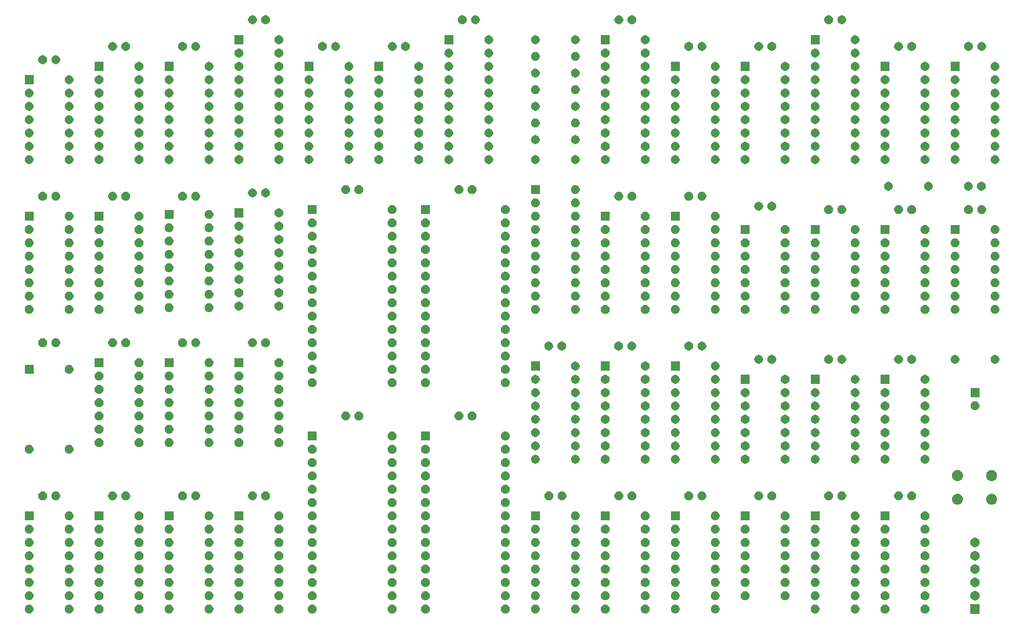
<source format=gbs>
G04 #@! TF.GenerationSoftware,KiCad,Pcbnew,(5.1.5)-3*
G04 #@! TF.CreationDate,2020-12-23T21:14:09+01:00*
G04 #@! TF.ProjectId,8-Bit CPU 32k,382d4269-7420-4435-9055-2033326b2e6b,rev?*
G04 #@! TF.SameCoordinates,Original*
G04 #@! TF.FileFunction,Soldermask,Bot*
G04 #@! TF.FilePolarity,Negative*
%FSLAX46Y46*%
G04 Gerber Fmt 4.6, Leading zero omitted, Abs format (unit mm)*
G04 Created by KiCad (PCBNEW (5.1.5)-3) date 2020-12-23 21:14:09*
%MOMM*%
%LPD*%
G04 APERTURE LIST*
%ADD10C,0.100000*%
G04 APERTURE END LIST*
D10*
G36*
X228866000Y-153936000D02*
G01*
X227064000Y-153936000D01*
X227064000Y-152134000D01*
X228866000Y-152134000D01*
X228866000Y-153936000D01*
G37*
G36*
X95498228Y-152216703D02*
G01*
X95653100Y-152280853D01*
X95792481Y-152373985D01*
X95911015Y-152492519D01*
X96004147Y-152631900D01*
X96068297Y-152786772D01*
X96101000Y-152951184D01*
X96101000Y-153118816D01*
X96068297Y-153283228D01*
X96004147Y-153438100D01*
X95911015Y-153577481D01*
X95792481Y-153696015D01*
X95653100Y-153789147D01*
X95498228Y-153853297D01*
X95333816Y-153886000D01*
X95166184Y-153886000D01*
X95001772Y-153853297D01*
X94846900Y-153789147D01*
X94707519Y-153696015D01*
X94588985Y-153577481D01*
X94495853Y-153438100D01*
X94431703Y-153283228D01*
X94399000Y-153118816D01*
X94399000Y-152951184D01*
X94431703Y-152786772D01*
X94495853Y-152631900D01*
X94588985Y-152492519D01*
X94707519Y-152373985D01*
X94846900Y-152280853D01*
X95001772Y-152216703D01*
X95166184Y-152184000D01*
X95333816Y-152184000D01*
X95498228Y-152216703D01*
G37*
G36*
X157728228Y-152216703D02*
G01*
X157883100Y-152280853D01*
X158022481Y-152373985D01*
X158141015Y-152492519D01*
X158234147Y-152631900D01*
X158298297Y-152786772D01*
X158331000Y-152951184D01*
X158331000Y-153118816D01*
X158298297Y-153283228D01*
X158234147Y-153438100D01*
X158141015Y-153577481D01*
X158022481Y-153696015D01*
X157883100Y-153789147D01*
X157728228Y-153853297D01*
X157563816Y-153886000D01*
X157396184Y-153886000D01*
X157231772Y-153853297D01*
X157076900Y-153789147D01*
X156937519Y-153696015D01*
X156818985Y-153577481D01*
X156725853Y-153438100D01*
X156661703Y-153283228D01*
X156629000Y-153118816D01*
X156629000Y-152951184D01*
X156661703Y-152786772D01*
X156725853Y-152631900D01*
X156818985Y-152492519D01*
X156937519Y-152373985D01*
X157076900Y-152280853D01*
X157231772Y-152216703D01*
X157396184Y-152184000D01*
X157563816Y-152184000D01*
X157728228Y-152216703D01*
G37*
G36*
X144393228Y-152216703D02*
G01*
X144548100Y-152280853D01*
X144687481Y-152373985D01*
X144806015Y-152492519D01*
X144899147Y-152631900D01*
X144963297Y-152786772D01*
X144996000Y-152951184D01*
X144996000Y-153118816D01*
X144963297Y-153283228D01*
X144899147Y-153438100D01*
X144806015Y-153577481D01*
X144687481Y-153696015D01*
X144548100Y-153789147D01*
X144393228Y-153853297D01*
X144228816Y-153886000D01*
X144061184Y-153886000D01*
X143896772Y-153853297D01*
X143741900Y-153789147D01*
X143602519Y-153696015D01*
X143483985Y-153577481D01*
X143390853Y-153438100D01*
X143326703Y-153283228D01*
X143294000Y-153118816D01*
X143294000Y-152951184D01*
X143326703Y-152786772D01*
X143390853Y-152631900D01*
X143483985Y-152492519D01*
X143602519Y-152373985D01*
X143741900Y-152280853D01*
X143896772Y-152216703D01*
X144061184Y-152184000D01*
X144228816Y-152184000D01*
X144393228Y-152216703D01*
G37*
G36*
X152013228Y-152216703D02*
G01*
X152168100Y-152280853D01*
X152307481Y-152373985D01*
X152426015Y-152492519D01*
X152519147Y-152631900D01*
X152583297Y-152786772D01*
X152616000Y-152951184D01*
X152616000Y-153118816D01*
X152583297Y-153283228D01*
X152519147Y-153438100D01*
X152426015Y-153577481D01*
X152307481Y-153696015D01*
X152168100Y-153789147D01*
X152013228Y-153853297D01*
X151848816Y-153886000D01*
X151681184Y-153886000D01*
X151516772Y-153853297D01*
X151361900Y-153789147D01*
X151222519Y-153696015D01*
X151103985Y-153577481D01*
X151010853Y-153438100D01*
X150946703Y-153283228D01*
X150914000Y-153118816D01*
X150914000Y-152951184D01*
X150946703Y-152786772D01*
X151010853Y-152631900D01*
X151103985Y-152492519D01*
X151222519Y-152373985D01*
X151361900Y-152280853D01*
X151516772Y-152216703D01*
X151681184Y-152184000D01*
X151848816Y-152184000D01*
X152013228Y-152216703D01*
G37*
G36*
X178683228Y-152216703D02*
G01*
X178838100Y-152280853D01*
X178977481Y-152373985D01*
X179096015Y-152492519D01*
X179189147Y-152631900D01*
X179253297Y-152786772D01*
X179286000Y-152951184D01*
X179286000Y-153118816D01*
X179253297Y-153283228D01*
X179189147Y-153438100D01*
X179096015Y-153577481D01*
X178977481Y-153696015D01*
X178838100Y-153789147D01*
X178683228Y-153853297D01*
X178518816Y-153886000D01*
X178351184Y-153886000D01*
X178186772Y-153853297D01*
X178031900Y-153789147D01*
X177892519Y-153696015D01*
X177773985Y-153577481D01*
X177680853Y-153438100D01*
X177616703Y-153283228D01*
X177584000Y-153118816D01*
X177584000Y-152951184D01*
X177616703Y-152786772D01*
X177680853Y-152631900D01*
X177773985Y-152492519D01*
X177892519Y-152373985D01*
X178031900Y-152280853D01*
X178186772Y-152216703D01*
X178351184Y-152184000D01*
X178518816Y-152184000D01*
X178683228Y-152216703D01*
G37*
G36*
X171063228Y-152216703D02*
G01*
X171218100Y-152280853D01*
X171357481Y-152373985D01*
X171476015Y-152492519D01*
X171569147Y-152631900D01*
X171633297Y-152786772D01*
X171666000Y-152951184D01*
X171666000Y-153118816D01*
X171633297Y-153283228D01*
X171569147Y-153438100D01*
X171476015Y-153577481D01*
X171357481Y-153696015D01*
X171218100Y-153789147D01*
X171063228Y-153853297D01*
X170898816Y-153886000D01*
X170731184Y-153886000D01*
X170566772Y-153853297D01*
X170411900Y-153789147D01*
X170272519Y-153696015D01*
X170153985Y-153577481D01*
X170060853Y-153438100D01*
X169996703Y-153283228D01*
X169964000Y-153118816D01*
X169964000Y-152951184D01*
X169996703Y-152786772D01*
X170060853Y-152631900D01*
X170153985Y-152492519D01*
X170272519Y-152373985D01*
X170411900Y-152280853D01*
X170566772Y-152216703D01*
X170731184Y-152184000D01*
X170898816Y-152184000D01*
X171063228Y-152216703D01*
G37*
G36*
X211068228Y-152216703D02*
G01*
X211223100Y-152280853D01*
X211362481Y-152373985D01*
X211481015Y-152492519D01*
X211574147Y-152631900D01*
X211638297Y-152786772D01*
X211671000Y-152951184D01*
X211671000Y-153118816D01*
X211638297Y-153283228D01*
X211574147Y-153438100D01*
X211481015Y-153577481D01*
X211362481Y-153696015D01*
X211223100Y-153789147D01*
X211068228Y-153853297D01*
X210903816Y-153886000D01*
X210736184Y-153886000D01*
X210571772Y-153853297D01*
X210416900Y-153789147D01*
X210277519Y-153696015D01*
X210158985Y-153577481D01*
X210065853Y-153438100D01*
X210001703Y-153283228D01*
X209969000Y-153118816D01*
X209969000Y-152951184D01*
X210001703Y-152786772D01*
X210065853Y-152631900D01*
X210158985Y-152492519D01*
X210277519Y-152373985D01*
X210416900Y-152280853D01*
X210571772Y-152216703D01*
X210736184Y-152184000D01*
X210903816Y-152184000D01*
X211068228Y-152216703D01*
G37*
G36*
X205353228Y-152216703D02*
G01*
X205508100Y-152280853D01*
X205647481Y-152373985D01*
X205766015Y-152492519D01*
X205859147Y-152631900D01*
X205923297Y-152786772D01*
X205956000Y-152951184D01*
X205956000Y-153118816D01*
X205923297Y-153283228D01*
X205859147Y-153438100D01*
X205766015Y-153577481D01*
X205647481Y-153696015D01*
X205508100Y-153789147D01*
X205353228Y-153853297D01*
X205188816Y-153886000D01*
X205021184Y-153886000D01*
X204856772Y-153853297D01*
X204701900Y-153789147D01*
X204562519Y-153696015D01*
X204443985Y-153577481D01*
X204350853Y-153438100D01*
X204286703Y-153283228D01*
X204254000Y-153118816D01*
X204254000Y-152951184D01*
X204286703Y-152786772D01*
X204350853Y-152631900D01*
X204443985Y-152492519D01*
X204562519Y-152373985D01*
X204701900Y-152280853D01*
X204856772Y-152216703D01*
X205021184Y-152184000D01*
X205188816Y-152184000D01*
X205353228Y-152216703D01*
G37*
G36*
X197733228Y-152216703D02*
G01*
X197888100Y-152280853D01*
X198027481Y-152373985D01*
X198146015Y-152492519D01*
X198239147Y-152631900D01*
X198303297Y-152786772D01*
X198336000Y-152951184D01*
X198336000Y-153118816D01*
X198303297Y-153283228D01*
X198239147Y-153438100D01*
X198146015Y-153577481D01*
X198027481Y-153696015D01*
X197888100Y-153789147D01*
X197733228Y-153853297D01*
X197568816Y-153886000D01*
X197401184Y-153886000D01*
X197236772Y-153853297D01*
X197081900Y-153789147D01*
X196942519Y-153696015D01*
X196823985Y-153577481D01*
X196730853Y-153438100D01*
X196666703Y-153283228D01*
X196634000Y-153118816D01*
X196634000Y-152951184D01*
X196666703Y-152786772D01*
X196730853Y-152631900D01*
X196823985Y-152492519D01*
X196942519Y-152373985D01*
X197081900Y-152280853D01*
X197236772Y-152216703D01*
X197401184Y-152184000D01*
X197568816Y-152184000D01*
X197733228Y-152216703D01*
G37*
G36*
X87878228Y-152216703D02*
G01*
X88033100Y-152280853D01*
X88172481Y-152373985D01*
X88291015Y-152492519D01*
X88384147Y-152631900D01*
X88448297Y-152786772D01*
X88481000Y-152951184D01*
X88481000Y-153118816D01*
X88448297Y-153283228D01*
X88384147Y-153438100D01*
X88291015Y-153577481D01*
X88172481Y-153696015D01*
X88033100Y-153789147D01*
X87878228Y-153853297D01*
X87713816Y-153886000D01*
X87546184Y-153886000D01*
X87381772Y-153853297D01*
X87226900Y-153789147D01*
X87087519Y-153696015D01*
X86968985Y-153577481D01*
X86875853Y-153438100D01*
X86811703Y-153283228D01*
X86779000Y-153118816D01*
X86779000Y-152951184D01*
X86811703Y-152786772D01*
X86875853Y-152631900D01*
X86968985Y-152492519D01*
X87087519Y-152373985D01*
X87226900Y-152280853D01*
X87381772Y-152216703D01*
X87546184Y-152184000D01*
X87713816Y-152184000D01*
X87878228Y-152216703D01*
G37*
G36*
X165348228Y-152216703D02*
G01*
X165503100Y-152280853D01*
X165642481Y-152373985D01*
X165761015Y-152492519D01*
X165854147Y-152631900D01*
X165918297Y-152786772D01*
X165951000Y-152951184D01*
X165951000Y-153118816D01*
X165918297Y-153283228D01*
X165854147Y-153438100D01*
X165761015Y-153577481D01*
X165642481Y-153696015D01*
X165503100Y-153789147D01*
X165348228Y-153853297D01*
X165183816Y-153886000D01*
X165016184Y-153886000D01*
X164851772Y-153853297D01*
X164696900Y-153789147D01*
X164557519Y-153696015D01*
X164438985Y-153577481D01*
X164345853Y-153438100D01*
X164281703Y-153283228D01*
X164249000Y-153118816D01*
X164249000Y-152951184D01*
X164281703Y-152786772D01*
X164345853Y-152631900D01*
X164438985Y-152492519D01*
X164557519Y-152373985D01*
X164696900Y-152280853D01*
X164851772Y-152216703D01*
X165016184Y-152184000D01*
X165183816Y-152184000D01*
X165348228Y-152216703D01*
G37*
G36*
X101848228Y-152216703D02*
G01*
X102003100Y-152280853D01*
X102142481Y-152373985D01*
X102261015Y-152492519D01*
X102354147Y-152631900D01*
X102418297Y-152786772D01*
X102451000Y-152951184D01*
X102451000Y-153118816D01*
X102418297Y-153283228D01*
X102354147Y-153438100D01*
X102261015Y-153577481D01*
X102142481Y-153696015D01*
X102003100Y-153789147D01*
X101848228Y-153853297D01*
X101683816Y-153886000D01*
X101516184Y-153886000D01*
X101351772Y-153853297D01*
X101196900Y-153789147D01*
X101057519Y-153696015D01*
X100938985Y-153577481D01*
X100845853Y-153438100D01*
X100781703Y-153283228D01*
X100749000Y-153118816D01*
X100749000Y-152951184D01*
X100781703Y-152786772D01*
X100845853Y-152631900D01*
X100938985Y-152492519D01*
X101057519Y-152373985D01*
X101196900Y-152280853D01*
X101351772Y-152216703D01*
X101516184Y-152184000D01*
X101683816Y-152184000D01*
X101848228Y-152216703D01*
G37*
G36*
X117088228Y-152216703D02*
G01*
X117243100Y-152280853D01*
X117382481Y-152373985D01*
X117501015Y-152492519D01*
X117594147Y-152631900D01*
X117658297Y-152786772D01*
X117691000Y-152951184D01*
X117691000Y-153118816D01*
X117658297Y-153283228D01*
X117594147Y-153438100D01*
X117501015Y-153577481D01*
X117382481Y-153696015D01*
X117243100Y-153789147D01*
X117088228Y-153853297D01*
X116923816Y-153886000D01*
X116756184Y-153886000D01*
X116591772Y-153853297D01*
X116436900Y-153789147D01*
X116297519Y-153696015D01*
X116178985Y-153577481D01*
X116085853Y-153438100D01*
X116021703Y-153283228D01*
X115989000Y-153118816D01*
X115989000Y-152951184D01*
X116021703Y-152786772D01*
X116085853Y-152631900D01*
X116178985Y-152492519D01*
X116297519Y-152373985D01*
X116436900Y-152280853D01*
X116591772Y-152216703D01*
X116756184Y-152184000D01*
X116923816Y-152184000D01*
X117088228Y-152216703D01*
G37*
G36*
X218688228Y-152216703D02*
G01*
X218843100Y-152280853D01*
X218982481Y-152373985D01*
X219101015Y-152492519D01*
X219194147Y-152631900D01*
X219258297Y-152786772D01*
X219291000Y-152951184D01*
X219291000Y-153118816D01*
X219258297Y-153283228D01*
X219194147Y-153438100D01*
X219101015Y-153577481D01*
X218982481Y-153696015D01*
X218843100Y-153789147D01*
X218688228Y-153853297D01*
X218523816Y-153886000D01*
X218356184Y-153886000D01*
X218191772Y-153853297D01*
X218036900Y-153789147D01*
X217897519Y-153696015D01*
X217778985Y-153577481D01*
X217685853Y-153438100D01*
X217621703Y-153283228D01*
X217589000Y-153118816D01*
X217589000Y-152951184D01*
X217621703Y-152786772D01*
X217685853Y-152631900D01*
X217778985Y-152492519D01*
X217897519Y-152373985D01*
X218036900Y-152280853D01*
X218191772Y-152216703D01*
X218356184Y-152184000D01*
X218523816Y-152184000D01*
X218688228Y-152216703D01*
G37*
G36*
X47873228Y-152216703D02*
G01*
X48028100Y-152280853D01*
X48167481Y-152373985D01*
X48286015Y-152492519D01*
X48379147Y-152631900D01*
X48443297Y-152786772D01*
X48476000Y-152951184D01*
X48476000Y-153118816D01*
X48443297Y-153283228D01*
X48379147Y-153438100D01*
X48286015Y-153577481D01*
X48167481Y-153696015D01*
X48028100Y-153789147D01*
X47873228Y-153853297D01*
X47708816Y-153886000D01*
X47541184Y-153886000D01*
X47376772Y-153853297D01*
X47221900Y-153789147D01*
X47082519Y-153696015D01*
X46963985Y-153577481D01*
X46870853Y-153438100D01*
X46806703Y-153283228D01*
X46774000Y-153118816D01*
X46774000Y-152951184D01*
X46806703Y-152786772D01*
X46870853Y-152631900D01*
X46963985Y-152492519D01*
X47082519Y-152373985D01*
X47221900Y-152280853D01*
X47376772Y-152216703D01*
X47541184Y-152184000D01*
X47708816Y-152184000D01*
X47873228Y-152216703D01*
G37*
G36*
X55493228Y-152216703D02*
G01*
X55648100Y-152280853D01*
X55787481Y-152373985D01*
X55906015Y-152492519D01*
X55999147Y-152631900D01*
X56063297Y-152786772D01*
X56096000Y-152951184D01*
X56096000Y-153118816D01*
X56063297Y-153283228D01*
X55999147Y-153438100D01*
X55906015Y-153577481D01*
X55787481Y-153696015D01*
X55648100Y-153789147D01*
X55493228Y-153853297D01*
X55328816Y-153886000D01*
X55161184Y-153886000D01*
X54996772Y-153853297D01*
X54841900Y-153789147D01*
X54702519Y-153696015D01*
X54583985Y-153577481D01*
X54490853Y-153438100D01*
X54426703Y-153283228D01*
X54394000Y-153118816D01*
X54394000Y-152951184D01*
X54426703Y-152786772D01*
X54490853Y-152631900D01*
X54583985Y-152492519D01*
X54702519Y-152373985D01*
X54841900Y-152280853D01*
X54996772Y-152216703D01*
X55161184Y-152184000D01*
X55328816Y-152184000D01*
X55493228Y-152216703D01*
G37*
G36*
X61208228Y-152216703D02*
G01*
X61363100Y-152280853D01*
X61502481Y-152373985D01*
X61621015Y-152492519D01*
X61714147Y-152631900D01*
X61778297Y-152786772D01*
X61811000Y-152951184D01*
X61811000Y-153118816D01*
X61778297Y-153283228D01*
X61714147Y-153438100D01*
X61621015Y-153577481D01*
X61502481Y-153696015D01*
X61363100Y-153789147D01*
X61208228Y-153853297D01*
X61043816Y-153886000D01*
X60876184Y-153886000D01*
X60711772Y-153853297D01*
X60556900Y-153789147D01*
X60417519Y-153696015D01*
X60298985Y-153577481D01*
X60205853Y-153438100D01*
X60141703Y-153283228D01*
X60109000Y-153118816D01*
X60109000Y-152951184D01*
X60141703Y-152786772D01*
X60205853Y-152631900D01*
X60298985Y-152492519D01*
X60417519Y-152373985D01*
X60556900Y-152280853D01*
X60711772Y-152216703D01*
X60876184Y-152184000D01*
X61043816Y-152184000D01*
X61208228Y-152216703D01*
G37*
G36*
X68828228Y-152216703D02*
G01*
X68983100Y-152280853D01*
X69122481Y-152373985D01*
X69241015Y-152492519D01*
X69334147Y-152631900D01*
X69398297Y-152786772D01*
X69431000Y-152951184D01*
X69431000Y-153118816D01*
X69398297Y-153283228D01*
X69334147Y-153438100D01*
X69241015Y-153577481D01*
X69122481Y-153696015D01*
X68983100Y-153789147D01*
X68828228Y-153853297D01*
X68663816Y-153886000D01*
X68496184Y-153886000D01*
X68331772Y-153853297D01*
X68176900Y-153789147D01*
X68037519Y-153696015D01*
X67918985Y-153577481D01*
X67825853Y-153438100D01*
X67761703Y-153283228D01*
X67729000Y-153118816D01*
X67729000Y-152951184D01*
X67761703Y-152786772D01*
X67825853Y-152631900D01*
X67918985Y-152492519D01*
X68037519Y-152373985D01*
X68176900Y-152280853D01*
X68331772Y-152216703D01*
X68496184Y-152184000D01*
X68663816Y-152184000D01*
X68828228Y-152216703D01*
G37*
G36*
X138678228Y-152216703D02*
G01*
X138833100Y-152280853D01*
X138972481Y-152373985D01*
X139091015Y-152492519D01*
X139184147Y-152631900D01*
X139248297Y-152786772D01*
X139281000Y-152951184D01*
X139281000Y-153118816D01*
X139248297Y-153283228D01*
X139184147Y-153438100D01*
X139091015Y-153577481D01*
X138972481Y-153696015D01*
X138833100Y-153789147D01*
X138678228Y-153853297D01*
X138513816Y-153886000D01*
X138346184Y-153886000D01*
X138181772Y-153853297D01*
X138026900Y-153789147D01*
X137887519Y-153696015D01*
X137768985Y-153577481D01*
X137675853Y-153438100D01*
X137611703Y-153283228D01*
X137579000Y-153118816D01*
X137579000Y-152951184D01*
X137611703Y-152786772D01*
X137675853Y-152631900D01*
X137768985Y-152492519D01*
X137887519Y-152373985D01*
X138026900Y-152280853D01*
X138181772Y-152216703D01*
X138346184Y-152184000D01*
X138513816Y-152184000D01*
X138678228Y-152216703D01*
G37*
G36*
X123438228Y-152216703D02*
G01*
X123593100Y-152280853D01*
X123732481Y-152373985D01*
X123851015Y-152492519D01*
X123944147Y-152631900D01*
X124008297Y-152786772D01*
X124041000Y-152951184D01*
X124041000Y-153118816D01*
X124008297Y-153283228D01*
X123944147Y-153438100D01*
X123851015Y-153577481D01*
X123732481Y-153696015D01*
X123593100Y-153789147D01*
X123438228Y-153853297D01*
X123273816Y-153886000D01*
X123106184Y-153886000D01*
X122941772Y-153853297D01*
X122786900Y-153789147D01*
X122647519Y-153696015D01*
X122528985Y-153577481D01*
X122435853Y-153438100D01*
X122371703Y-153283228D01*
X122339000Y-153118816D01*
X122339000Y-152951184D01*
X122371703Y-152786772D01*
X122435853Y-152631900D01*
X122528985Y-152492519D01*
X122647519Y-152373985D01*
X122786900Y-152280853D01*
X122941772Y-152216703D01*
X123106184Y-152184000D01*
X123273816Y-152184000D01*
X123438228Y-152216703D01*
G37*
G36*
X82163228Y-152216703D02*
G01*
X82318100Y-152280853D01*
X82457481Y-152373985D01*
X82576015Y-152492519D01*
X82669147Y-152631900D01*
X82733297Y-152786772D01*
X82766000Y-152951184D01*
X82766000Y-153118816D01*
X82733297Y-153283228D01*
X82669147Y-153438100D01*
X82576015Y-153577481D01*
X82457481Y-153696015D01*
X82318100Y-153789147D01*
X82163228Y-153853297D01*
X81998816Y-153886000D01*
X81831184Y-153886000D01*
X81666772Y-153853297D01*
X81511900Y-153789147D01*
X81372519Y-153696015D01*
X81253985Y-153577481D01*
X81160853Y-153438100D01*
X81096703Y-153283228D01*
X81064000Y-153118816D01*
X81064000Y-152951184D01*
X81096703Y-152786772D01*
X81160853Y-152631900D01*
X81253985Y-152492519D01*
X81372519Y-152373985D01*
X81511900Y-152280853D01*
X81666772Y-152216703D01*
X81831184Y-152184000D01*
X81998816Y-152184000D01*
X82163228Y-152216703D01*
G37*
G36*
X74543228Y-152216703D02*
G01*
X74698100Y-152280853D01*
X74837481Y-152373985D01*
X74956015Y-152492519D01*
X75049147Y-152631900D01*
X75113297Y-152786772D01*
X75146000Y-152951184D01*
X75146000Y-153118816D01*
X75113297Y-153283228D01*
X75049147Y-153438100D01*
X74956015Y-153577481D01*
X74837481Y-153696015D01*
X74698100Y-153789147D01*
X74543228Y-153853297D01*
X74378816Y-153886000D01*
X74211184Y-153886000D01*
X74046772Y-153853297D01*
X73891900Y-153789147D01*
X73752519Y-153696015D01*
X73633985Y-153577481D01*
X73540853Y-153438100D01*
X73476703Y-153283228D01*
X73444000Y-153118816D01*
X73444000Y-152951184D01*
X73476703Y-152786772D01*
X73540853Y-152631900D01*
X73633985Y-152492519D01*
X73752519Y-152373985D01*
X73891900Y-152280853D01*
X74046772Y-152216703D01*
X74211184Y-152184000D01*
X74378816Y-152184000D01*
X74543228Y-152216703D01*
G37*
G36*
X228078512Y-149598927D02*
G01*
X228227812Y-149628624D01*
X228391784Y-149696544D01*
X228539354Y-149795147D01*
X228664853Y-149920646D01*
X228763456Y-150068216D01*
X228831376Y-150232188D01*
X228866000Y-150406259D01*
X228866000Y-150583741D01*
X228831376Y-150757812D01*
X228763456Y-150921784D01*
X228664853Y-151069354D01*
X228539354Y-151194853D01*
X228391784Y-151293456D01*
X228227812Y-151361376D01*
X228078512Y-151391073D01*
X228053742Y-151396000D01*
X227876258Y-151396000D01*
X227851488Y-151391073D01*
X227702188Y-151361376D01*
X227538216Y-151293456D01*
X227390646Y-151194853D01*
X227265147Y-151069354D01*
X227166544Y-150921784D01*
X227098624Y-150757812D01*
X227064000Y-150583741D01*
X227064000Y-150406259D01*
X227098624Y-150232188D01*
X227166544Y-150068216D01*
X227265147Y-149920646D01*
X227390646Y-149795147D01*
X227538216Y-149696544D01*
X227702188Y-149628624D01*
X227851488Y-149598927D01*
X227876258Y-149594000D01*
X228053742Y-149594000D01*
X228078512Y-149598927D01*
G37*
G36*
X95498228Y-149676703D02*
G01*
X95653100Y-149740853D01*
X95792481Y-149833985D01*
X95911015Y-149952519D01*
X96004147Y-150091900D01*
X96068297Y-150246772D01*
X96101000Y-150411184D01*
X96101000Y-150578816D01*
X96068297Y-150743228D01*
X96004147Y-150898100D01*
X95911015Y-151037481D01*
X95792481Y-151156015D01*
X95653100Y-151249147D01*
X95498228Y-151313297D01*
X95333816Y-151346000D01*
X95166184Y-151346000D01*
X95001772Y-151313297D01*
X94846900Y-151249147D01*
X94707519Y-151156015D01*
X94588985Y-151037481D01*
X94495853Y-150898100D01*
X94431703Y-150743228D01*
X94399000Y-150578816D01*
X94399000Y-150411184D01*
X94431703Y-150246772D01*
X94495853Y-150091900D01*
X94588985Y-149952519D01*
X94707519Y-149833985D01*
X94846900Y-149740853D01*
X95001772Y-149676703D01*
X95166184Y-149644000D01*
X95333816Y-149644000D01*
X95498228Y-149676703D01*
G37*
G36*
X117088228Y-149676703D02*
G01*
X117243100Y-149740853D01*
X117382481Y-149833985D01*
X117501015Y-149952519D01*
X117594147Y-150091900D01*
X117658297Y-150246772D01*
X117691000Y-150411184D01*
X117691000Y-150578816D01*
X117658297Y-150743228D01*
X117594147Y-150898100D01*
X117501015Y-151037481D01*
X117382481Y-151156015D01*
X117243100Y-151249147D01*
X117088228Y-151313297D01*
X116923816Y-151346000D01*
X116756184Y-151346000D01*
X116591772Y-151313297D01*
X116436900Y-151249147D01*
X116297519Y-151156015D01*
X116178985Y-151037481D01*
X116085853Y-150898100D01*
X116021703Y-150743228D01*
X115989000Y-150578816D01*
X115989000Y-150411184D01*
X116021703Y-150246772D01*
X116085853Y-150091900D01*
X116178985Y-149952519D01*
X116297519Y-149833985D01*
X116436900Y-149740853D01*
X116591772Y-149676703D01*
X116756184Y-149644000D01*
X116923816Y-149644000D01*
X117088228Y-149676703D01*
G37*
G36*
X101848228Y-149676703D02*
G01*
X102003100Y-149740853D01*
X102142481Y-149833985D01*
X102261015Y-149952519D01*
X102354147Y-150091900D01*
X102418297Y-150246772D01*
X102451000Y-150411184D01*
X102451000Y-150578816D01*
X102418297Y-150743228D01*
X102354147Y-150898100D01*
X102261015Y-151037481D01*
X102142481Y-151156015D01*
X102003100Y-151249147D01*
X101848228Y-151313297D01*
X101683816Y-151346000D01*
X101516184Y-151346000D01*
X101351772Y-151313297D01*
X101196900Y-151249147D01*
X101057519Y-151156015D01*
X100938985Y-151037481D01*
X100845853Y-150898100D01*
X100781703Y-150743228D01*
X100749000Y-150578816D01*
X100749000Y-150411184D01*
X100781703Y-150246772D01*
X100845853Y-150091900D01*
X100938985Y-149952519D01*
X101057519Y-149833985D01*
X101196900Y-149740853D01*
X101351772Y-149676703D01*
X101516184Y-149644000D01*
X101683816Y-149644000D01*
X101848228Y-149676703D01*
G37*
G36*
X74543228Y-149676703D02*
G01*
X74698100Y-149740853D01*
X74837481Y-149833985D01*
X74956015Y-149952519D01*
X75049147Y-150091900D01*
X75113297Y-150246772D01*
X75146000Y-150411184D01*
X75146000Y-150578816D01*
X75113297Y-150743228D01*
X75049147Y-150898100D01*
X74956015Y-151037481D01*
X74837481Y-151156015D01*
X74698100Y-151249147D01*
X74543228Y-151313297D01*
X74378816Y-151346000D01*
X74211184Y-151346000D01*
X74046772Y-151313297D01*
X73891900Y-151249147D01*
X73752519Y-151156015D01*
X73633985Y-151037481D01*
X73540853Y-150898100D01*
X73476703Y-150743228D01*
X73444000Y-150578816D01*
X73444000Y-150411184D01*
X73476703Y-150246772D01*
X73540853Y-150091900D01*
X73633985Y-149952519D01*
X73752519Y-149833985D01*
X73891900Y-149740853D01*
X74046772Y-149676703D01*
X74211184Y-149644000D01*
X74378816Y-149644000D01*
X74543228Y-149676703D01*
G37*
G36*
X82163228Y-149676703D02*
G01*
X82318100Y-149740853D01*
X82457481Y-149833985D01*
X82576015Y-149952519D01*
X82669147Y-150091900D01*
X82733297Y-150246772D01*
X82766000Y-150411184D01*
X82766000Y-150578816D01*
X82733297Y-150743228D01*
X82669147Y-150898100D01*
X82576015Y-151037481D01*
X82457481Y-151156015D01*
X82318100Y-151249147D01*
X82163228Y-151313297D01*
X81998816Y-151346000D01*
X81831184Y-151346000D01*
X81666772Y-151313297D01*
X81511900Y-151249147D01*
X81372519Y-151156015D01*
X81253985Y-151037481D01*
X81160853Y-150898100D01*
X81096703Y-150743228D01*
X81064000Y-150578816D01*
X81064000Y-150411184D01*
X81096703Y-150246772D01*
X81160853Y-150091900D01*
X81253985Y-149952519D01*
X81372519Y-149833985D01*
X81511900Y-149740853D01*
X81666772Y-149676703D01*
X81831184Y-149644000D01*
X81998816Y-149644000D01*
X82163228Y-149676703D01*
G37*
G36*
X123438228Y-149676703D02*
G01*
X123593100Y-149740853D01*
X123732481Y-149833985D01*
X123851015Y-149952519D01*
X123944147Y-150091900D01*
X124008297Y-150246772D01*
X124041000Y-150411184D01*
X124041000Y-150578816D01*
X124008297Y-150743228D01*
X123944147Y-150898100D01*
X123851015Y-151037481D01*
X123732481Y-151156015D01*
X123593100Y-151249147D01*
X123438228Y-151313297D01*
X123273816Y-151346000D01*
X123106184Y-151346000D01*
X122941772Y-151313297D01*
X122786900Y-151249147D01*
X122647519Y-151156015D01*
X122528985Y-151037481D01*
X122435853Y-150898100D01*
X122371703Y-150743228D01*
X122339000Y-150578816D01*
X122339000Y-150411184D01*
X122371703Y-150246772D01*
X122435853Y-150091900D01*
X122528985Y-149952519D01*
X122647519Y-149833985D01*
X122786900Y-149740853D01*
X122941772Y-149676703D01*
X123106184Y-149644000D01*
X123273816Y-149644000D01*
X123438228Y-149676703D01*
G37*
G36*
X138678228Y-149676703D02*
G01*
X138833100Y-149740853D01*
X138972481Y-149833985D01*
X139091015Y-149952519D01*
X139184147Y-150091900D01*
X139248297Y-150246772D01*
X139281000Y-150411184D01*
X139281000Y-150578816D01*
X139248297Y-150743228D01*
X139184147Y-150898100D01*
X139091015Y-151037481D01*
X138972481Y-151156015D01*
X138833100Y-151249147D01*
X138678228Y-151313297D01*
X138513816Y-151346000D01*
X138346184Y-151346000D01*
X138181772Y-151313297D01*
X138026900Y-151249147D01*
X137887519Y-151156015D01*
X137768985Y-151037481D01*
X137675853Y-150898100D01*
X137611703Y-150743228D01*
X137579000Y-150578816D01*
X137579000Y-150411184D01*
X137611703Y-150246772D01*
X137675853Y-150091900D01*
X137768985Y-149952519D01*
X137887519Y-149833985D01*
X138026900Y-149740853D01*
X138181772Y-149676703D01*
X138346184Y-149644000D01*
X138513816Y-149644000D01*
X138678228Y-149676703D01*
G37*
G36*
X68828228Y-149676703D02*
G01*
X68983100Y-149740853D01*
X69122481Y-149833985D01*
X69241015Y-149952519D01*
X69334147Y-150091900D01*
X69398297Y-150246772D01*
X69431000Y-150411184D01*
X69431000Y-150578816D01*
X69398297Y-150743228D01*
X69334147Y-150898100D01*
X69241015Y-151037481D01*
X69122481Y-151156015D01*
X68983100Y-151249147D01*
X68828228Y-151313297D01*
X68663816Y-151346000D01*
X68496184Y-151346000D01*
X68331772Y-151313297D01*
X68176900Y-151249147D01*
X68037519Y-151156015D01*
X67918985Y-151037481D01*
X67825853Y-150898100D01*
X67761703Y-150743228D01*
X67729000Y-150578816D01*
X67729000Y-150411184D01*
X67761703Y-150246772D01*
X67825853Y-150091900D01*
X67918985Y-149952519D01*
X68037519Y-149833985D01*
X68176900Y-149740853D01*
X68331772Y-149676703D01*
X68496184Y-149644000D01*
X68663816Y-149644000D01*
X68828228Y-149676703D01*
G37*
G36*
X61208228Y-149676703D02*
G01*
X61363100Y-149740853D01*
X61502481Y-149833985D01*
X61621015Y-149952519D01*
X61714147Y-150091900D01*
X61778297Y-150246772D01*
X61811000Y-150411184D01*
X61811000Y-150578816D01*
X61778297Y-150743228D01*
X61714147Y-150898100D01*
X61621015Y-151037481D01*
X61502481Y-151156015D01*
X61363100Y-151249147D01*
X61208228Y-151313297D01*
X61043816Y-151346000D01*
X60876184Y-151346000D01*
X60711772Y-151313297D01*
X60556900Y-151249147D01*
X60417519Y-151156015D01*
X60298985Y-151037481D01*
X60205853Y-150898100D01*
X60141703Y-150743228D01*
X60109000Y-150578816D01*
X60109000Y-150411184D01*
X60141703Y-150246772D01*
X60205853Y-150091900D01*
X60298985Y-149952519D01*
X60417519Y-149833985D01*
X60556900Y-149740853D01*
X60711772Y-149676703D01*
X60876184Y-149644000D01*
X61043816Y-149644000D01*
X61208228Y-149676703D01*
G37*
G36*
X55493228Y-149676703D02*
G01*
X55648100Y-149740853D01*
X55787481Y-149833985D01*
X55906015Y-149952519D01*
X55999147Y-150091900D01*
X56063297Y-150246772D01*
X56096000Y-150411184D01*
X56096000Y-150578816D01*
X56063297Y-150743228D01*
X55999147Y-150898100D01*
X55906015Y-151037481D01*
X55787481Y-151156015D01*
X55648100Y-151249147D01*
X55493228Y-151313297D01*
X55328816Y-151346000D01*
X55161184Y-151346000D01*
X54996772Y-151313297D01*
X54841900Y-151249147D01*
X54702519Y-151156015D01*
X54583985Y-151037481D01*
X54490853Y-150898100D01*
X54426703Y-150743228D01*
X54394000Y-150578816D01*
X54394000Y-150411184D01*
X54426703Y-150246772D01*
X54490853Y-150091900D01*
X54583985Y-149952519D01*
X54702519Y-149833985D01*
X54841900Y-149740853D01*
X54996772Y-149676703D01*
X55161184Y-149644000D01*
X55328816Y-149644000D01*
X55493228Y-149676703D01*
G37*
G36*
X47873228Y-149676703D02*
G01*
X48028100Y-149740853D01*
X48167481Y-149833985D01*
X48286015Y-149952519D01*
X48379147Y-150091900D01*
X48443297Y-150246772D01*
X48476000Y-150411184D01*
X48476000Y-150578816D01*
X48443297Y-150743228D01*
X48379147Y-150898100D01*
X48286015Y-151037481D01*
X48167481Y-151156015D01*
X48028100Y-151249147D01*
X47873228Y-151313297D01*
X47708816Y-151346000D01*
X47541184Y-151346000D01*
X47376772Y-151313297D01*
X47221900Y-151249147D01*
X47082519Y-151156015D01*
X46963985Y-151037481D01*
X46870853Y-150898100D01*
X46806703Y-150743228D01*
X46774000Y-150578816D01*
X46774000Y-150411184D01*
X46806703Y-150246772D01*
X46870853Y-150091900D01*
X46963985Y-149952519D01*
X47082519Y-149833985D01*
X47221900Y-149740853D01*
X47376772Y-149676703D01*
X47541184Y-149644000D01*
X47708816Y-149644000D01*
X47873228Y-149676703D01*
G37*
G36*
X184398228Y-149676703D02*
G01*
X184553100Y-149740853D01*
X184692481Y-149833985D01*
X184811015Y-149952519D01*
X184904147Y-150091900D01*
X184968297Y-150246772D01*
X185001000Y-150411184D01*
X185001000Y-150578816D01*
X184968297Y-150743228D01*
X184904147Y-150898100D01*
X184811015Y-151037481D01*
X184692481Y-151156015D01*
X184553100Y-151249147D01*
X184398228Y-151313297D01*
X184233816Y-151346000D01*
X184066184Y-151346000D01*
X183901772Y-151313297D01*
X183746900Y-151249147D01*
X183607519Y-151156015D01*
X183488985Y-151037481D01*
X183395853Y-150898100D01*
X183331703Y-150743228D01*
X183299000Y-150578816D01*
X183299000Y-150411184D01*
X183331703Y-150246772D01*
X183395853Y-150091900D01*
X183488985Y-149952519D01*
X183607519Y-149833985D01*
X183746900Y-149740853D01*
X183901772Y-149676703D01*
X184066184Y-149644000D01*
X184233816Y-149644000D01*
X184398228Y-149676703D01*
G37*
G36*
X197733228Y-149676703D02*
G01*
X197888100Y-149740853D01*
X198027481Y-149833985D01*
X198146015Y-149952519D01*
X198239147Y-150091900D01*
X198303297Y-150246772D01*
X198336000Y-150411184D01*
X198336000Y-150578816D01*
X198303297Y-150743228D01*
X198239147Y-150898100D01*
X198146015Y-151037481D01*
X198027481Y-151156015D01*
X197888100Y-151249147D01*
X197733228Y-151313297D01*
X197568816Y-151346000D01*
X197401184Y-151346000D01*
X197236772Y-151313297D01*
X197081900Y-151249147D01*
X196942519Y-151156015D01*
X196823985Y-151037481D01*
X196730853Y-150898100D01*
X196666703Y-150743228D01*
X196634000Y-150578816D01*
X196634000Y-150411184D01*
X196666703Y-150246772D01*
X196730853Y-150091900D01*
X196823985Y-149952519D01*
X196942519Y-149833985D01*
X197081900Y-149740853D01*
X197236772Y-149676703D01*
X197401184Y-149644000D01*
X197568816Y-149644000D01*
X197733228Y-149676703D01*
G37*
G36*
X205353228Y-149676703D02*
G01*
X205508100Y-149740853D01*
X205647481Y-149833985D01*
X205766015Y-149952519D01*
X205859147Y-150091900D01*
X205923297Y-150246772D01*
X205956000Y-150411184D01*
X205956000Y-150578816D01*
X205923297Y-150743228D01*
X205859147Y-150898100D01*
X205766015Y-151037481D01*
X205647481Y-151156015D01*
X205508100Y-151249147D01*
X205353228Y-151313297D01*
X205188816Y-151346000D01*
X205021184Y-151346000D01*
X204856772Y-151313297D01*
X204701900Y-151249147D01*
X204562519Y-151156015D01*
X204443985Y-151037481D01*
X204350853Y-150898100D01*
X204286703Y-150743228D01*
X204254000Y-150578816D01*
X204254000Y-150411184D01*
X204286703Y-150246772D01*
X204350853Y-150091900D01*
X204443985Y-149952519D01*
X204562519Y-149833985D01*
X204701900Y-149740853D01*
X204856772Y-149676703D01*
X205021184Y-149644000D01*
X205188816Y-149644000D01*
X205353228Y-149676703D01*
G37*
G36*
X218688228Y-149676703D02*
G01*
X218843100Y-149740853D01*
X218982481Y-149833985D01*
X219101015Y-149952519D01*
X219194147Y-150091900D01*
X219258297Y-150246772D01*
X219291000Y-150411184D01*
X219291000Y-150578816D01*
X219258297Y-150743228D01*
X219194147Y-150898100D01*
X219101015Y-151037481D01*
X218982481Y-151156015D01*
X218843100Y-151249147D01*
X218688228Y-151313297D01*
X218523816Y-151346000D01*
X218356184Y-151346000D01*
X218191772Y-151313297D01*
X218036900Y-151249147D01*
X217897519Y-151156015D01*
X217778985Y-151037481D01*
X217685853Y-150898100D01*
X217621703Y-150743228D01*
X217589000Y-150578816D01*
X217589000Y-150411184D01*
X217621703Y-150246772D01*
X217685853Y-150091900D01*
X217778985Y-149952519D01*
X217897519Y-149833985D01*
X218036900Y-149740853D01*
X218191772Y-149676703D01*
X218356184Y-149644000D01*
X218523816Y-149644000D01*
X218688228Y-149676703D01*
G37*
G36*
X211068228Y-149676703D02*
G01*
X211223100Y-149740853D01*
X211362481Y-149833985D01*
X211481015Y-149952519D01*
X211574147Y-150091900D01*
X211638297Y-150246772D01*
X211671000Y-150411184D01*
X211671000Y-150578816D01*
X211638297Y-150743228D01*
X211574147Y-150898100D01*
X211481015Y-151037481D01*
X211362481Y-151156015D01*
X211223100Y-151249147D01*
X211068228Y-151313297D01*
X210903816Y-151346000D01*
X210736184Y-151346000D01*
X210571772Y-151313297D01*
X210416900Y-151249147D01*
X210277519Y-151156015D01*
X210158985Y-151037481D01*
X210065853Y-150898100D01*
X210001703Y-150743228D01*
X209969000Y-150578816D01*
X209969000Y-150411184D01*
X210001703Y-150246772D01*
X210065853Y-150091900D01*
X210158985Y-149952519D01*
X210277519Y-149833985D01*
X210416900Y-149740853D01*
X210571772Y-149676703D01*
X210736184Y-149644000D01*
X210903816Y-149644000D01*
X211068228Y-149676703D01*
G37*
G36*
X192018228Y-149676703D02*
G01*
X192173100Y-149740853D01*
X192312481Y-149833985D01*
X192431015Y-149952519D01*
X192524147Y-150091900D01*
X192588297Y-150246772D01*
X192621000Y-150411184D01*
X192621000Y-150578816D01*
X192588297Y-150743228D01*
X192524147Y-150898100D01*
X192431015Y-151037481D01*
X192312481Y-151156015D01*
X192173100Y-151249147D01*
X192018228Y-151313297D01*
X191853816Y-151346000D01*
X191686184Y-151346000D01*
X191521772Y-151313297D01*
X191366900Y-151249147D01*
X191227519Y-151156015D01*
X191108985Y-151037481D01*
X191015853Y-150898100D01*
X190951703Y-150743228D01*
X190919000Y-150578816D01*
X190919000Y-150411184D01*
X190951703Y-150246772D01*
X191015853Y-150091900D01*
X191108985Y-149952519D01*
X191227519Y-149833985D01*
X191366900Y-149740853D01*
X191521772Y-149676703D01*
X191686184Y-149644000D01*
X191853816Y-149644000D01*
X192018228Y-149676703D01*
G37*
G36*
X152013228Y-149676703D02*
G01*
X152168100Y-149740853D01*
X152307481Y-149833985D01*
X152426015Y-149952519D01*
X152519147Y-150091900D01*
X152583297Y-150246772D01*
X152616000Y-150411184D01*
X152616000Y-150578816D01*
X152583297Y-150743228D01*
X152519147Y-150898100D01*
X152426015Y-151037481D01*
X152307481Y-151156015D01*
X152168100Y-151249147D01*
X152013228Y-151313297D01*
X151848816Y-151346000D01*
X151681184Y-151346000D01*
X151516772Y-151313297D01*
X151361900Y-151249147D01*
X151222519Y-151156015D01*
X151103985Y-151037481D01*
X151010853Y-150898100D01*
X150946703Y-150743228D01*
X150914000Y-150578816D01*
X150914000Y-150411184D01*
X150946703Y-150246772D01*
X151010853Y-150091900D01*
X151103985Y-149952519D01*
X151222519Y-149833985D01*
X151361900Y-149740853D01*
X151516772Y-149676703D01*
X151681184Y-149644000D01*
X151848816Y-149644000D01*
X152013228Y-149676703D01*
G37*
G36*
X165348228Y-149676703D02*
G01*
X165503100Y-149740853D01*
X165642481Y-149833985D01*
X165761015Y-149952519D01*
X165854147Y-150091900D01*
X165918297Y-150246772D01*
X165951000Y-150411184D01*
X165951000Y-150578816D01*
X165918297Y-150743228D01*
X165854147Y-150898100D01*
X165761015Y-151037481D01*
X165642481Y-151156015D01*
X165503100Y-151249147D01*
X165348228Y-151313297D01*
X165183816Y-151346000D01*
X165016184Y-151346000D01*
X164851772Y-151313297D01*
X164696900Y-151249147D01*
X164557519Y-151156015D01*
X164438985Y-151037481D01*
X164345853Y-150898100D01*
X164281703Y-150743228D01*
X164249000Y-150578816D01*
X164249000Y-150411184D01*
X164281703Y-150246772D01*
X164345853Y-150091900D01*
X164438985Y-149952519D01*
X164557519Y-149833985D01*
X164696900Y-149740853D01*
X164851772Y-149676703D01*
X165016184Y-149644000D01*
X165183816Y-149644000D01*
X165348228Y-149676703D01*
G37*
G36*
X171063228Y-149676703D02*
G01*
X171218100Y-149740853D01*
X171357481Y-149833985D01*
X171476015Y-149952519D01*
X171569147Y-150091900D01*
X171633297Y-150246772D01*
X171666000Y-150411184D01*
X171666000Y-150578816D01*
X171633297Y-150743228D01*
X171569147Y-150898100D01*
X171476015Y-151037481D01*
X171357481Y-151156015D01*
X171218100Y-151249147D01*
X171063228Y-151313297D01*
X170898816Y-151346000D01*
X170731184Y-151346000D01*
X170566772Y-151313297D01*
X170411900Y-151249147D01*
X170272519Y-151156015D01*
X170153985Y-151037481D01*
X170060853Y-150898100D01*
X169996703Y-150743228D01*
X169964000Y-150578816D01*
X169964000Y-150411184D01*
X169996703Y-150246772D01*
X170060853Y-150091900D01*
X170153985Y-149952519D01*
X170272519Y-149833985D01*
X170411900Y-149740853D01*
X170566772Y-149676703D01*
X170731184Y-149644000D01*
X170898816Y-149644000D01*
X171063228Y-149676703D01*
G37*
G36*
X157728228Y-149676703D02*
G01*
X157883100Y-149740853D01*
X158022481Y-149833985D01*
X158141015Y-149952519D01*
X158234147Y-150091900D01*
X158298297Y-150246772D01*
X158331000Y-150411184D01*
X158331000Y-150578816D01*
X158298297Y-150743228D01*
X158234147Y-150898100D01*
X158141015Y-151037481D01*
X158022481Y-151156015D01*
X157883100Y-151249147D01*
X157728228Y-151313297D01*
X157563816Y-151346000D01*
X157396184Y-151346000D01*
X157231772Y-151313297D01*
X157076900Y-151249147D01*
X156937519Y-151156015D01*
X156818985Y-151037481D01*
X156725853Y-150898100D01*
X156661703Y-150743228D01*
X156629000Y-150578816D01*
X156629000Y-150411184D01*
X156661703Y-150246772D01*
X156725853Y-150091900D01*
X156818985Y-149952519D01*
X156937519Y-149833985D01*
X157076900Y-149740853D01*
X157231772Y-149676703D01*
X157396184Y-149644000D01*
X157563816Y-149644000D01*
X157728228Y-149676703D01*
G37*
G36*
X144393228Y-149676703D02*
G01*
X144548100Y-149740853D01*
X144687481Y-149833985D01*
X144806015Y-149952519D01*
X144899147Y-150091900D01*
X144963297Y-150246772D01*
X144996000Y-150411184D01*
X144996000Y-150578816D01*
X144963297Y-150743228D01*
X144899147Y-150898100D01*
X144806015Y-151037481D01*
X144687481Y-151156015D01*
X144548100Y-151249147D01*
X144393228Y-151313297D01*
X144228816Y-151346000D01*
X144061184Y-151346000D01*
X143896772Y-151313297D01*
X143741900Y-151249147D01*
X143602519Y-151156015D01*
X143483985Y-151037481D01*
X143390853Y-150898100D01*
X143326703Y-150743228D01*
X143294000Y-150578816D01*
X143294000Y-150411184D01*
X143326703Y-150246772D01*
X143390853Y-150091900D01*
X143483985Y-149952519D01*
X143602519Y-149833985D01*
X143741900Y-149740853D01*
X143896772Y-149676703D01*
X144061184Y-149644000D01*
X144228816Y-149644000D01*
X144393228Y-149676703D01*
G37*
G36*
X178683228Y-149676703D02*
G01*
X178838100Y-149740853D01*
X178977481Y-149833985D01*
X179096015Y-149952519D01*
X179189147Y-150091900D01*
X179253297Y-150246772D01*
X179286000Y-150411184D01*
X179286000Y-150578816D01*
X179253297Y-150743228D01*
X179189147Y-150898100D01*
X179096015Y-151037481D01*
X178977481Y-151156015D01*
X178838100Y-151249147D01*
X178683228Y-151313297D01*
X178518816Y-151346000D01*
X178351184Y-151346000D01*
X178186772Y-151313297D01*
X178031900Y-151249147D01*
X177892519Y-151156015D01*
X177773985Y-151037481D01*
X177680853Y-150898100D01*
X177616703Y-150743228D01*
X177584000Y-150578816D01*
X177584000Y-150411184D01*
X177616703Y-150246772D01*
X177680853Y-150091900D01*
X177773985Y-149952519D01*
X177892519Y-149833985D01*
X178031900Y-149740853D01*
X178186772Y-149676703D01*
X178351184Y-149644000D01*
X178518816Y-149644000D01*
X178683228Y-149676703D01*
G37*
G36*
X87878228Y-149676703D02*
G01*
X88033100Y-149740853D01*
X88172481Y-149833985D01*
X88291015Y-149952519D01*
X88384147Y-150091900D01*
X88448297Y-150246772D01*
X88481000Y-150411184D01*
X88481000Y-150578816D01*
X88448297Y-150743228D01*
X88384147Y-150898100D01*
X88291015Y-151037481D01*
X88172481Y-151156015D01*
X88033100Y-151249147D01*
X87878228Y-151313297D01*
X87713816Y-151346000D01*
X87546184Y-151346000D01*
X87381772Y-151313297D01*
X87226900Y-151249147D01*
X87087519Y-151156015D01*
X86968985Y-151037481D01*
X86875853Y-150898100D01*
X86811703Y-150743228D01*
X86779000Y-150578816D01*
X86779000Y-150411184D01*
X86811703Y-150246772D01*
X86875853Y-150091900D01*
X86968985Y-149952519D01*
X87087519Y-149833985D01*
X87226900Y-149740853D01*
X87381772Y-149676703D01*
X87546184Y-149644000D01*
X87713816Y-149644000D01*
X87878228Y-149676703D01*
G37*
G36*
X228078512Y-147058927D02*
G01*
X228227812Y-147088624D01*
X228391784Y-147156544D01*
X228539354Y-147255147D01*
X228664853Y-147380646D01*
X228763456Y-147528216D01*
X228831376Y-147692188D01*
X228866000Y-147866259D01*
X228866000Y-148043741D01*
X228831376Y-148217812D01*
X228763456Y-148381784D01*
X228664853Y-148529354D01*
X228539354Y-148654853D01*
X228391784Y-148753456D01*
X228227812Y-148821376D01*
X228078512Y-148851073D01*
X228053742Y-148856000D01*
X227876258Y-148856000D01*
X227851488Y-148851073D01*
X227702188Y-148821376D01*
X227538216Y-148753456D01*
X227390646Y-148654853D01*
X227265147Y-148529354D01*
X227166544Y-148381784D01*
X227098624Y-148217812D01*
X227064000Y-148043741D01*
X227064000Y-147866259D01*
X227098624Y-147692188D01*
X227166544Y-147528216D01*
X227265147Y-147380646D01*
X227390646Y-147255147D01*
X227538216Y-147156544D01*
X227702188Y-147088624D01*
X227851488Y-147058927D01*
X227876258Y-147054000D01*
X228053742Y-147054000D01*
X228078512Y-147058927D01*
G37*
G36*
X61208228Y-147136703D02*
G01*
X61363100Y-147200853D01*
X61502481Y-147293985D01*
X61621015Y-147412519D01*
X61714147Y-147551900D01*
X61778297Y-147706772D01*
X61811000Y-147871184D01*
X61811000Y-148038816D01*
X61778297Y-148203228D01*
X61714147Y-148358100D01*
X61621015Y-148497481D01*
X61502481Y-148616015D01*
X61363100Y-148709147D01*
X61208228Y-148773297D01*
X61043816Y-148806000D01*
X60876184Y-148806000D01*
X60711772Y-148773297D01*
X60556900Y-148709147D01*
X60417519Y-148616015D01*
X60298985Y-148497481D01*
X60205853Y-148358100D01*
X60141703Y-148203228D01*
X60109000Y-148038816D01*
X60109000Y-147871184D01*
X60141703Y-147706772D01*
X60205853Y-147551900D01*
X60298985Y-147412519D01*
X60417519Y-147293985D01*
X60556900Y-147200853D01*
X60711772Y-147136703D01*
X60876184Y-147104000D01*
X61043816Y-147104000D01*
X61208228Y-147136703D01*
G37*
G36*
X47873228Y-147136703D02*
G01*
X48028100Y-147200853D01*
X48167481Y-147293985D01*
X48286015Y-147412519D01*
X48379147Y-147551900D01*
X48443297Y-147706772D01*
X48476000Y-147871184D01*
X48476000Y-148038816D01*
X48443297Y-148203228D01*
X48379147Y-148358100D01*
X48286015Y-148497481D01*
X48167481Y-148616015D01*
X48028100Y-148709147D01*
X47873228Y-148773297D01*
X47708816Y-148806000D01*
X47541184Y-148806000D01*
X47376772Y-148773297D01*
X47221900Y-148709147D01*
X47082519Y-148616015D01*
X46963985Y-148497481D01*
X46870853Y-148358100D01*
X46806703Y-148203228D01*
X46774000Y-148038816D01*
X46774000Y-147871184D01*
X46806703Y-147706772D01*
X46870853Y-147551900D01*
X46963985Y-147412519D01*
X47082519Y-147293985D01*
X47221900Y-147200853D01*
X47376772Y-147136703D01*
X47541184Y-147104000D01*
X47708816Y-147104000D01*
X47873228Y-147136703D01*
G37*
G36*
X95498228Y-147136703D02*
G01*
X95653100Y-147200853D01*
X95792481Y-147293985D01*
X95911015Y-147412519D01*
X96004147Y-147551900D01*
X96068297Y-147706772D01*
X96101000Y-147871184D01*
X96101000Y-148038816D01*
X96068297Y-148203228D01*
X96004147Y-148358100D01*
X95911015Y-148497481D01*
X95792481Y-148616015D01*
X95653100Y-148709147D01*
X95498228Y-148773297D01*
X95333816Y-148806000D01*
X95166184Y-148806000D01*
X95001772Y-148773297D01*
X94846900Y-148709147D01*
X94707519Y-148616015D01*
X94588985Y-148497481D01*
X94495853Y-148358100D01*
X94431703Y-148203228D01*
X94399000Y-148038816D01*
X94399000Y-147871184D01*
X94431703Y-147706772D01*
X94495853Y-147551900D01*
X94588985Y-147412519D01*
X94707519Y-147293985D01*
X94846900Y-147200853D01*
X95001772Y-147136703D01*
X95166184Y-147104000D01*
X95333816Y-147104000D01*
X95498228Y-147136703D01*
G37*
G36*
X87878228Y-147136703D02*
G01*
X88033100Y-147200853D01*
X88172481Y-147293985D01*
X88291015Y-147412519D01*
X88384147Y-147551900D01*
X88448297Y-147706772D01*
X88481000Y-147871184D01*
X88481000Y-148038816D01*
X88448297Y-148203228D01*
X88384147Y-148358100D01*
X88291015Y-148497481D01*
X88172481Y-148616015D01*
X88033100Y-148709147D01*
X87878228Y-148773297D01*
X87713816Y-148806000D01*
X87546184Y-148806000D01*
X87381772Y-148773297D01*
X87226900Y-148709147D01*
X87087519Y-148616015D01*
X86968985Y-148497481D01*
X86875853Y-148358100D01*
X86811703Y-148203228D01*
X86779000Y-148038816D01*
X86779000Y-147871184D01*
X86811703Y-147706772D01*
X86875853Y-147551900D01*
X86968985Y-147412519D01*
X87087519Y-147293985D01*
X87226900Y-147200853D01*
X87381772Y-147136703D01*
X87546184Y-147104000D01*
X87713816Y-147104000D01*
X87878228Y-147136703D01*
G37*
G36*
X144393228Y-147136703D02*
G01*
X144548100Y-147200853D01*
X144687481Y-147293985D01*
X144806015Y-147412519D01*
X144899147Y-147551900D01*
X144963297Y-147706772D01*
X144996000Y-147871184D01*
X144996000Y-148038816D01*
X144963297Y-148203228D01*
X144899147Y-148358100D01*
X144806015Y-148497481D01*
X144687481Y-148616015D01*
X144548100Y-148709147D01*
X144393228Y-148773297D01*
X144228816Y-148806000D01*
X144061184Y-148806000D01*
X143896772Y-148773297D01*
X143741900Y-148709147D01*
X143602519Y-148616015D01*
X143483985Y-148497481D01*
X143390853Y-148358100D01*
X143326703Y-148203228D01*
X143294000Y-148038816D01*
X143294000Y-147871184D01*
X143326703Y-147706772D01*
X143390853Y-147551900D01*
X143483985Y-147412519D01*
X143602519Y-147293985D01*
X143741900Y-147200853D01*
X143896772Y-147136703D01*
X144061184Y-147104000D01*
X144228816Y-147104000D01*
X144393228Y-147136703D01*
G37*
G36*
X178683228Y-147136703D02*
G01*
X178838100Y-147200853D01*
X178977481Y-147293985D01*
X179096015Y-147412519D01*
X179189147Y-147551900D01*
X179253297Y-147706772D01*
X179286000Y-147871184D01*
X179286000Y-148038816D01*
X179253297Y-148203228D01*
X179189147Y-148358100D01*
X179096015Y-148497481D01*
X178977481Y-148616015D01*
X178838100Y-148709147D01*
X178683228Y-148773297D01*
X178518816Y-148806000D01*
X178351184Y-148806000D01*
X178186772Y-148773297D01*
X178031900Y-148709147D01*
X177892519Y-148616015D01*
X177773985Y-148497481D01*
X177680853Y-148358100D01*
X177616703Y-148203228D01*
X177584000Y-148038816D01*
X177584000Y-147871184D01*
X177616703Y-147706772D01*
X177680853Y-147551900D01*
X177773985Y-147412519D01*
X177892519Y-147293985D01*
X178031900Y-147200853D01*
X178186772Y-147136703D01*
X178351184Y-147104000D01*
X178518816Y-147104000D01*
X178683228Y-147136703D01*
G37*
G36*
X152013228Y-147136703D02*
G01*
X152168100Y-147200853D01*
X152307481Y-147293985D01*
X152426015Y-147412519D01*
X152519147Y-147551900D01*
X152583297Y-147706772D01*
X152616000Y-147871184D01*
X152616000Y-148038816D01*
X152583297Y-148203228D01*
X152519147Y-148358100D01*
X152426015Y-148497481D01*
X152307481Y-148616015D01*
X152168100Y-148709147D01*
X152013228Y-148773297D01*
X151848816Y-148806000D01*
X151681184Y-148806000D01*
X151516772Y-148773297D01*
X151361900Y-148709147D01*
X151222519Y-148616015D01*
X151103985Y-148497481D01*
X151010853Y-148358100D01*
X150946703Y-148203228D01*
X150914000Y-148038816D01*
X150914000Y-147871184D01*
X150946703Y-147706772D01*
X151010853Y-147551900D01*
X151103985Y-147412519D01*
X151222519Y-147293985D01*
X151361900Y-147200853D01*
X151516772Y-147136703D01*
X151681184Y-147104000D01*
X151848816Y-147104000D01*
X152013228Y-147136703D01*
G37*
G36*
X157728228Y-147136703D02*
G01*
X157883100Y-147200853D01*
X158022481Y-147293985D01*
X158141015Y-147412519D01*
X158234147Y-147551900D01*
X158298297Y-147706772D01*
X158331000Y-147871184D01*
X158331000Y-148038816D01*
X158298297Y-148203228D01*
X158234147Y-148358100D01*
X158141015Y-148497481D01*
X158022481Y-148616015D01*
X157883100Y-148709147D01*
X157728228Y-148773297D01*
X157563816Y-148806000D01*
X157396184Y-148806000D01*
X157231772Y-148773297D01*
X157076900Y-148709147D01*
X156937519Y-148616015D01*
X156818985Y-148497481D01*
X156725853Y-148358100D01*
X156661703Y-148203228D01*
X156629000Y-148038816D01*
X156629000Y-147871184D01*
X156661703Y-147706772D01*
X156725853Y-147551900D01*
X156818985Y-147412519D01*
X156937519Y-147293985D01*
X157076900Y-147200853D01*
X157231772Y-147136703D01*
X157396184Y-147104000D01*
X157563816Y-147104000D01*
X157728228Y-147136703D01*
G37*
G36*
X165348228Y-147136703D02*
G01*
X165503100Y-147200853D01*
X165642481Y-147293985D01*
X165761015Y-147412519D01*
X165854147Y-147551900D01*
X165918297Y-147706772D01*
X165951000Y-147871184D01*
X165951000Y-148038816D01*
X165918297Y-148203228D01*
X165854147Y-148358100D01*
X165761015Y-148497481D01*
X165642481Y-148616015D01*
X165503100Y-148709147D01*
X165348228Y-148773297D01*
X165183816Y-148806000D01*
X165016184Y-148806000D01*
X164851772Y-148773297D01*
X164696900Y-148709147D01*
X164557519Y-148616015D01*
X164438985Y-148497481D01*
X164345853Y-148358100D01*
X164281703Y-148203228D01*
X164249000Y-148038816D01*
X164249000Y-147871184D01*
X164281703Y-147706772D01*
X164345853Y-147551900D01*
X164438985Y-147412519D01*
X164557519Y-147293985D01*
X164696900Y-147200853D01*
X164851772Y-147136703D01*
X165016184Y-147104000D01*
X165183816Y-147104000D01*
X165348228Y-147136703D01*
G37*
G36*
X197733228Y-147136703D02*
G01*
X197888100Y-147200853D01*
X198027481Y-147293985D01*
X198146015Y-147412519D01*
X198239147Y-147551900D01*
X198303297Y-147706772D01*
X198336000Y-147871184D01*
X198336000Y-148038816D01*
X198303297Y-148203228D01*
X198239147Y-148358100D01*
X198146015Y-148497481D01*
X198027481Y-148616015D01*
X197888100Y-148709147D01*
X197733228Y-148773297D01*
X197568816Y-148806000D01*
X197401184Y-148806000D01*
X197236772Y-148773297D01*
X197081900Y-148709147D01*
X196942519Y-148616015D01*
X196823985Y-148497481D01*
X196730853Y-148358100D01*
X196666703Y-148203228D01*
X196634000Y-148038816D01*
X196634000Y-147871184D01*
X196666703Y-147706772D01*
X196730853Y-147551900D01*
X196823985Y-147412519D01*
X196942519Y-147293985D01*
X197081900Y-147200853D01*
X197236772Y-147136703D01*
X197401184Y-147104000D01*
X197568816Y-147104000D01*
X197733228Y-147136703D01*
G37*
G36*
X171063228Y-147136703D02*
G01*
X171218100Y-147200853D01*
X171357481Y-147293985D01*
X171476015Y-147412519D01*
X171569147Y-147551900D01*
X171633297Y-147706772D01*
X171666000Y-147871184D01*
X171666000Y-148038816D01*
X171633297Y-148203228D01*
X171569147Y-148358100D01*
X171476015Y-148497481D01*
X171357481Y-148616015D01*
X171218100Y-148709147D01*
X171063228Y-148773297D01*
X170898816Y-148806000D01*
X170731184Y-148806000D01*
X170566772Y-148773297D01*
X170411900Y-148709147D01*
X170272519Y-148616015D01*
X170153985Y-148497481D01*
X170060853Y-148358100D01*
X169996703Y-148203228D01*
X169964000Y-148038816D01*
X169964000Y-147871184D01*
X169996703Y-147706772D01*
X170060853Y-147551900D01*
X170153985Y-147412519D01*
X170272519Y-147293985D01*
X170411900Y-147200853D01*
X170566772Y-147136703D01*
X170731184Y-147104000D01*
X170898816Y-147104000D01*
X171063228Y-147136703D01*
G37*
G36*
X211068228Y-147136703D02*
G01*
X211223100Y-147200853D01*
X211362481Y-147293985D01*
X211481015Y-147412519D01*
X211574147Y-147551900D01*
X211638297Y-147706772D01*
X211671000Y-147871184D01*
X211671000Y-148038816D01*
X211638297Y-148203228D01*
X211574147Y-148358100D01*
X211481015Y-148497481D01*
X211362481Y-148616015D01*
X211223100Y-148709147D01*
X211068228Y-148773297D01*
X210903816Y-148806000D01*
X210736184Y-148806000D01*
X210571772Y-148773297D01*
X210416900Y-148709147D01*
X210277519Y-148616015D01*
X210158985Y-148497481D01*
X210065853Y-148358100D01*
X210001703Y-148203228D01*
X209969000Y-148038816D01*
X209969000Y-147871184D01*
X210001703Y-147706772D01*
X210065853Y-147551900D01*
X210158985Y-147412519D01*
X210277519Y-147293985D01*
X210416900Y-147200853D01*
X210571772Y-147136703D01*
X210736184Y-147104000D01*
X210903816Y-147104000D01*
X211068228Y-147136703D01*
G37*
G36*
X205353228Y-147136703D02*
G01*
X205508100Y-147200853D01*
X205647481Y-147293985D01*
X205766015Y-147412519D01*
X205859147Y-147551900D01*
X205923297Y-147706772D01*
X205956000Y-147871184D01*
X205956000Y-148038816D01*
X205923297Y-148203228D01*
X205859147Y-148358100D01*
X205766015Y-148497481D01*
X205647481Y-148616015D01*
X205508100Y-148709147D01*
X205353228Y-148773297D01*
X205188816Y-148806000D01*
X205021184Y-148806000D01*
X204856772Y-148773297D01*
X204701900Y-148709147D01*
X204562519Y-148616015D01*
X204443985Y-148497481D01*
X204350853Y-148358100D01*
X204286703Y-148203228D01*
X204254000Y-148038816D01*
X204254000Y-147871184D01*
X204286703Y-147706772D01*
X204350853Y-147551900D01*
X204443985Y-147412519D01*
X204562519Y-147293985D01*
X204701900Y-147200853D01*
X204856772Y-147136703D01*
X205021184Y-147104000D01*
X205188816Y-147104000D01*
X205353228Y-147136703D01*
G37*
G36*
X218688228Y-147136703D02*
G01*
X218843100Y-147200853D01*
X218982481Y-147293985D01*
X219101015Y-147412519D01*
X219194147Y-147551900D01*
X219258297Y-147706772D01*
X219291000Y-147871184D01*
X219291000Y-148038816D01*
X219258297Y-148203228D01*
X219194147Y-148358100D01*
X219101015Y-148497481D01*
X218982481Y-148616015D01*
X218843100Y-148709147D01*
X218688228Y-148773297D01*
X218523816Y-148806000D01*
X218356184Y-148806000D01*
X218191772Y-148773297D01*
X218036900Y-148709147D01*
X217897519Y-148616015D01*
X217778985Y-148497481D01*
X217685853Y-148358100D01*
X217621703Y-148203228D01*
X217589000Y-148038816D01*
X217589000Y-147871184D01*
X217621703Y-147706772D01*
X217685853Y-147551900D01*
X217778985Y-147412519D01*
X217897519Y-147293985D01*
X218036900Y-147200853D01*
X218191772Y-147136703D01*
X218356184Y-147104000D01*
X218523816Y-147104000D01*
X218688228Y-147136703D01*
G37*
G36*
X74543228Y-147136703D02*
G01*
X74698100Y-147200853D01*
X74837481Y-147293985D01*
X74956015Y-147412519D01*
X75049147Y-147551900D01*
X75113297Y-147706772D01*
X75146000Y-147871184D01*
X75146000Y-148038816D01*
X75113297Y-148203228D01*
X75049147Y-148358100D01*
X74956015Y-148497481D01*
X74837481Y-148616015D01*
X74698100Y-148709147D01*
X74543228Y-148773297D01*
X74378816Y-148806000D01*
X74211184Y-148806000D01*
X74046772Y-148773297D01*
X73891900Y-148709147D01*
X73752519Y-148616015D01*
X73633985Y-148497481D01*
X73540853Y-148358100D01*
X73476703Y-148203228D01*
X73444000Y-148038816D01*
X73444000Y-147871184D01*
X73476703Y-147706772D01*
X73540853Y-147551900D01*
X73633985Y-147412519D01*
X73752519Y-147293985D01*
X73891900Y-147200853D01*
X74046772Y-147136703D01*
X74211184Y-147104000D01*
X74378816Y-147104000D01*
X74543228Y-147136703D01*
G37*
G36*
X68828228Y-147136703D02*
G01*
X68983100Y-147200853D01*
X69122481Y-147293985D01*
X69241015Y-147412519D01*
X69334147Y-147551900D01*
X69398297Y-147706772D01*
X69431000Y-147871184D01*
X69431000Y-148038816D01*
X69398297Y-148203228D01*
X69334147Y-148358100D01*
X69241015Y-148497481D01*
X69122481Y-148616015D01*
X68983100Y-148709147D01*
X68828228Y-148773297D01*
X68663816Y-148806000D01*
X68496184Y-148806000D01*
X68331772Y-148773297D01*
X68176900Y-148709147D01*
X68037519Y-148616015D01*
X67918985Y-148497481D01*
X67825853Y-148358100D01*
X67761703Y-148203228D01*
X67729000Y-148038816D01*
X67729000Y-147871184D01*
X67761703Y-147706772D01*
X67825853Y-147551900D01*
X67918985Y-147412519D01*
X68037519Y-147293985D01*
X68176900Y-147200853D01*
X68331772Y-147136703D01*
X68496184Y-147104000D01*
X68663816Y-147104000D01*
X68828228Y-147136703D01*
G37*
G36*
X138678228Y-147136703D02*
G01*
X138833100Y-147200853D01*
X138972481Y-147293985D01*
X139091015Y-147412519D01*
X139184147Y-147551900D01*
X139248297Y-147706772D01*
X139281000Y-147871184D01*
X139281000Y-148038816D01*
X139248297Y-148203228D01*
X139184147Y-148358100D01*
X139091015Y-148497481D01*
X138972481Y-148616015D01*
X138833100Y-148709147D01*
X138678228Y-148773297D01*
X138513816Y-148806000D01*
X138346184Y-148806000D01*
X138181772Y-148773297D01*
X138026900Y-148709147D01*
X137887519Y-148616015D01*
X137768985Y-148497481D01*
X137675853Y-148358100D01*
X137611703Y-148203228D01*
X137579000Y-148038816D01*
X137579000Y-147871184D01*
X137611703Y-147706772D01*
X137675853Y-147551900D01*
X137768985Y-147412519D01*
X137887519Y-147293985D01*
X138026900Y-147200853D01*
X138181772Y-147136703D01*
X138346184Y-147104000D01*
X138513816Y-147104000D01*
X138678228Y-147136703D01*
G37*
G36*
X101848228Y-147136703D02*
G01*
X102003100Y-147200853D01*
X102142481Y-147293985D01*
X102261015Y-147412519D01*
X102354147Y-147551900D01*
X102418297Y-147706772D01*
X102451000Y-147871184D01*
X102451000Y-148038816D01*
X102418297Y-148203228D01*
X102354147Y-148358100D01*
X102261015Y-148497481D01*
X102142481Y-148616015D01*
X102003100Y-148709147D01*
X101848228Y-148773297D01*
X101683816Y-148806000D01*
X101516184Y-148806000D01*
X101351772Y-148773297D01*
X101196900Y-148709147D01*
X101057519Y-148616015D01*
X100938985Y-148497481D01*
X100845853Y-148358100D01*
X100781703Y-148203228D01*
X100749000Y-148038816D01*
X100749000Y-147871184D01*
X100781703Y-147706772D01*
X100845853Y-147551900D01*
X100938985Y-147412519D01*
X101057519Y-147293985D01*
X101196900Y-147200853D01*
X101351772Y-147136703D01*
X101516184Y-147104000D01*
X101683816Y-147104000D01*
X101848228Y-147136703D01*
G37*
G36*
X55493228Y-147136703D02*
G01*
X55648100Y-147200853D01*
X55787481Y-147293985D01*
X55906015Y-147412519D01*
X55999147Y-147551900D01*
X56063297Y-147706772D01*
X56096000Y-147871184D01*
X56096000Y-148038816D01*
X56063297Y-148203228D01*
X55999147Y-148358100D01*
X55906015Y-148497481D01*
X55787481Y-148616015D01*
X55648100Y-148709147D01*
X55493228Y-148773297D01*
X55328816Y-148806000D01*
X55161184Y-148806000D01*
X54996772Y-148773297D01*
X54841900Y-148709147D01*
X54702519Y-148616015D01*
X54583985Y-148497481D01*
X54490853Y-148358100D01*
X54426703Y-148203228D01*
X54394000Y-148038816D01*
X54394000Y-147871184D01*
X54426703Y-147706772D01*
X54490853Y-147551900D01*
X54583985Y-147412519D01*
X54702519Y-147293985D01*
X54841900Y-147200853D01*
X54996772Y-147136703D01*
X55161184Y-147104000D01*
X55328816Y-147104000D01*
X55493228Y-147136703D01*
G37*
G36*
X184398228Y-147136703D02*
G01*
X184553100Y-147200853D01*
X184692481Y-147293985D01*
X184811015Y-147412519D01*
X184904147Y-147551900D01*
X184968297Y-147706772D01*
X185001000Y-147871184D01*
X185001000Y-148038816D01*
X184968297Y-148203228D01*
X184904147Y-148358100D01*
X184811015Y-148497481D01*
X184692481Y-148616015D01*
X184553100Y-148709147D01*
X184398228Y-148773297D01*
X184233816Y-148806000D01*
X184066184Y-148806000D01*
X183901772Y-148773297D01*
X183746900Y-148709147D01*
X183607519Y-148616015D01*
X183488985Y-148497481D01*
X183395853Y-148358100D01*
X183331703Y-148203228D01*
X183299000Y-148038816D01*
X183299000Y-147871184D01*
X183331703Y-147706772D01*
X183395853Y-147551900D01*
X183488985Y-147412519D01*
X183607519Y-147293985D01*
X183746900Y-147200853D01*
X183901772Y-147136703D01*
X184066184Y-147104000D01*
X184233816Y-147104000D01*
X184398228Y-147136703D01*
G37*
G36*
X123438228Y-147136703D02*
G01*
X123593100Y-147200853D01*
X123732481Y-147293985D01*
X123851015Y-147412519D01*
X123944147Y-147551900D01*
X124008297Y-147706772D01*
X124041000Y-147871184D01*
X124041000Y-148038816D01*
X124008297Y-148203228D01*
X123944147Y-148358100D01*
X123851015Y-148497481D01*
X123732481Y-148616015D01*
X123593100Y-148709147D01*
X123438228Y-148773297D01*
X123273816Y-148806000D01*
X123106184Y-148806000D01*
X122941772Y-148773297D01*
X122786900Y-148709147D01*
X122647519Y-148616015D01*
X122528985Y-148497481D01*
X122435853Y-148358100D01*
X122371703Y-148203228D01*
X122339000Y-148038816D01*
X122339000Y-147871184D01*
X122371703Y-147706772D01*
X122435853Y-147551900D01*
X122528985Y-147412519D01*
X122647519Y-147293985D01*
X122786900Y-147200853D01*
X122941772Y-147136703D01*
X123106184Y-147104000D01*
X123273816Y-147104000D01*
X123438228Y-147136703D01*
G37*
G36*
X192018228Y-147136703D02*
G01*
X192173100Y-147200853D01*
X192312481Y-147293985D01*
X192431015Y-147412519D01*
X192524147Y-147551900D01*
X192588297Y-147706772D01*
X192621000Y-147871184D01*
X192621000Y-148038816D01*
X192588297Y-148203228D01*
X192524147Y-148358100D01*
X192431015Y-148497481D01*
X192312481Y-148616015D01*
X192173100Y-148709147D01*
X192018228Y-148773297D01*
X191853816Y-148806000D01*
X191686184Y-148806000D01*
X191521772Y-148773297D01*
X191366900Y-148709147D01*
X191227519Y-148616015D01*
X191108985Y-148497481D01*
X191015853Y-148358100D01*
X190951703Y-148203228D01*
X190919000Y-148038816D01*
X190919000Y-147871184D01*
X190951703Y-147706772D01*
X191015853Y-147551900D01*
X191108985Y-147412519D01*
X191227519Y-147293985D01*
X191366900Y-147200853D01*
X191521772Y-147136703D01*
X191686184Y-147104000D01*
X191853816Y-147104000D01*
X192018228Y-147136703D01*
G37*
G36*
X117088228Y-147136703D02*
G01*
X117243100Y-147200853D01*
X117382481Y-147293985D01*
X117501015Y-147412519D01*
X117594147Y-147551900D01*
X117658297Y-147706772D01*
X117691000Y-147871184D01*
X117691000Y-148038816D01*
X117658297Y-148203228D01*
X117594147Y-148358100D01*
X117501015Y-148497481D01*
X117382481Y-148616015D01*
X117243100Y-148709147D01*
X117088228Y-148773297D01*
X116923816Y-148806000D01*
X116756184Y-148806000D01*
X116591772Y-148773297D01*
X116436900Y-148709147D01*
X116297519Y-148616015D01*
X116178985Y-148497481D01*
X116085853Y-148358100D01*
X116021703Y-148203228D01*
X115989000Y-148038816D01*
X115989000Y-147871184D01*
X116021703Y-147706772D01*
X116085853Y-147551900D01*
X116178985Y-147412519D01*
X116297519Y-147293985D01*
X116436900Y-147200853D01*
X116591772Y-147136703D01*
X116756184Y-147104000D01*
X116923816Y-147104000D01*
X117088228Y-147136703D01*
G37*
G36*
X82163228Y-147136703D02*
G01*
X82318100Y-147200853D01*
X82457481Y-147293985D01*
X82576015Y-147412519D01*
X82669147Y-147551900D01*
X82733297Y-147706772D01*
X82766000Y-147871184D01*
X82766000Y-148038816D01*
X82733297Y-148203228D01*
X82669147Y-148358100D01*
X82576015Y-148497481D01*
X82457481Y-148616015D01*
X82318100Y-148709147D01*
X82163228Y-148773297D01*
X81998816Y-148806000D01*
X81831184Y-148806000D01*
X81666772Y-148773297D01*
X81511900Y-148709147D01*
X81372519Y-148616015D01*
X81253985Y-148497481D01*
X81160853Y-148358100D01*
X81096703Y-148203228D01*
X81064000Y-148038816D01*
X81064000Y-147871184D01*
X81096703Y-147706772D01*
X81160853Y-147551900D01*
X81253985Y-147412519D01*
X81372519Y-147293985D01*
X81511900Y-147200853D01*
X81666772Y-147136703D01*
X81831184Y-147104000D01*
X81998816Y-147104000D01*
X82163228Y-147136703D01*
G37*
G36*
X228078512Y-144518927D02*
G01*
X228227812Y-144548624D01*
X228391784Y-144616544D01*
X228539354Y-144715147D01*
X228664853Y-144840646D01*
X228763456Y-144988216D01*
X228831376Y-145152188D01*
X228866000Y-145326259D01*
X228866000Y-145503741D01*
X228831376Y-145677812D01*
X228763456Y-145841784D01*
X228664853Y-145989354D01*
X228539354Y-146114853D01*
X228391784Y-146213456D01*
X228227812Y-146281376D01*
X228078512Y-146311073D01*
X228053742Y-146316000D01*
X227876258Y-146316000D01*
X227851488Y-146311073D01*
X227702188Y-146281376D01*
X227538216Y-146213456D01*
X227390646Y-146114853D01*
X227265147Y-145989354D01*
X227166544Y-145841784D01*
X227098624Y-145677812D01*
X227064000Y-145503741D01*
X227064000Y-145326259D01*
X227098624Y-145152188D01*
X227166544Y-144988216D01*
X227265147Y-144840646D01*
X227390646Y-144715147D01*
X227538216Y-144616544D01*
X227702188Y-144548624D01*
X227851488Y-144518927D01*
X227876258Y-144514000D01*
X228053742Y-144514000D01*
X228078512Y-144518927D01*
G37*
G36*
X61208228Y-144596703D02*
G01*
X61363100Y-144660853D01*
X61502481Y-144753985D01*
X61621015Y-144872519D01*
X61714147Y-145011900D01*
X61778297Y-145166772D01*
X61811000Y-145331184D01*
X61811000Y-145498816D01*
X61778297Y-145663228D01*
X61714147Y-145818100D01*
X61621015Y-145957481D01*
X61502481Y-146076015D01*
X61363100Y-146169147D01*
X61208228Y-146233297D01*
X61043816Y-146266000D01*
X60876184Y-146266000D01*
X60711772Y-146233297D01*
X60556900Y-146169147D01*
X60417519Y-146076015D01*
X60298985Y-145957481D01*
X60205853Y-145818100D01*
X60141703Y-145663228D01*
X60109000Y-145498816D01*
X60109000Y-145331184D01*
X60141703Y-145166772D01*
X60205853Y-145011900D01*
X60298985Y-144872519D01*
X60417519Y-144753985D01*
X60556900Y-144660853D01*
X60711772Y-144596703D01*
X60876184Y-144564000D01*
X61043816Y-144564000D01*
X61208228Y-144596703D01*
G37*
G36*
X55493228Y-144596703D02*
G01*
X55648100Y-144660853D01*
X55787481Y-144753985D01*
X55906015Y-144872519D01*
X55999147Y-145011900D01*
X56063297Y-145166772D01*
X56096000Y-145331184D01*
X56096000Y-145498816D01*
X56063297Y-145663228D01*
X55999147Y-145818100D01*
X55906015Y-145957481D01*
X55787481Y-146076015D01*
X55648100Y-146169147D01*
X55493228Y-146233297D01*
X55328816Y-146266000D01*
X55161184Y-146266000D01*
X54996772Y-146233297D01*
X54841900Y-146169147D01*
X54702519Y-146076015D01*
X54583985Y-145957481D01*
X54490853Y-145818100D01*
X54426703Y-145663228D01*
X54394000Y-145498816D01*
X54394000Y-145331184D01*
X54426703Y-145166772D01*
X54490853Y-145011900D01*
X54583985Y-144872519D01*
X54702519Y-144753985D01*
X54841900Y-144660853D01*
X54996772Y-144596703D01*
X55161184Y-144564000D01*
X55328816Y-144564000D01*
X55493228Y-144596703D01*
G37*
G36*
X47873228Y-144596703D02*
G01*
X48028100Y-144660853D01*
X48167481Y-144753985D01*
X48286015Y-144872519D01*
X48379147Y-145011900D01*
X48443297Y-145166772D01*
X48476000Y-145331184D01*
X48476000Y-145498816D01*
X48443297Y-145663228D01*
X48379147Y-145818100D01*
X48286015Y-145957481D01*
X48167481Y-146076015D01*
X48028100Y-146169147D01*
X47873228Y-146233297D01*
X47708816Y-146266000D01*
X47541184Y-146266000D01*
X47376772Y-146233297D01*
X47221900Y-146169147D01*
X47082519Y-146076015D01*
X46963985Y-145957481D01*
X46870853Y-145818100D01*
X46806703Y-145663228D01*
X46774000Y-145498816D01*
X46774000Y-145331184D01*
X46806703Y-145166772D01*
X46870853Y-145011900D01*
X46963985Y-144872519D01*
X47082519Y-144753985D01*
X47221900Y-144660853D01*
X47376772Y-144596703D01*
X47541184Y-144564000D01*
X47708816Y-144564000D01*
X47873228Y-144596703D01*
G37*
G36*
X157728228Y-144596703D02*
G01*
X157883100Y-144660853D01*
X158022481Y-144753985D01*
X158141015Y-144872519D01*
X158234147Y-145011900D01*
X158298297Y-145166772D01*
X158331000Y-145331184D01*
X158331000Y-145498816D01*
X158298297Y-145663228D01*
X158234147Y-145818100D01*
X158141015Y-145957481D01*
X158022481Y-146076015D01*
X157883100Y-146169147D01*
X157728228Y-146233297D01*
X157563816Y-146266000D01*
X157396184Y-146266000D01*
X157231772Y-146233297D01*
X157076900Y-146169147D01*
X156937519Y-146076015D01*
X156818985Y-145957481D01*
X156725853Y-145818100D01*
X156661703Y-145663228D01*
X156629000Y-145498816D01*
X156629000Y-145331184D01*
X156661703Y-145166772D01*
X156725853Y-145011900D01*
X156818985Y-144872519D01*
X156937519Y-144753985D01*
X157076900Y-144660853D01*
X157231772Y-144596703D01*
X157396184Y-144564000D01*
X157563816Y-144564000D01*
X157728228Y-144596703D01*
G37*
G36*
X178683228Y-144596703D02*
G01*
X178838100Y-144660853D01*
X178977481Y-144753985D01*
X179096015Y-144872519D01*
X179189147Y-145011900D01*
X179253297Y-145166772D01*
X179286000Y-145331184D01*
X179286000Y-145498816D01*
X179253297Y-145663228D01*
X179189147Y-145818100D01*
X179096015Y-145957481D01*
X178977481Y-146076015D01*
X178838100Y-146169147D01*
X178683228Y-146233297D01*
X178518816Y-146266000D01*
X178351184Y-146266000D01*
X178186772Y-146233297D01*
X178031900Y-146169147D01*
X177892519Y-146076015D01*
X177773985Y-145957481D01*
X177680853Y-145818100D01*
X177616703Y-145663228D01*
X177584000Y-145498816D01*
X177584000Y-145331184D01*
X177616703Y-145166772D01*
X177680853Y-145011900D01*
X177773985Y-144872519D01*
X177892519Y-144753985D01*
X178031900Y-144660853D01*
X178186772Y-144596703D01*
X178351184Y-144564000D01*
X178518816Y-144564000D01*
X178683228Y-144596703D01*
G37*
G36*
X218688228Y-144596703D02*
G01*
X218843100Y-144660853D01*
X218982481Y-144753985D01*
X219101015Y-144872519D01*
X219194147Y-145011900D01*
X219258297Y-145166772D01*
X219291000Y-145331184D01*
X219291000Y-145498816D01*
X219258297Y-145663228D01*
X219194147Y-145818100D01*
X219101015Y-145957481D01*
X218982481Y-146076015D01*
X218843100Y-146169147D01*
X218688228Y-146233297D01*
X218523816Y-146266000D01*
X218356184Y-146266000D01*
X218191772Y-146233297D01*
X218036900Y-146169147D01*
X217897519Y-146076015D01*
X217778985Y-145957481D01*
X217685853Y-145818100D01*
X217621703Y-145663228D01*
X217589000Y-145498816D01*
X217589000Y-145331184D01*
X217621703Y-145166772D01*
X217685853Y-145011900D01*
X217778985Y-144872519D01*
X217897519Y-144753985D01*
X218036900Y-144660853D01*
X218191772Y-144596703D01*
X218356184Y-144564000D01*
X218523816Y-144564000D01*
X218688228Y-144596703D01*
G37*
G36*
X211068228Y-144596703D02*
G01*
X211223100Y-144660853D01*
X211362481Y-144753985D01*
X211481015Y-144872519D01*
X211574147Y-145011900D01*
X211638297Y-145166772D01*
X211671000Y-145331184D01*
X211671000Y-145498816D01*
X211638297Y-145663228D01*
X211574147Y-145818100D01*
X211481015Y-145957481D01*
X211362481Y-146076015D01*
X211223100Y-146169147D01*
X211068228Y-146233297D01*
X210903816Y-146266000D01*
X210736184Y-146266000D01*
X210571772Y-146233297D01*
X210416900Y-146169147D01*
X210277519Y-146076015D01*
X210158985Y-145957481D01*
X210065853Y-145818100D01*
X210001703Y-145663228D01*
X209969000Y-145498816D01*
X209969000Y-145331184D01*
X210001703Y-145166772D01*
X210065853Y-145011900D01*
X210158985Y-144872519D01*
X210277519Y-144753985D01*
X210416900Y-144660853D01*
X210571772Y-144596703D01*
X210736184Y-144564000D01*
X210903816Y-144564000D01*
X211068228Y-144596703D01*
G37*
G36*
X205353228Y-144596703D02*
G01*
X205508100Y-144660853D01*
X205647481Y-144753985D01*
X205766015Y-144872519D01*
X205859147Y-145011900D01*
X205923297Y-145166772D01*
X205956000Y-145331184D01*
X205956000Y-145498816D01*
X205923297Y-145663228D01*
X205859147Y-145818100D01*
X205766015Y-145957481D01*
X205647481Y-146076015D01*
X205508100Y-146169147D01*
X205353228Y-146233297D01*
X205188816Y-146266000D01*
X205021184Y-146266000D01*
X204856772Y-146233297D01*
X204701900Y-146169147D01*
X204562519Y-146076015D01*
X204443985Y-145957481D01*
X204350853Y-145818100D01*
X204286703Y-145663228D01*
X204254000Y-145498816D01*
X204254000Y-145331184D01*
X204286703Y-145166772D01*
X204350853Y-145011900D01*
X204443985Y-144872519D01*
X204562519Y-144753985D01*
X204701900Y-144660853D01*
X204856772Y-144596703D01*
X205021184Y-144564000D01*
X205188816Y-144564000D01*
X205353228Y-144596703D01*
G37*
G36*
X197733228Y-144596703D02*
G01*
X197888100Y-144660853D01*
X198027481Y-144753985D01*
X198146015Y-144872519D01*
X198239147Y-145011900D01*
X198303297Y-145166772D01*
X198336000Y-145331184D01*
X198336000Y-145498816D01*
X198303297Y-145663228D01*
X198239147Y-145818100D01*
X198146015Y-145957481D01*
X198027481Y-146076015D01*
X197888100Y-146169147D01*
X197733228Y-146233297D01*
X197568816Y-146266000D01*
X197401184Y-146266000D01*
X197236772Y-146233297D01*
X197081900Y-146169147D01*
X196942519Y-146076015D01*
X196823985Y-145957481D01*
X196730853Y-145818100D01*
X196666703Y-145663228D01*
X196634000Y-145498816D01*
X196634000Y-145331184D01*
X196666703Y-145166772D01*
X196730853Y-145011900D01*
X196823985Y-144872519D01*
X196942519Y-144753985D01*
X197081900Y-144660853D01*
X197236772Y-144596703D01*
X197401184Y-144564000D01*
X197568816Y-144564000D01*
X197733228Y-144596703D01*
G37*
G36*
X192018228Y-144596703D02*
G01*
X192173100Y-144660853D01*
X192312481Y-144753985D01*
X192431015Y-144872519D01*
X192524147Y-145011900D01*
X192588297Y-145166772D01*
X192621000Y-145331184D01*
X192621000Y-145498816D01*
X192588297Y-145663228D01*
X192524147Y-145818100D01*
X192431015Y-145957481D01*
X192312481Y-146076015D01*
X192173100Y-146169147D01*
X192018228Y-146233297D01*
X191853816Y-146266000D01*
X191686184Y-146266000D01*
X191521772Y-146233297D01*
X191366900Y-146169147D01*
X191227519Y-146076015D01*
X191108985Y-145957481D01*
X191015853Y-145818100D01*
X190951703Y-145663228D01*
X190919000Y-145498816D01*
X190919000Y-145331184D01*
X190951703Y-145166772D01*
X191015853Y-145011900D01*
X191108985Y-144872519D01*
X191227519Y-144753985D01*
X191366900Y-144660853D01*
X191521772Y-144596703D01*
X191686184Y-144564000D01*
X191853816Y-144564000D01*
X192018228Y-144596703D01*
G37*
G36*
X184398228Y-144596703D02*
G01*
X184553100Y-144660853D01*
X184692481Y-144753985D01*
X184811015Y-144872519D01*
X184904147Y-145011900D01*
X184968297Y-145166772D01*
X185001000Y-145331184D01*
X185001000Y-145498816D01*
X184968297Y-145663228D01*
X184904147Y-145818100D01*
X184811015Y-145957481D01*
X184692481Y-146076015D01*
X184553100Y-146169147D01*
X184398228Y-146233297D01*
X184233816Y-146266000D01*
X184066184Y-146266000D01*
X183901772Y-146233297D01*
X183746900Y-146169147D01*
X183607519Y-146076015D01*
X183488985Y-145957481D01*
X183395853Y-145818100D01*
X183331703Y-145663228D01*
X183299000Y-145498816D01*
X183299000Y-145331184D01*
X183331703Y-145166772D01*
X183395853Y-145011900D01*
X183488985Y-144872519D01*
X183607519Y-144753985D01*
X183746900Y-144660853D01*
X183901772Y-144596703D01*
X184066184Y-144564000D01*
X184233816Y-144564000D01*
X184398228Y-144596703D01*
G37*
G36*
X171063228Y-144596703D02*
G01*
X171218100Y-144660853D01*
X171357481Y-144753985D01*
X171476015Y-144872519D01*
X171569147Y-145011900D01*
X171633297Y-145166772D01*
X171666000Y-145331184D01*
X171666000Y-145498816D01*
X171633297Y-145663228D01*
X171569147Y-145818100D01*
X171476015Y-145957481D01*
X171357481Y-146076015D01*
X171218100Y-146169147D01*
X171063228Y-146233297D01*
X170898816Y-146266000D01*
X170731184Y-146266000D01*
X170566772Y-146233297D01*
X170411900Y-146169147D01*
X170272519Y-146076015D01*
X170153985Y-145957481D01*
X170060853Y-145818100D01*
X169996703Y-145663228D01*
X169964000Y-145498816D01*
X169964000Y-145331184D01*
X169996703Y-145166772D01*
X170060853Y-145011900D01*
X170153985Y-144872519D01*
X170272519Y-144753985D01*
X170411900Y-144660853D01*
X170566772Y-144596703D01*
X170731184Y-144564000D01*
X170898816Y-144564000D01*
X171063228Y-144596703D01*
G37*
G36*
X152013228Y-144596703D02*
G01*
X152168100Y-144660853D01*
X152307481Y-144753985D01*
X152426015Y-144872519D01*
X152519147Y-145011900D01*
X152583297Y-145166772D01*
X152616000Y-145331184D01*
X152616000Y-145498816D01*
X152583297Y-145663228D01*
X152519147Y-145818100D01*
X152426015Y-145957481D01*
X152307481Y-146076015D01*
X152168100Y-146169147D01*
X152013228Y-146233297D01*
X151848816Y-146266000D01*
X151681184Y-146266000D01*
X151516772Y-146233297D01*
X151361900Y-146169147D01*
X151222519Y-146076015D01*
X151103985Y-145957481D01*
X151010853Y-145818100D01*
X150946703Y-145663228D01*
X150914000Y-145498816D01*
X150914000Y-145331184D01*
X150946703Y-145166772D01*
X151010853Y-145011900D01*
X151103985Y-144872519D01*
X151222519Y-144753985D01*
X151361900Y-144660853D01*
X151516772Y-144596703D01*
X151681184Y-144564000D01*
X151848816Y-144564000D01*
X152013228Y-144596703D01*
G37*
G36*
X68828228Y-144596703D02*
G01*
X68983100Y-144660853D01*
X69122481Y-144753985D01*
X69241015Y-144872519D01*
X69334147Y-145011900D01*
X69398297Y-145166772D01*
X69431000Y-145331184D01*
X69431000Y-145498816D01*
X69398297Y-145663228D01*
X69334147Y-145818100D01*
X69241015Y-145957481D01*
X69122481Y-146076015D01*
X68983100Y-146169147D01*
X68828228Y-146233297D01*
X68663816Y-146266000D01*
X68496184Y-146266000D01*
X68331772Y-146233297D01*
X68176900Y-146169147D01*
X68037519Y-146076015D01*
X67918985Y-145957481D01*
X67825853Y-145818100D01*
X67761703Y-145663228D01*
X67729000Y-145498816D01*
X67729000Y-145331184D01*
X67761703Y-145166772D01*
X67825853Y-145011900D01*
X67918985Y-144872519D01*
X68037519Y-144753985D01*
X68176900Y-144660853D01*
X68331772Y-144596703D01*
X68496184Y-144564000D01*
X68663816Y-144564000D01*
X68828228Y-144596703D01*
G37*
G36*
X74543228Y-144596703D02*
G01*
X74698100Y-144660853D01*
X74837481Y-144753985D01*
X74956015Y-144872519D01*
X75049147Y-145011900D01*
X75113297Y-145166772D01*
X75146000Y-145331184D01*
X75146000Y-145498816D01*
X75113297Y-145663228D01*
X75049147Y-145818100D01*
X74956015Y-145957481D01*
X74837481Y-146076015D01*
X74698100Y-146169147D01*
X74543228Y-146233297D01*
X74378816Y-146266000D01*
X74211184Y-146266000D01*
X74046772Y-146233297D01*
X73891900Y-146169147D01*
X73752519Y-146076015D01*
X73633985Y-145957481D01*
X73540853Y-145818100D01*
X73476703Y-145663228D01*
X73444000Y-145498816D01*
X73444000Y-145331184D01*
X73476703Y-145166772D01*
X73540853Y-145011900D01*
X73633985Y-144872519D01*
X73752519Y-144753985D01*
X73891900Y-144660853D01*
X74046772Y-144596703D01*
X74211184Y-144564000D01*
X74378816Y-144564000D01*
X74543228Y-144596703D01*
G37*
G36*
X82163228Y-144596703D02*
G01*
X82318100Y-144660853D01*
X82457481Y-144753985D01*
X82576015Y-144872519D01*
X82669147Y-145011900D01*
X82733297Y-145166772D01*
X82766000Y-145331184D01*
X82766000Y-145498816D01*
X82733297Y-145663228D01*
X82669147Y-145818100D01*
X82576015Y-145957481D01*
X82457481Y-146076015D01*
X82318100Y-146169147D01*
X82163228Y-146233297D01*
X81998816Y-146266000D01*
X81831184Y-146266000D01*
X81666772Y-146233297D01*
X81511900Y-146169147D01*
X81372519Y-146076015D01*
X81253985Y-145957481D01*
X81160853Y-145818100D01*
X81096703Y-145663228D01*
X81064000Y-145498816D01*
X81064000Y-145331184D01*
X81096703Y-145166772D01*
X81160853Y-145011900D01*
X81253985Y-144872519D01*
X81372519Y-144753985D01*
X81511900Y-144660853D01*
X81666772Y-144596703D01*
X81831184Y-144564000D01*
X81998816Y-144564000D01*
X82163228Y-144596703D01*
G37*
G36*
X87878228Y-144596703D02*
G01*
X88033100Y-144660853D01*
X88172481Y-144753985D01*
X88291015Y-144872519D01*
X88384147Y-145011900D01*
X88448297Y-145166772D01*
X88481000Y-145331184D01*
X88481000Y-145498816D01*
X88448297Y-145663228D01*
X88384147Y-145818100D01*
X88291015Y-145957481D01*
X88172481Y-146076015D01*
X88033100Y-146169147D01*
X87878228Y-146233297D01*
X87713816Y-146266000D01*
X87546184Y-146266000D01*
X87381772Y-146233297D01*
X87226900Y-146169147D01*
X87087519Y-146076015D01*
X86968985Y-145957481D01*
X86875853Y-145818100D01*
X86811703Y-145663228D01*
X86779000Y-145498816D01*
X86779000Y-145331184D01*
X86811703Y-145166772D01*
X86875853Y-145011900D01*
X86968985Y-144872519D01*
X87087519Y-144753985D01*
X87226900Y-144660853D01*
X87381772Y-144596703D01*
X87546184Y-144564000D01*
X87713816Y-144564000D01*
X87878228Y-144596703D01*
G37*
G36*
X95498228Y-144596703D02*
G01*
X95653100Y-144660853D01*
X95792481Y-144753985D01*
X95911015Y-144872519D01*
X96004147Y-145011900D01*
X96068297Y-145166772D01*
X96101000Y-145331184D01*
X96101000Y-145498816D01*
X96068297Y-145663228D01*
X96004147Y-145818100D01*
X95911015Y-145957481D01*
X95792481Y-146076015D01*
X95653100Y-146169147D01*
X95498228Y-146233297D01*
X95333816Y-146266000D01*
X95166184Y-146266000D01*
X95001772Y-146233297D01*
X94846900Y-146169147D01*
X94707519Y-146076015D01*
X94588985Y-145957481D01*
X94495853Y-145818100D01*
X94431703Y-145663228D01*
X94399000Y-145498816D01*
X94399000Y-145331184D01*
X94431703Y-145166772D01*
X94495853Y-145011900D01*
X94588985Y-144872519D01*
X94707519Y-144753985D01*
X94846900Y-144660853D01*
X95001772Y-144596703D01*
X95166184Y-144564000D01*
X95333816Y-144564000D01*
X95498228Y-144596703D01*
G37*
G36*
X101848228Y-144596703D02*
G01*
X102003100Y-144660853D01*
X102142481Y-144753985D01*
X102261015Y-144872519D01*
X102354147Y-145011900D01*
X102418297Y-145166772D01*
X102451000Y-145331184D01*
X102451000Y-145498816D01*
X102418297Y-145663228D01*
X102354147Y-145818100D01*
X102261015Y-145957481D01*
X102142481Y-146076015D01*
X102003100Y-146169147D01*
X101848228Y-146233297D01*
X101683816Y-146266000D01*
X101516184Y-146266000D01*
X101351772Y-146233297D01*
X101196900Y-146169147D01*
X101057519Y-146076015D01*
X100938985Y-145957481D01*
X100845853Y-145818100D01*
X100781703Y-145663228D01*
X100749000Y-145498816D01*
X100749000Y-145331184D01*
X100781703Y-145166772D01*
X100845853Y-145011900D01*
X100938985Y-144872519D01*
X101057519Y-144753985D01*
X101196900Y-144660853D01*
X101351772Y-144596703D01*
X101516184Y-144564000D01*
X101683816Y-144564000D01*
X101848228Y-144596703D01*
G37*
G36*
X117088228Y-144596703D02*
G01*
X117243100Y-144660853D01*
X117382481Y-144753985D01*
X117501015Y-144872519D01*
X117594147Y-145011900D01*
X117658297Y-145166772D01*
X117691000Y-145331184D01*
X117691000Y-145498816D01*
X117658297Y-145663228D01*
X117594147Y-145818100D01*
X117501015Y-145957481D01*
X117382481Y-146076015D01*
X117243100Y-146169147D01*
X117088228Y-146233297D01*
X116923816Y-146266000D01*
X116756184Y-146266000D01*
X116591772Y-146233297D01*
X116436900Y-146169147D01*
X116297519Y-146076015D01*
X116178985Y-145957481D01*
X116085853Y-145818100D01*
X116021703Y-145663228D01*
X115989000Y-145498816D01*
X115989000Y-145331184D01*
X116021703Y-145166772D01*
X116085853Y-145011900D01*
X116178985Y-144872519D01*
X116297519Y-144753985D01*
X116436900Y-144660853D01*
X116591772Y-144596703D01*
X116756184Y-144564000D01*
X116923816Y-144564000D01*
X117088228Y-144596703D01*
G37*
G36*
X123438228Y-144596703D02*
G01*
X123593100Y-144660853D01*
X123732481Y-144753985D01*
X123851015Y-144872519D01*
X123944147Y-145011900D01*
X124008297Y-145166772D01*
X124041000Y-145331184D01*
X124041000Y-145498816D01*
X124008297Y-145663228D01*
X123944147Y-145818100D01*
X123851015Y-145957481D01*
X123732481Y-146076015D01*
X123593100Y-146169147D01*
X123438228Y-146233297D01*
X123273816Y-146266000D01*
X123106184Y-146266000D01*
X122941772Y-146233297D01*
X122786900Y-146169147D01*
X122647519Y-146076015D01*
X122528985Y-145957481D01*
X122435853Y-145818100D01*
X122371703Y-145663228D01*
X122339000Y-145498816D01*
X122339000Y-145331184D01*
X122371703Y-145166772D01*
X122435853Y-145011900D01*
X122528985Y-144872519D01*
X122647519Y-144753985D01*
X122786900Y-144660853D01*
X122941772Y-144596703D01*
X123106184Y-144564000D01*
X123273816Y-144564000D01*
X123438228Y-144596703D01*
G37*
G36*
X165348228Y-144596703D02*
G01*
X165503100Y-144660853D01*
X165642481Y-144753985D01*
X165761015Y-144872519D01*
X165854147Y-145011900D01*
X165918297Y-145166772D01*
X165951000Y-145331184D01*
X165951000Y-145498816D01*
X165918297Y-145663228D01*
X165854147Y-145818100D01*
X165761015Y-145957481D01*
X165642481Y-146076015D01*
X165503100Y-146169147D01*
X165348228Y-146233297D01*
X165183816Y-146266000D01*
X165016184Y-146266000D01*
X164851772Y-146233297D01*
X164696900Y-146169147D01*
X164557519Y-146076015D01*
X164438985Y-145957481D01*
X164345853Y-145818100D01*
X164281703Y-145663228D01*
X164249000Y-145498816D01*
X164249000Y-145331184D01*
X164281703Y-145166772D01*
X164345853Y-145011900D01*
X164438985Y-144872519D01*
X164557519Y-144753985D01*
X164696900Y-144660853D01*
X164851772Y-144596703D01*
X165016184Y-144564000D01*
X165183816Y-144564000D01*
X165348228Y-144596703D01*
G37*
G36*
X138678228Y-144596703D02*
G01*
X138833100Y-144660853D01*
X138972481Y-144753985D01*
X139091015Y-144872519D01*
X139184147Y-145011900D01*
X139248297Y-145166772D01*
X139281000Y-145331184D01*
X139281000Y-145498816D01*
X139248297Y-145663228D01*
X139184147Y-145818100D01*
X139091015Y-145957481D01*
X138972481Y-146076015D01*
X138833100Y-146169147D01*
X138678228Y-146233297D01*
X138513816Y-146266000D01*
X138346184Y-146266000D01*
X138181772Y-146233297D01*
X138026900Y-146169147D01*
X137887519Y-146076015D01*
X137768985Y-145957481D01*
X137675853Y-145818100D01*
X137611703Y-145663228D01*
X137579000Y-145498816D01*
X137579000Y-145331184D01*
X137611703Y-145166772D01*
X137675853Y-145011900D01*
X137768985Y-144872519D01*
X137887519Y-144753985D01*
X138026900Y-144660853D01*
X138181772Y-144596703D01*
X138346184Y-144564000D01*
X138513816Y-144564000D01*
X138678228Y-144596703D01*
G37*
G36*
X144393228Y-144596703D02*
G01*
X144548100Y-144660853D01*
X144687481Y-144753985D01*
X144806015Y-144872519D01*
X144899147Y-145011900D01*
X144963297Y-145166772D01*
X144996000Y-145331184D01*
X144996000Y-145498816D01*
X144963297Y-145663228D01*
X144899147Y-145818100D01*
X144806015Y-145957481D01*
X144687481Y-146076015D01*
X144548100Y-146169147D01*
X144393228Y-146233297D01*
X144228816Y-146266000D01*
X144061184Y-146266000D01*
X143896772Y-146233297D01*
X143741900Y-146169147D01*
X143602519Y-146076015D01*
X143483985Y-145957481D01*
X143390853Y-145818100D01*
X143326703Y-145663228D01*
X143294000Y-145498816D01*
X143294000Y-145331184D01*
X143326703Y-145166772D01*
X143390853Y-145011900D01*
X143483985Y-144872519D01*
X143602519Y-144753985D01*
X143741900Y-144660853D01*
X143896772Y-144596703D01*
X144061184Y-144564000D01*
X144228816Y-144564000D01*
X144393228Y-144596703D01*
G37*
G36*
X228078512Y-141978927D02*
G01*
X228227812Y-142008624D01*
X228391784Y-142076544D01*
X228539354Y-142175147D01*
X228664853Y-142300646D01*
X228763456Y-142448216D01*
X228831376Y-142612188D01*
X228866000Y-142786259D01*
X228866000Y-142963741D01*
X228831376Y-143137812D01*
X228763456Y-143301784D01*
X228664853Y-143449354D01*
X228539354Y-143574853D01*
X228391784Y-143673456D01*
X228227812Y-143741376D01*
X228078512Y-143771073D01*
X228053742Y-143776000D01*
X227876258Y-143776000D01*
X227851488Y-143771073D01*
X227702188Y-143741376D01*
X227538216Y-143673456D01*
X227390646Y-143574853D01*
X227265147Y-143449354D01*
X227166544Y-143301784D01*
X227098624Y-143137812D01*
X227064000Y-142963741D01*
X227064000Y-142786259D01*
X227098624Y-142612188D01*
X227166544Y-142448216D01*
X227265147Y-142300646D01*
X227390646Y-142175147D01*
X227538216Y-142076544D01*
X227702188Y-142008624D01*
X227851488Y-141978927D01*
X227876258Y-141974000D01*
X228053742Y-141974000D01*
X228078512Y-141978927D01*
G37*
G36*
X184398228Y-142056703D02*
G01*
X184553100Y-142120853D01*
X184692481Y-142213985D01*
X184811015Y-142332519D01*
X184904147Y-142471900D01*
X184968297Y-142626772D01*
X185001000Y-142791184D01*
X185001000Y-142958816D01*
X184968297Y-143123228D01*
X184904147Y-143278100D01*
X184811015Y-143417481D01*
X184692481Y-143536015D01*
X184553100Y-143629147D01*
X184398228Y-143693297D01*
X184233816Y-143726000D01*
X184066184Y-143726000D01*
X183901772Y-143693297D01*
X183746900Y-143629147D01*
X183607519Y-143536015D01*
X183488985Y-143417481D01*
X183395853Y-143278100D01*
X183331703Y-143123228D01*
X183299000Y-142958816D01*
X183299000Y-142791184D01*
X183331703Y-142626772D01*
X183395853Y-142471900D01*
X183488985Y-142332519D01*
X183607519Y-142213985D01*
X183746900Y-142120853D01*
X183901772Y-142056703D01*
X184066184Y-142024000D01*
X184233816Y-142024000D01*
X184398228Y-142056703D01*
G37*
G36*
X101848228Y-142056703D02*
G01*
X102003100Y-142120853D01*
X102142481Y-142213985D01*
X102261015Y-142332519D01*
X102354147Y-142471900D01*
X102418297Y-142626772D01*
X102451000Y-142791184D01*
X102451000Y-142958816D01*
X102418297Y-143123228D01*
X102354147Y-143278100D01*
X102261015Y-143417481D01*
X102142481Y-143536015D01*
X102003100Y-143629147D01*
X101848228Y-143693297D01*
X101683816Y-143726000D01*
X101516184Y-143726000D01*
X101351772Y-143693297D01*
X101196900Y-143629147D01*
X101057519Y-143536015D01*
X100938985Y-143417481D01*
X100845853Y-143278100D01*
X100781703Y-143123228D01*
X100749000Y-142958816D01*
X100749000Y-142791184D01*
X100781703Y-142626772D01*
X100845853Y-142471900D01*
X100938985Y-142332519D01*
X101057519Y-142213985D01*
X101196900Y-142120853D01*
X101351772Y-142056703D01*
X101516184Y-142024000D01*
X101683816Y-142024000D01*
X101848228Y-142056703D01*
G37*
G36*
X95498228Y-142056703D02*
G01*
X95653100Y-142120853D01*
X95792481Y-142213985D01*
X95911015Y-142332519D01*
X96004147Y-142471900D01*
X96068297Y-142626772D01*
X96101000Y-142791184D01*
X96101000Y-142958816D01*
X96068297Y-143123228D01*
X96004147Y-143278100D01*
X95911015Y-143417481D01*
X95792481Y-143536015D01*
X95653100Y-143629147D01*
X95498228Y-143693297D01*
X95333816Y-143726000D01*
X95166184Y-143726000D01*
X95001772Y-143693297D01*
X94846900Y-143629147D01*
X94707519Y-143536015D01*
X94588985Y-143417481D01*
X94495853Y-143278100D01*
X94431703Y-143123228D01*
X94399000Y-142958816D01*
X94399000Y-142791184D01*
X94431703Y-142626772D01*
X94495853Y-142471900D01*
X94588985Y-142332519D01*
X94707519Y-142213985D01*
X94846900Y-142120853D01*
X95001772Y-142056703D01*
X95166184Y-142024000D01*
X95333816Y-142024000D01*
X95498228Y-142056703D01*
G37*
G36*
X117088228Y-142056703D02*
G01*
X117243100Y-142120853D01*
X117382481Y-142213985D01*
X117501015Y-142332519D01*
X117594147Y-142471900D01*
X117658297Y-142626772D01*
X117691000Y-142791184D01*
X117691000Y-142958816D01*
X117658297Y-143123228D01*
X117594147Y-143278100D01*
X117501015Y-143417481D01*
X117382481Y-143536015D01*
X117243100Y-143629147D01*
X117088228Y-143693297D01*
X116923816Y-143726000D01*
X116756184Y-143726000D01*
X116591772Y-143693297D01*
X116436900Y-143629147D01*
X116297519Y-143536015D01*
X116178985Y-143417481D01*
X116085853Y-143278100D01*
X116021703Y-143123228D01*
X115989000Y-142958816D01*
X115989000Y-142791184D01*
X116021703Y-142626772D01*
X116085853Y-142471900D01*
X116178985Y-142332519D01*
X116297519Y-142213985D01*
X116436900Y-142120853D01*
X116591772Y-142056703D01*
X116756184Y-142024000D01*
X116923816Y-142024000D01*
X117088228Y-142056703D01*
G37*
G36*
X144393228Y-142056703D02*
G01*
X144548100Y-142120853D01*
X144687481Y-142213985D01*
X144806015Y-142332519D01*
X144899147Y-142471900D01*
X144963297Y-142626772D01*
X144996000Y-142791184D01*
X144996000Y-142958816D01*
X144963297Y-143123228D01*
X144899147Y-143278100D01*
X144806015Y-143417481D01*
X144687481Y-143536015D01*
X144548100Y-143629147D01*
X144393228Y-143693297D01*
X144228816Y-143726000D01*
X144061184Y-143726000D01*
X143896772Y-143693297D01*
X143741900Y-143629147D01*
X143602519Y-143536015D01*
X143483985Y-143417481D01*
X143390853Y-143278100D01*
X143326703Y-143123228D01*
X143294000Y-142958816D01*
X143294000Y-142791184D01*
X143326703Y-142626772D01*
X143390853Y-142471900D01*
X143483985Y-142332519D01*
X143602519Y-142213985D01*
X143741900Y-142120853D01*
X143896772Y-142056703D01*
X144061184Y-142024000D01*
X144228816Y-142024000D01*
X144393228Y-142056703D01*
G37*
G36*
X192018228Y-142056703D02*
G01*
X192173100Y-142120853D01*
X192312481Y-142213985D01*
X192431015Y-142332519D01*
X192524147Y-142471900D01*
X192588297Y-142626772D01*
X192621000Y-142791184D01*
X192621000Y-142958816D01*
X192588297Y-143123228D01*
X192524147Y-143278100D01*
X192431015Y-143417481D01*
X192312481Y-143536015D01*
X192173100Y-143629147D01*
X192018228Y-143693297D01*
X191853816Y-143726000D01*
X191686184Y-143726000D01*
X191521772Y-143693297D01*
X191366900Y-143629147D01*
X191227519Y-143536015D01*
X191108985Y-143417481D01*
X191015853Y-143278100D01*
X190951703Y-143123228D01*
X190919000Y-142958816D01*
X190919000Y-142791184D01*
X190951703Y-142626772D01*
X191015853Y-142471900D01*
X191108985Y-142332519D01*
X191227519Y-142213985D01*
X191366900Y-142120853D01*
X191521772Y-142056703D01*
X191686184Y-142024000D01*
X191853816Y-142024000D01*
X192018228Y-142056703D01*
G37*
G36*
X165348228Y-142056703D02*
G01*
X165503100Y-142120853D01*
X165642481Y-142213985D01*
X165761015Y-142332519D01*
X165854147Y-142471900D01*
X165918297Y-142626772D01*
X165951000Y-142791184D01*
X165951000Y-142958816D01*
X165918297Y-143123228D01*
X165854147Y-143278100D01*
X165761015Y-143417481D01*
X165642481Y-143536015D01*
X165503100Y-143629147D01*
X165348228Y-143693297D01*
X165183816Y-143726000D01*
X165016184Y-143726000D01*
X164851772Y-143693297D01*
X164696900Y-143629147D01*
X164557519Y-143536015D01*
X164438985Y-143417481D01*
X164345853Y-143278100D01*
X164281703Y-143123228D01*
X164249000Y-142958816D01*
X164249000Y-142791184D01*
X164281703Y-142626772D01*
X164345853Y-142471900D01*
X164438985Y-142332519D01*
X164557519Y-142213985D01*
X164696900Y-142120853D01*
X164851772Y-142056703D01*
X165016184Y-142024000D01*
X165183816Y-142024000D01*
X165348228Y-142056703D01*
G37*
G36*
X152013228Y-142056703D02*
G01*
X152168100Y-142120853D01*
X152307481Y-142213985D01*
X152426015Y-142332519D01*
X152519147Y-142471900D01*
X152583297Y-142626772D01*
X152616000Y-142791184D01*
X152616000Y-142958816D01*
X152583297Y-143123228D01*
X152519147Y-143278100D01*
X152426015Y-143417481D01*
X152307481Y-143536015D01*
X152168100Y-143629147D01*
X152013228Y-143693297D01*
X151848816Y-143726000D01*
X151681184Y-143726000D01*
X151516772Y-143693297D01*
X151361900Y-143629147D01*
X151222519Y-143536015D01*
X151103985Y-143417481D01*
X151010853Y-143278100D01*
X150946703Y-143123228D01*
X150914000Y-142958816D01*
X150914000Y-142791184D01*
X150946703Y-142626772D01*
X151010853Y-142471900D01*
X151103985Y-142332519D01*
X151222519Y-142213985D01*
X151361900Y-142120853D01*
X151516772Y-142056703D01*
X151681184Y-142024000D01*
X151848816Y-142024000D01*
X152013228Y-142056703D01*
G37*
G36*
X87878228Y-142056703D02*
G01*
X88033100Y-142120853D01*
X88172481Y-142213985D01*
X88291015Y-142332519D01*
X88384147Y-142471900D01*
X88448297Y-142626772D01*
X88481000Y-142791184D01*
X88481000Y-142958816D01*
X88448297Y-143123228D01*
X88384147Y-143278100D01*
X88291015Y-143417481D01*
X88172481Y-143536015D01*
X88033100Y-143629147D01*
X87878228Y-143693297D01*
X87713816Y-143726000D01*
X87546184Y-143726000D01*
X87381772Y-143693297D01*
X87226900Y-143629147D01*
X87087519Y-143536015D01*
X86968985Y-143417481D01*
X86875853Y-143278100D01*
X86811703Y-143123228D01*
X86779000Y-142958816D01*
X86779000Y-142791184D01*
X86811703Y-142626772D01*
X86875853Y-142471900D01*
X86968985Y-142332519D01*
X87087519Y-142213985D01*
X87226900Y-142120853D01*
X87381772Y-142056703D01*
X87546184Y-142024000D01*
X87713816Y-142024000D01*
X87878228Y-142056703D01*
G37*
G36*
X211068228Y-142056703D02*
G01*
X211223100Y-142120853D01*
X211362481Y-142213985D01*
X211481015Y-142332519D01*
X211574147Y-142471900D01*
X211638297Y-142626772D01*
X211671000Y-142791184D01*
X211671000Y-142958816D01*
X211638297Y-143123228D01*
X211574147Y-143278100D01*
X211481015Y-143417481D01*
X211362481Y-143536015D01*
X211223100Y-143629147D01*
X211068228Y-143693297D01*
X210903816Y-143726000D01*
X210736184Y-143726000D01*
X210571772Y-143693297D01*
X210416900Y-143629147D01*
X210277519Y-143536015D01*
X210158985Y-143417481D01*
X210065853Y-143278100D01*
X210001703Y-143123228D01*
X209969000Y-142958816D01*
X209969000Y-142791184D01*
X210001703Y-142626772D01*
X210065853Y-142471900D01*
X210158985Y-142332519D01*
X210277519Y-142213985D01*
X210416900Y-142120853D01*
X210571772Y-142056703D01*
X210736184Y-142024000D01*
X210903816Y-142024000D01*
X211068228Y-142056703D01*
G37*
G36*
X218688228Y-142056703D02*
G01*
X218843100Y-142120853D01*
X218982481Y-142213985D01*
X219101015Y-142332519D01*
X219194147Y-142471900D01*
X219258297Y-142626772D01*
X219291000Y-142791184D01*
X219291000Y-142958816D01*
X219258297Y-143123228D01*
X219194147Y-143278100D01*
X219101015Y-143417481D01*
X218982481Y-143536015D01*
X218843100Y-143629147D01*
X218688228Y-143693297D01*
X218523816Y-143726000D01*
X218356184Y-143726000D01*
X218191772Y-143693297D01*
X218036900Y-143629147D01*
X217897519Y-143536015D01*
X217778985Y-143417481D01*
X217685853Y-143278100D01*
X217621703Y-143123228D01*
X217589000Y-142958816D01*
X217589000Y-142791184D01*
X217621703Y-142626772D01*
X217685853Y-142471900D01*
X217778985Y-142332519D01*
X217897519Y-142213985D01*
X218036900Y-142120853D01*
X218191772Y-142056703D01*
X218356184Y-142024000D01*
X218523816Y-142024000D01*
X218688228Y-142056703D01*
G37*
G36*
X138678228Y-142056703D02*
G01*
X138833100Y-142120853D01*
X138972481Y-142213985D01*
X139091015Y-142332519D01*
X139184147Y-142471900D01*
X139248297Y-142626772D01*
X139281000Y-142791184D01*
X139281000Y-142958816D01*
X139248297Y-143123228D01*
X139184147Y-143278100D01*
X139091015Y-143417481D01*
X138972481Y-143536015D01*
X138833100Y-143629147D01*
X138678228Y-143693297D01*
X138513816Y-143726000D01*
X138346184Y-143726000D01*
X138181772Y-143693297D01*
X138026900Y-143629147D01*
X137887519Y-143536015D01*
X137768985Y-143417481D01*
X137675853Y-143278100D01*
X137611703Y-143123228D01*
X137579000Y-142958816D01*
X137579000Y-142791184D01*
X137611703Y-142626772D01*
X137675853Y-142471900D01*
X137768985Y-142332519D01*
X137887519Y-142213985D01*
X138026900Y-142120853D01*
X138181772Y-142056703D01*
X138346184Y-142024000D01*
X138513816Y-142024000D01*
X138678228Y-142056703D01*
G37*
G36*
X197733228Y-142056703D02*
G01*
X197888100Y-142120853D01*
X198027481Y-142213985D01*
X198146015Y-142332519D01*
X198239147Y-142471900D01*
X198303297Y-142626772D01*
X198336000Y-142791184D01*
X198336000Y-142958816D01*
X198303297Y-143123228D01*
X198239147Y-143278100D01*
X198146015Y-143417481D01*
X198027481Y-143536015D01*
X197888100Y-143629147D01*
X197733228Y-143693297D01*
X197568816Y-143726000D01*
X197401184Y-143726000D01*
X197236772Y-143693297D01*
X197081900Y-143629147D01*
X196942519Y-143536015D01*
X196823985Y-143417481D01*
X196730853Y-143278100D01*
X196666703Y-143123228D01*
X196634000Y-142958816D01*
X196634000Y-142791184D01*
X196666703Y-142626772D01*
X196730853Y-142471900D01*
X196823985Y-142332519D01*
X196942519Y-142213985D01*
X197081900Y-142120853D01*
X197236772Y-142056703D01*
X197401184Y-142024000D01*
X197568816Y-142024000D01*
X197733228Y-142056703D01*
G37*
G36*
X47873228Y-142056703D02*
G01*
X48028100Y-142120853D01*
X48167481Y-142213985D01*
X48286015Y-142332519D01*
X48379147Y-142471900D01*
X48443297Y-142626772D01*
X48476000Y-142791184D01*
X48476000Y-142958816D01*
X48443297Y-143123228D01*
X48379147Y-143278100D01*
X48286015Y-143417481D01*
X48167481Y-143536015D01*
X48028100Y-143629147D01*
X47873228Y-143693297D01*
X47708816Y-143726000D01*
X47541184Y-143726000D01*
X47376772Y-143693297D01*
X47221900Y-143629147D01*
X47082519Y-143536015D01*
X46963985Y-143417481D01*
X46870853Y-143278100D01*
X46806703Y-143123228D01*
X46774000Y-142958816D01*
X46774000Y-142791184D01*
X46806703Y-142626772D01*
X46870853Y-142471900D01*
X46963985Y-142332519D01*
X47082519Y-142213985D01*
X47221900Y-142120853D01*
X47376772Y-142056703D01*
X47541184Y-142024000D01*
X47708816Y-142024000D01*
X47873228Y-142056703D01*
G37*
G36*
X55493228Y-142056703D02*
G01*
X55648100Y-142120853D01*
X55787481Y-142213985D01*
X55906015Y-142332519D01*
X55999147Y-142471900D01*
X56063297Y-142626772D01*
X56096000Y-142791184D01*
X56096000Y-142958816D01*
X56063297Y-143123228D01*
X55999147Y-143278100D01*
X55906015Y-143417481D01*
X55787481Y-143536015D01*
X55648100Y-143629147D01*
X55493228Y-143693297D01*
X55328816Y-143726000D01*
X55161184Y-143726000D01*
X54996772Y-143693297D01*
X54841900Y-143629147D01*
X54702519Y-143536015D01*
X54583985Y-143417481D01*
X54490853Y-143278100D01*
X54426703Y-143123228D01*
X54394000Y-142958816D01*
X54394000Y-142791184D01*
X54426703Y-142626772D01*
X54490853Y-142471900D01*
X54583985Y-142332519D01*
X54702519Y-142213985D01*
X54841900Y-142120853D01*
X54996772Y-142056703D01*
X55161184Y-142024000D01*
X55328816Y-142024000D01*
X55493228Y-142056703D01*
G37*
G36*
X157728228Y-142056703D02*
G01*
X157883100Y-142120853D01*
X158022481Y-142213985D01*
X158141015Y-142332519D01*
X158234147Y-142471900D01*
X158298297Y-142626772D01*
X158331000Y-142791184D01*
X158331000Y-142958816D01*
X158298297Y-143123228D01*
X158234147Y-143278100D01*
X158141015Y-143417481D01*
X158022481Y-143536015D01*
X157883100Y-143629147D01*
X157728228Y-143693297D01*
X157563816Y-143726000D01*
X157396184Y-143726000D01*
X157231772Y-143693297D01*
X157076900Y-143629147D01*
X156937519Y-143536015D01*
X156818985Y-143417481D01*
X156725853Y-143278100D01*
X156661703Y-143123228D01*
X156629000Y-142958816D01*
X156629000Y-142791184D01*
X156661703Y-142626772D01*
X156725853Y-142471900D01*
X156818985Y-142332519D01*
X156937519Y-142213985D01*
X157076900Y-142120853D01*
X157231772Y-142056703D01*
X157396184Y-142024000D01*
X157563816Y-142024000D01*
X157728228Y-142056703D01*
G37*
G36*
X68828228Y-142056703D02*
G01*
X68983100Y-142120853D01*
X69122481Y-142213985D01*
X69241015Y-142332519D01*
X69334147Y-142471900D01*
X69398297Y-142626772D01*
X69431000Y-142791184D01*
X69431000Y-142958816D01*
X69398297Y-143123228D01*
X69334147Y-143278100D01*
X69241015Y-143417481D01*
X69122481Y-143536015D01*
X68983100Y-143629147D01*
X68828228Y-143693297D01*
X68663816Y-143726000D01*
X68496184Y-143726000D01*
X68331772Y-143693297D01*
X68176900Y-143629147D01*
X68037519Y-143536015D01*
X67918985Y-143417481D01*
X67825853Y-143278100D01*
X67761703Y-143123228D01*
X67729000Y-142958816D01*
X67729000Y-142791184D01*
X67761703Y-142626772D01*
X67825853Y-142471900D01*
X67918985Y-142332519D01*
X68037519Y-142213985D01*
X68176900Y-142120853D01*
X68331772Y-142056703D01*
X68496184Y-142024000D01*
X68663816Y-142024000D01*
X68828228Y-142056703D01*
G37*
G36*
X82163228Y-142056703D02*
G01*
X82318100Y-142120853D01*
X82457481Y-142213985D01*
X82576015Y-142332519D01*
X82669147Y-142471900D01*
X82733297Y-142626772D01*
X82766000Y-142791184D01*
X82766000Y-142958816D01*
X82733297Y-143123228D01*
X82669147Y-143278100D01*
X82576015Y-143417481D01*
X82457481Y-143536015D01*
X82318100Y-143629147D01*
X82163228Y-143693297D01*
X81998816Y-143726000D01*
X81831184Y-143726000D01*
X81666772Y-143693297D01*
X81511900Y-143629147D01*
X81372519Y-143536015D01*
X81253985Y-143417481D01*
X81160853Y-143278100D01*
X81096703Y-143123228D01*
X81064000Y-142958816D01*
X81064000Y-142791184D01*
X81096703Y-142626772D01*
X81160853Y-142471900D01*
X81253985Y-142332519D01*
X81372519Y-142213985D01*
X81511900Y-142120853D01*
X81666772Y-142056703D01*
X81831184Y-142024000D01*
X81998816Y-142024000D01*
X82163228Y-142056703D01*
G37*
G36*
X61208228Y-142056703D02*
G01*
X61363100Y-142120853D01*
X61502481Y-142213985D01*
X61621015Y-142332519D01*
X61714147Y-142471900D01*
X61778297Y-142626772D01*
X61811000Y-142791184D01*
X61811000Y-142958816D01*
X61778297Y-143123228D01*
X61714147Y-143278100D01*
X61621015Y-143417481D01*
X61502481Y-143536015D01*
X61363100Y-143629147D01*
X61208228Y-143693297D01*
X61043816Y-143726000D01*
X60876184Y-143726000D01*
X60711772Y-143693297D01*
X60556900Y-143629147D01*
X60417519Y-143536015D01*
X60298985Y-143417481D01*
X60205853Y-143278100D01*
X60141703Y-143123228D01*
X60109000Y-142958816D01*
X60109000Y-142791184D01*
X60141703Y-142626772D01*
X60205853Y-142471900D01*
X60298985Y-142332519D01*
X60417519Y-142213985D01*
X60556900Y-142120853D01*
X60711772Y-142056703D01*
X60876184Y-142024000D01*
X61043816Y-142024000D01*
X61208228Y-142056703D01*
G37*
G36*
X205353228Y-142056703D02*
G01*
X205508100Y-142120853D01*
X205647481Y-142213985D01*
X205766015Y-142332519D01*
X205859147Y-142471900D01*
X205923297Y-142626772D01*
X205956000Y-142791184D01*
X205956000Y-142958816D01*
X205923297Y-143123228D01*
X205859147Y-143278100D01*
X205766015Y-143417481D01*
X205647481Y-143536015D01*
X205508100Y-143629147D01*
X205353228Y-143693297D01*
X205188816Y-143726000D01*
X205021184Y-143726000D01*
X204856772Y-143693297D01*
X204701900Y-143629147D01*
X204562519Y-143536015D01*
X204443985Y-143417481D01*
X204350853Y-143278100D01*
X204286703Y-143123228D01*
X204254000Y-142958816D01*
X204254000Y-142791184D01*
X204286703Y-142626772D01*
X204350853Y-142471900D01*
X204443985Y-142332519D01*
X204562519Y-142213985D01*
X204701900Y-142120853D01*
X204856772Y-142056703D01*
X205021184Y-142024000D01*
X205188816Y-142024000D01*
X205353228Y-142056703D01*
G37*
G36*
X74543228Y-142056703D02*
G01*
X74698100Y-142120853D01*
X74837481Y-142213985D01*
X74956015Y-142332519D01*
X75049147Y-142471900D01*
X75113297Y-142626772D01*
X75146000Y-142791184D01*
X75146000Y-142958816D01*
X75113297Y-143123228D01*
X75049147Y-143278100D01*
X74956015Y-143417481D01*
X74837481Y-143536015D01*
X74698100Y-143629147D01*
X74543228Y-143693297D01*
X74378816Y-143726000D01*
X74211184Y-143726000D01*
X74046772Y-143693297D01*
X73891900Y-143629147D01*
X73752519Y-143536015D01*
X73633985Y-143417481D01*
X73540853Y-143278100D01*
X73476703Y-143123228D01*
X73444000Y-142958816D01*
X73444000Y-142791184D01*
X73476703Y-142626772D01*
X73540853Y-142471900D01*
X73633985Y-142332519D01*
X73752519Y-142213985D01*
X73891900Y-142120853D01*
X74046772Y-142056703D01*
X74211184Y-142024000D01*
X74378816Y-142024000D01*
X74543228Y-142056703D01*
G37*
G36*
X171063228Y-142056703D02*
G01*
X171218100Y-142120853D01*
X171357481Y-142213985D01*
X171476015Y-142332519D01*
X171569147Y-142471900D01*
X171633297Y-142626772D01*
X171666000Y-142791184D01*
X171666000Y-142958816D01*
X171633297Y-143123228D01*
X171569147Y-143278100D01*
X171476015Y-143417481D01*
X171357481Y-143536015D01*
X171218100Y-143629147D01*
X171063228Y-143693297D01*
X170898816Y-143726000D01*
X170731184Y-143726000D01*
X170566772Y-143693297D01*
X170411900Y-143629147D01*
X170272519Y-143536015D01*
X170153985Y-143417481D01*
X170060853Y-143278100D01*
X169996703Y-143123228D01*
X169964000Y-142958816D01*
X169964000Y-142791184D01*
X169996703Y-142626772D01*
X170060853Y-142471900D01*
X170153985Y-142332519D01*
X170272519Y-142213985D01*
X170411900Y-142120853D01*
X170566772Y-142056703D01*
X170731184Y-142024000D01*
X170898816Y-142024000D01*
X171063228Y-142056703D01*
G37*
G36*
X178683228Y-142056703D02*
G01*
X178838100Y-142120853D01*
X178977481Y-142213985D01*
X179096015Y-142332519D01*
X179189147Y-142471900D01*
X179253297Y-142626772D01*
X179286000Y-142791184D01*
X179286000Y-142958816D01*
X179253297Y-143123228D01*
X179189147Y-143278100D01*
X179096015Y-143417481D01*
X178977481Y-143536015D01*
X178838100Y-143629147D01*
X178683228Y-143693297D01*
X178518816Y-143726000D01*
X178351184Y-143726000D01*
X178186772Y-143693297D01*
X178031900Y-143629147D01*
X177892519Y-143536015D01*
X177773985Y-143417481D01*
X177680853Y-143278100D01*
X177616703Y-143123228D01*
X177584000Y-142958816D01*
X177584000Y-142791184D01*
X177616703Y-142626772D01*
X177680853Y-142471900D01*
X177773985Y-142332519D01*
X177892519Y-142213985D01*
X178031900Y-142120853D01*
X178186772Y-142056703D01*
X178351184Y-142024000D01*
X178518816Y-142024000D01*
X178683228Y-142056703D01*
G37*
G36*
X123438228Y-142056703D02*
G01*
X123593100Y-142120853D01*
X123732481Y-142213985D01*
X123851015Y-142332519D01*
X123944147Y-142471900D01*
X124008297Y-142626772D01*
X124041000Y-142791184D01*
X124041000Y-142958816D01*
X124008297Y-143123228D01*
X123944147Y-143278100D01*
X123851015Y-143417481D01*
X123732481Y-143536015D01*
X123593100Y-143629147D01*
X123438228Y-143693297D01*
X123273816Y-143726000D01*
X123106184Y-143726000D01*
X122941772Y-143693297D01*
X122786900Y-143629147D01*
X122647519Y-143536015D01*
X122528985Y-143417481D01*
X122435853Y-143278100D01*
X122371703Y-143123228D01*
X122339000Y-142958816D01*
X122339000Y-142791184D01*
X122371703Y-142626772D01*
X122435853Y-142471900D01*
X122528985Y-142332519D01*
X122647519Y-142213985D01*
X122786900Y-142120853D01*
X122941772Y-142056703D01*
X123106184Y-142024000D01*
X123273816Y-142024000D01*
X123438228Y-142056703D01*
G37*
G36*
X228078512Y-139438927D02*
G01*
X228227812Y-139468624D01*
X228391784Y-139536544D01*
X228539354Y-139635147D01*
X228664853Y-139760646D01*
X228763456Y-139908216D01*
X228831376Y-140072188D01*
X228866000Y-140246259D01*
X228866000Y-140423741D01*
X228831376Y-140597812D01*
X228763456Y-140761784D01*
X228664853Y-140909354D01*
X228539354Y-141034853D01*
X228391784Y-141133456D01*
X228227812Y-141201376D01*
X228078512Y-141231073D01*
X228053742Y-141236000D01*
X227876258Y-141236000D01*
X227851488Y-141231073D01*
X227702188Y-141201376D01*
X227538216Y-141133456D01*
X227390646Y-141034853D01*
X227265147Y-140909354D01*
X227166544Y-140761784D01*
X227098624Y-140597812D01*
X227064000Y-140423741D01*
X227064000Y-140246259D01*
X227098624Y-140072188D01*
X227166544Y-139908216D01*
X227265147Y-139760646D01*
X227390646Y-139635147D01*
X227538216Y-139536544D01*
X227702188Y-139468624D01*
X227851488Y-139438927D01*
X227876258Y-139434000D01*
X228053742Y-139434000D01*
X228078512Y-139438927D01*
G37*
G36*
X144393228Y-139516703D02*
G01*
X144548100Y-139580853D01*
X144687481Y-139673985D01*
X144806015Y-139792519D01*
X144899147Y-139931900D01*
X144963297Y-140086772D01*
X144996000Y-140251184D01*
X144996000Y-140418816D01*
X144963297Y-140583228D01*
X144899147Y-140738100D01*
X144806015Y-140877481D01*
X144687481Y-140996015D01*
X144548100Y-141089147D01*
X144393228Y-141153297D01*
X144228816Y-141186000D01*
X144061184Y-141186000D01*
X143896772Y-141153297D01*
X143741900Y-141089147D01*
X143602519Y-140996015D01*
X143483985Y-140877481D01*
X143390853Y-140738100D01*
X143326703Y-140583228D01*
X143294000Y-140418816D01*
X143294000Y-140251184D01*
X143326703Y-140086772D01*
X143390853Y-139931900D01*
X143483985Y-139792519D01*
X143602519Y-139673985D01*
X143741900Y-139580853D01*
X143896772Y-139516703D01*
X144061184Y-139484000D01*
X144228816Y-139484000D01*
X144393228Y-139516703D01*
G37*
G36*
X152013228Y-139516703D02*
G01*
X152168100Y-139580853D01*
X152307481Y-139673985D01*
X152426015Y-139792519D01*
X152519147Y-139931900D01*
X152583297Y-140086772D01*
X152616000Y-140251184D01*
X152616000Y-140418816D01*
X152583297Y-140583228D01*
X152519147Y-140738100D01*
X152426015Y-140877481D01*
X152307481Y-140996015D01*
X152168100Y-141089147D01*
X152013228Y-141153297D01*
X151848816Y-141186000D01*
X151681184Y-141186000D01*
X151516772Y-141153297D01*
X151361900Y-141089147D01*
X151222519Y-140996015D01*
X151103985Y-140877481D01*
X151010853Y-140738100D01*
X150946703Y-140583228D01*
X150914000Y-140418816D01*
X150914000Y-140251184D01*
X150946703Y-140086772D01*
X151010853Y-139931900D01*
X151103985Y-139792519D01*
X151222519Y-139673985D01*
X151361900Y-139580853D01*
X151516772Y-139516703D01*
X151681184Y-139484000D01*
X151848816Y-139484000D01*
X152013228Y-139516703D01*
G37*
G36*
X157728228Y-139516703D02*
G01*
X157883100Y-139580853D01*
X158022481Y-139673985D01*
X158141015Y-139792519D01*
X158234147Y-139931900D01*
X158298297Y-140086772D01*
X158331000Y-140251184D01*
X158331000Y-140418816D01*
X158298297Y-140583228D01*
X158234147Y-140738100D01*
X158141015Y-140877481D01*
X158022481Y-140996015D01*
X157883100Y-141089147D01*
X157728228Y-141153297D01*
X157563816Y-141186000D01*
X157396184Y-141186000D01*
X157231772Y-141153297D01*
X157076900Y-141089147D01*
X156937519Y-140996015D01*
X156818985Y-140877481D01*
X156725853Y-140738100D01*
X156661703Y-140583228D01*
X156629000Y-140418816D01*
X156629000Y-140251184D01*
X156661703Y-140086772D01*
X156725853Y-139931900D01*
X156818985Y-139792519D01*
X156937519Y-139673985D01*
X157076900Y-139580853D01*
X157231772Y-139516703D01*
X157396184Y-139484000D01*
X157563816Y-139484000D01*
X157728228Y-139516703D01*
G37*
G36*
X165348228Y-139516703D02*
G01*
X165503100Y-139580853D01*
X165642481Y-139673985D01*
X165761015Y-139792519D01*
X165854147Y-139931900D01*
X165918297Y-140086772D01*
X165951000Y-140251184D01*
X165951000Y-140418816D01*
X165918297Y-140583228D01*
X165854147Y-140738100D01*
X165761015Y-140877481D01*
X165642481Y-140996015D01*
X165503100Y-141089147D01*
X165348228Y-141153297D01*
X165183816Y-141186000D01*
X165016184Y-141186000D01*
X164851772Y-141153297D01*
X164696900Y-141089147D01*
X164557519Y-140996015D01*
X164438985Y-140877481D01*
X164345853Y-140738100D01*
X164281703Y-140583228D01*
X164249000Y-140418816D01*
X164249000Y-140251184D01*
X164281703Y-140086772D01*
X164345853Y-139931900D01*
X164438985Y-139792519D01*
X164557519Y-139673985D01*
X164696900Y-139580853D01*
X164851772Y-139516703D01*
X165016184Y-139484000D01*
X165183816Y-139484000D01*
X165348228Y-139516703D01*
G37*
G36*
X178683228Y-139516703D02*
G01*
X178838100Y-139580853D01*
X178977481Y-139673985D01*
X179096015Y-139792519D01*
X179189147Y-139931900D01*
X179253297Y-140086772D01*
X179286000Y-140251184D01*
X179286000Y-140418816D01*
X179253297Y-140583228D01*
X179189147Y-140738100D01*
X179096015Y-140877481D01*
X178977481Y-140996015D01*
X178838100Y-141089147D01*
X178683228Y-141153297D01*
X178518816Y-141186000D01*
X178351184Y-141186000D01*
X178186772Y-141153297D01*
X178031900Y-141089147D01*
X177892519Y-140996015D01*
X177773985Y-140877481D01*
X177680853Y-140738100D01*
X177616703Y-140583228D01*
X177584000Y-140418816D01*
X177584000Y-140251184D01*
X177616703Y-140086772D01*
X177680853Y-139931900D01*
X177773985Y-139792519D01*
X177892519Y-139673985D01*
X178031900Y-139580853D01*
X178186772Y-139516703D01*
X178351184Y-139484000D01*
X178518816Y-139484000D01*
X178683228Y-139516703D01*
G37*
G36*
X197733228Y-139516703D02*
G01*
X197888100Y-139580853D01*
X198027481Y-139673985D01*
X198146015Y-139792519D01*
X198239147Y-139931900D01*
X198303297Y-140086772D01*
X198336000Y-140251184D01*
X198336000Y-140418816D01*
X198303297Y-140583228D01*
X198239147Y-140738100D01*
X198146015Y-140877481D01*
X198027481Y-140996015D01*
X197888100Y-141089147D01*
X197733228Y-141153297D01*
X197568816Y-141186000D01*
X197401184Y-141186000D01*
X197236772Y-141153297D01*
X197081900Y-141089147D01*
X196942519Y-140996015D01*
X196823985Y-140877481D01*
X196730853Y-140738100D01*
X196666703Y-140583228D01*
X196634000Y-140418816D01*
X196634000Y-140251184D01*
X196666703Y-140086772D01*
X196730853Y-139931900D01*
X196823985Y-139792519D01*
X196942519Y-139673985D01*
X197081900Y-139580853D01*
X197236772Y-139516703D01*
X197401184Y-139484000D01*
X197568816Y-139484000D01*
X197733228Y-139516703D01*
G37*
G36*
X205353228Y-139516703D02*
G01*
X205508100Y-139580853D01*
X205647481Y-139673985D01*
X205766015Y-139792519D01*
X205859147Y-139931900D01*
X205923297Y-140086772D01*
X205956000Y-140251184D01*
X205956000Y-140418816D01*
X205923297Y-140583228D01*
X205859147Y-140738100D01*
X205766015Y-140877481D01*
X205647481Y-140996015D01*
X205508100Y-141089147D01*
X205353228Y-141153297D01*
X205188816Y-141186000D01*
X205021184Y-141186000D01*
X204856772Y-141153297D01*
X204701900Y-141089147D01*
X204562519Y-140996015D01*
X204443985Y-140877481D01*
X204350853Y-140738100D01*
X204286703Y-140583228D01*
X204254000Y-140418816D01*
X204254000Y-140251184D01*
X204286703Y-140086772D01*
X204350853Y-139931900D01*
X204443985Y-139792519D01*
X204562519Y-139673985D01*
X204701900Y-139580853D01*
X204856772Y-139516703D01*
X205021184Y-139484000D01*
X205188816Y-139484000D01*
X205353228Y-139516703D01*
G37*
G36*
X218688228Y-139516703D02*
G01*
X218843100Y-139580853D01*
X218982481Y-139673985D01*
X219101015Y-139792519D01*
X219194147Y-139931900D01*
X219258297Y-140086772D01*
X219291000Y-140251184D01*
X219291000Y-140418816D01*
X219258297Y-140583228D01*
X219194147Y-140738100D01*
X219101015Y-140877481D01*
X218982481Y-140996015D01*
X218843100Y-141089147D01*
X218688228Y-141153297D01*
X218523816Y-141186000D01*
X218356184Y-141186000D01*
X218191772Y-141153297D01*
X218036900Y-141089147D01*
X217897519Y-140996015D01*
X217778985Y-140877481D01*
X217685853Y-140738100D01*
X217621703Y-140583228D01*
X217589000Y-140418816D01*
X217589000Y-140251184D01*
X217621703Y-140086772D01*
X217685853Y-139931900D01*
X217778985Y-139792519D01*
X217897519Y-139673985D01*
X218036900Y-139580853D01*
X218191772Y-139516703D01*
X218356184Y-139484000D01*
X218523816Y-139484000D01*
X218688228Y-139516703D01*
G37*
G36*
X171063228Y-139516703D02*
G01*
X171218100Y-139580853D01*
X171357481Y-139673985D01*
X171476015Y-139792519D01*
X171569147Y-139931900D01*
X171633297Y-140086772D01*
X171666000Y-140251184D01*
X171666000Y-140418816D01*
X171633297Y-140583228D01*
X171569147Y-140738100D01*
X171476015Y-140877481D01*
X171357481Y-140996015D01*
X171218100Y-141089147D01*
X171063228Y-141153297D01*
X170898816Y-141186000D01*
X170731184Y-141186000D01*
X170566772Y-141153297D01*
X170411900Y-141089147D01*
X170272519Y-140996015D01*
X170153985Y-140877481D01*
X170060853Y-140738100D01*
X169996703Y-140583228D01*
X169964000Y-140418816D01*
X169964000Y-140251184D01*
X169996703Y-140086772D01*
X170060853Y-139931900D01*
X170153985Y-139792519D01*
X170272519Y-139673985D01*
X170411900Y-139580853D01*
X170566772Y-139516703D01*
X170731184Y-139484000D01*
X170898816Y-139484000D01*
X171063228Y-139516703D01*
G37*
G36*
X211068228Y-139516703D02*
G01*
X211223100Y-139580853D01*
X211362481Y-139673985D01*
X211481015Y-139792519D01*
X211574147Y-139931900D01*
X211638297Y-140086772D01*
X211671000Y-140251184D01*
X211671000Y-140418816D01*
X211638297Y-140583228D01*
X211574147Y-140738100D01*
X211481015Y-140877481D01*
X211362481Y-140996015D01*
X211223100Y-141089147D01*
X211068228Y-141153297D01*
X210903816Y-141186000D01*
X210736184Y-141186000D01*
X210571772Y-141153297D01*
X210416900Y-141089147D01*
X210277519Y-140996015D01*
X210158985Y-140877481D01*
X210065853Y-140738100D01*
X210001703Y-140583228D01*
X209969000Y-140418816D01*
X209969000Y-140251184D01*
X210001703Y-140086772D01*
X210065853Y-139931900D01*
X210158985Y-139792519D01*
X210277519Y-139673985D01*
X210416900Y-139580853D01*
X210571772Y-139516703D01*
X210736184Y-139484000D01*
X210903816Y-139484000D01*
X211068228Y-139516703D01*
G37*
G36*
X117088228Y-139516703D02*
G01*
X117243100Y-139580853D01*
X117382481Y-139673985D01*
X117501015Y-139792519D01*
X117594147Y-139931900D01*
X117658297Y-140086772D01*
X117691000Y-140251184D01*
X117691000Y-140418816D01*
X117658297Y-140583228D01*
X117594147Y-140738100D01*
X117501015Y-140877481D01*
X117382481Y-140996015D01*
X117243100Y-141089147D01*
X117088228Y-141153297D01*
X116923816Y-141186000D01*
X116756184Y-141186000D01*
X116591772Y-141153297D01*
X116436900Y-141089147D01*
X116297519Y-140996015D01*
X116178985Y-140877481D01*
X116085853Y-140738100D01*
X116021703Y-140583228D01*
X115989000Y-140418816D01*
X115989000Y-140251184D01*
X116021703Y-140086772D01*
X116085853Y-139931900D01*
X116178985Y-139792519D01*
X116297519Y-139673985D01*
X116436900Y-139580853D01*
X116591772Y-139516703D01*
X116756184Y-139484000D01*
X116923816Y-139484000D01*
X117088228Y-139516703D01*
G37*
G36*
X101848228Y-139516703D02*
G01*
X102003100Y-139580853D01*
X102142481Y-139673985D01*
X102261015Y-139792519D01*
X102354147Y-139931900D01*
X102418297Y-140086772D01*
X102451000Y-140251184D01*
X102451000Y-140418816D01*
X102418297Y-140583228D01*
X102354147Y-140738100D01*
X102261015Y-140877481D01*
X102142481Y-140996015D01*
X102003100Y-141089147D01*
X101848228Y-141153297D01*
X101683816Y-141186000D01*
X101516184Y-141186000D01*
X101351772Y-141153297D01*
X101196900Y-141089147D01*
X101057519Y-140996015D01*
X100938985Y-140877481D01*
X100845853Y-140738100D01*
X100781703Y-140583228D01*
X100749000Y-140418816D01*
X100749000Y-140251184D01*
X100781703Y-140086772D01*
X100845853Y-139931900D01*
X100938985Y-139792519D01*
X101057519Y-139673985D01*
X101196900Y-139580853D01*
X101351772Y-139516703D01*
X101516184Y-139484000D01*
X101683816Y-139484000D01*
X101848228Y-139516703D01*
G37*
G36*
X123438228Y-139516703D02*
G01*
X123593100Y-139580853D01*
X123732481Y-139673985D01*
X123851015Y-139792519D01*
X123944147Y-139931900D01*
X124008297Y-140086772D01*
X124041000Y-140251184D01*
X124041000Y-140418816D01*
X124008297Y-140583228D01*
X123944147Y-140738100D01*
X123851015Y-140877481D01*
X123732481Y-140996015D01*
X123593100Y-141089147D01*
X123438228Y-141153297D01*
X123273816Y-141186000D01*
X123106184Y-141186000D01*
X122941772Y-141153297D01*
X122786900Y-141089147D01*
X122647519Y-140996015D01*
X122528985Y-140877481D01*
X122435853Y-140738100D01*
X122371703Y-140583228D01*
X122339000Y-140418816D01*
X122339000Y-140251184D01*
X122371703Y-140086772D01*
X122435853Y-139931900D01*
X122528985Y-139792519D01*
X122647519Y-139673985D01*
X122786900Y-139580853D01*
X122941772Y-139516703D01*
X123106184Y-139484000D01*
X123273816Y-139484000D01*
X123438228Y-139516703D01*
G37*
G36*
X192018228Y-139516703D02*
G01*
X192173100Y-139580853D01*
X192312481Y-139673985D01*
X192431015Y-139792519D01*
X192524147Y-139931900D01*
X192588297Y-140086772D01*
X192621000Y-140251184D01*
X192621000Y-140418816D01*
X192588297Y-140583228D01*
X192524147Y-140738100D01*
X192431015Y-140877481D01*
X192312481Y-140996015D01*
X192173100Y-141089147D01*
X192018228Y-141153297D01*
X191853816Y-141186000D01*
X191686184Y-141186000D01*
X191521772Y-141153297D01*
X191366900Y-141089147D01*
X191227519Y-140996015D01*
X191108985Y-140877481D01*
X191015853Y-140738100D01*
X190951703Y-140583228D01*
X190919000Y-140418816D01*
X190919000Y-140251184D01*
X190951703Y-140086772D01*
X191015853Y-139931900D01*
X191108985Y-139792519D01*
X191227519Y-139673985D01*
X191366900Y-139580853D01*
X191521772Y-139516703D01*
X191686184Y-139484000D01*
X191853816Y-139484000D01*
X192018228Y-139516703D01*
G37*
G36*
X95498228Y-139516703D02*
G01*
X95653100Y-139580853D01*
X95792481Y-139673985D01*
X95911015Y-139792519D01*
X96004147Y-139931900D01*
X96068297Y-140086772D01*
X96101000Y-140251184D01*
X96101000Y-140418816D01*
X96068297Y-140583228D01*
X96004147Y-140738100D01*
X95911015Y-140877481D01*
X95792481Y-140996015D01*
X95653100Y-141089147D01*
X95498228Y-141153297D01*
X95333816Y-141186000D01*
X95166184Y-141186000D01*
X95001772Y-141153297D01*
X94846900Y-141089147D01*
X94707519Y-140996015D01*
X94588985Y-140877481D01*
X94495853Y-140738100D01*
X94431703Y-140583228D01*
X94399000Y-140418816D01*
X94399000Y-140251184D01*
X94431703Y-140086772D01*
X94495853Y-139931900D01*
X94588985Y-139792519D01*
X94707519Y-139673985D01*
X94846900Y-139580853D01*
X95001772Y-139516703D01*
X95166184Y-139484000D01*
X95333816Y-139484000D01*
X95498228Y-139516703D01*
G37*
G36*
X184398228Y-139516703D02*
G01*
X184553100Y-139580853D01*
X184692481Y-139673985D01*
X184811015Y-139792519D01*
X184904147Y-139931900D01*
X184968297Y-140086772D01*
X185001000Y-140251184D01*
X185001000Y-140418816D01*
X184968297Y-140583228D01*
X184904147Y-140738100D01*
X184811015Y-140877481D01*
X184692481Y-140996015D01*
X184553100Y-141089147D01*
X184398228Y-141153297D01*
X184233816Y-141186000D01*
X184066184Y-141186000D01*
X183901772Y-141153297D01*
X183746900Y-141089147D01*
X183607519Y-140996015D01*
X183488985Y-140877481D01*
X183395853Y-140738100D01*
X183331703Y-140583228D01*
X183299000Y-140418816D01*
X183299000Y-140251184D01*
X183331703Y-140086772D01*
X183395853Y-139931900D01*
X183488985Y-139792519D01*
X183607519Y-139673985D01*
X183746900Y-139580853D01*
X183901772Y-139516703D01*
X184066184Y-139484000D01*
X184233816Y-139484000D01*
X184398228Y-139516703D01*
G37*
G36*
X68828228Y-139516703D02*
G01*
X68983100Y-139580853D01*
X69122481Y-139673985D01*
X69241015Y-139792519D01*
X69334147Y-139931900D01*
X69398297Y-140086772D01*
X69431000Y-140251184D01*
X69431000Y-140418816D01*
X69398297Y-140583228D01*
X69334147Y-140738100D01*
X69241015Y-140877481D01*
X69122481Y-140996015D01*
X68983100Y-141089147D01*
X68828228Y-141153297D01*
X68663816Y-141186000D01*
X68496184Y-141186000D01*
X68331772Y-141153297D01*
X68176900Y-141089147D01*
X68037519Y-140996015D01*
X67918985Y-140877481D01*
X67825853Y-140738100D01*
X67761703Y-140583228D01*
X67729000Y-140418816D01*
X67729000Y-140251184D01*
X67761703Y-140086772D01*
X67825853Y-139931900D01*
X67918985Y-139792519D01*
X68037519Y-139673985D01*
X68176900Y-139580853D01*
X68331772Y-139516703D01*
X68496184Y-139484000D01*
X68663816Y-139484000D01*
X68828228Y-139516703D01*
G37*
G36*
X87878228Y-139516703D02*
G01*
X88033100Y-139580853D01*
X88172481Y-139673985D01*
X88291015Y-139792519D01*
X88384147Y-139931900D01*
X88448297Y-140086772D01*
X88481000Y-140251184D01*
X88481000Y-140418816D01*
X88448297Y-140583228D01*
X88384147Y-140738100D01*
X88291015Y-140877481D01*
X88172481Y-140996015D01*
X88033100Y-141089147D01*
X87878228Y-141153297D01*
X87713816Y-141186000D01*
X87546184Y-141186000D01*
X87381772Y-141153297D01*
X87226900Y-141089147D01*
X87087519Y-140996015D01*
X86968985Y-140877481D01*
X86875853Y-140738100D01*
X86811703Y-140583228D01*
X86779000Y-140418816D01*
X86779000Y-140251184D01*
X86811703Y-140086772D01*
X86875853Y-139931900D01*
X86968985Y-139792519D01*
X87087519Y-139673985D01*
X87226900Y-139580853D01*
X87381772Y-139516703D01*
X87546184Y-139484000D01*
X87713816Y-139484000D01*
X87878228Y-139516703D01*
G37*
G36*
X82163228Y-139516703D02*
G01*
X82318100Y-139580853D01*
X82457481Y-139673985D01*
X82576015Y-139792519D01*
X82669147Y-139931900D01*
X82733297Y-140086772D01*
X82766000Y-140251184D01*
X82766000Y-140418816D01*
X82733297Y-140583228D01*
X82669147Y-140738100D01*
X82576015Y-140877481D01*
X82457481Y-140996015D01*
X82318100Y-141089147D01*
X82163228Y-141153297D01*
X81998816Y-141186000D01*
X81831184Y-141186000D01*
X81666772Y-141153297D01*
X81511900Y-141089147D01*
X81372519Y-140996015D01*
X81253985Y-140877481D01*
X81160853Y-140738100D01*
X81096703Y-140583228D01*
X81064000Y-140418816D01*
X81064000Y-140251184D01*
X81096703Y-140086772D01*
X81160853Y-139931900D01*
X81253985Y-139792519D01*
X81372519Y-139673985D01*
X81511900Y-139580853D01*
X81666772Y-139516703D01*
X81831184Y-139484000D01*
X81998816Y-139484000D01*
X82163228Y-139516703D01*
G37*
G36*
X61208228Y-139516703D02*
G01*
X61363100Y-139580853D01*
X61502481Y-139673985D01*
X61621015Y-139792519D01*
X61714147Y-139931900D01*
X61778297Y-140086772D01*
X61811000Y-140251184D01*
X61811000Y-140418816D01*
X61778297Y-140583228D01*
X61714147Y-140738100D01*
X61621015Y-140877481D01*
X61502481Y-140996015D01*
X61363100Y-141089147D01*
X61208228Y-141153297D01*
X61043816Y-141186000D01*
X60876184Y-141186000D01*
X60711772Y-141153297D01*
X60556900Y-141089147D01*
X60417519Y-140996015D01*
X60298985Y-140877481D01*
X60205853Y-140738100D01*
X60141703Y-140583228D01*
X60109000Y-140418816D01*
X60109000Y-140251184D01*
X60141703Y-140086772D01*
X60205853Y-139931900D01*
X60298985Y-139792519D01*
X60417519Y-139673985D01*
X60556900Y-139580853D01*
X60711772Y-139516703D01*
X60876184Y-139484000D01*
X61043816Y-139484000D01*
X61208228Y-139516703D01*
G37*
G36*
X55493228Y-139516703D02*
G01*
X55648100Y-139580853D01*
X55787481Y-139673985D01*
X55906015Y-139792519D01*
X55999147Y-139931900D01*
X56063297Y-140086772D01*
X56096000Y-140251184D01*
X56096000Y-140418816D01*
X56063297Y-140583228D01*
X55999147Y-140738100D01*
X55906015Y-140877481D01*
X55787481Y-140996015D01*
X55648100Y-141089147D01*
X55493228Y-141153297D01*
X55328816Y-141186000D01*
X55161184Y-141186000D01*
X54996772Y-141153297D01*
X54841900Y-141089147D01*
X54702519Y-140996015D01*
X54583985Y-140877481D01*
X54490853Y-140738100D01*
X54426703Y-140583228D01*
X54394000Y-140418816D01*
X54394000Y-140251184D01*
X54426703Y-140086772D01*
X54490853Y-139931900D01*
X54583985Y-139792519D01*
X54702519Y-139673985D01*
X54841900Y-139580853D01*
X54996772Y-139516703D01*
X55161184Y-139484000D01*
X55328816Y-139484000D01*
X55493228Y-139516703D01*
G37*
G36*
X47873228Y-139516703D02*
G01*
X48028100Y-139580853D01*
X48167481Y-139673985D01*
X48286015Y-139792519D01*
X48379147Y-139931900D01*
X48443297Y-140086772D01*
X48476000Y-140251184D01*
X48476000Y-140418816D01*
X48443297Y-140583228D01*
X48379147Y-140738100D01*
X48286015Y-140877481D01*
X48167481Y-140996015D01*
X48028100Y-141089147D01*
X47873228Y-141153297D01*
X47708816Y-141186000D01*
X47541184Y-141186000D01*
X47376772Y-141153297D01*
X47221900Y-141089147D01*
X47082519Y-140996015D01*
X46963985Y-140877481D01*
X46870853Y-140738100D01*
X46806703Y-140583228D01*
X46774000Y-140418816D01*
X46774000Y-140251184D01*
X46806703Y-140086772D01*
X46870853Y-139931900D01*
X46963985Y-139792519D01*
X47082519Y-139673985D01*
X47221900Y-139580853D01*
X47376772Y-139516703D01*
X47541184Y-139484000D01*
X47708816Y-139484000D01*
X47873228Y-139516703D01*
G37*
G36*
X138678228Y-139516703D02*
G01*
X138833100Y-139580853D01*
X138972481Y-139673985D01*
X139091015Y-139792519D01*
X139184147Y-139931900D01*
X139248297Y-140086772D01*
X139281000Y-140251184D01*
X139281000Y-140418816D01*
X139248297Y-140583228D01*
X139184147Y-140738100D01*
X139091015Y-140877481D01*
X138972481Y-140996015D01*
X138833100Y-141089147D01*
X138678228Y-141153297D01*
X138513816Y-141186000D01*
X138346184Y-141186000D01*
X138181772Y-141153297D01*
X138026900Y-141089147D01*
X137887519Y-140996015D01*
X137768985Y-140877481D01*
X137675853Y-140738100D01*
X137611703Y-140583228D01*
X137579000Y-140418816D01*
X137579000Y-140251184D01*
X137611703Y-140086772D01*
X137675853Y-139931900D01*
X137768985Y-139792519D01*
X137887519Y-139673985D01*
X138026900Y-139580853D01*
X138181772Y-139516703D01*
X138346184Y-139484000D01*
X138513816Y-139484000D01*
X138678228Y-139516703D01*
G37*
G36*
X74543228Y-139516703D02*
G01*
X74698100Y-139580853D01*
X74837481Y-139673985D01*
X74956015Y-139792519D01*
X75049147Y-139931900D01*
X75113297Y-140086772D01*
X75146000Y-140251184D01*
X75146000Y-140418816D01*
X75113297Y-140583228D01*
X75049147Y-140738100D01*
X74956015Y-140877481D01*
X74837481Y-140996015D01*
X74698100Y-141089147D01*
X74543228Y-141153297D01*
X74378816Y-141186000D01*
X74211184Y-141186000D01*
X74046772Y-141153297D01*
X73891900Y-141089147D01*
X73752519Y-140996015D01*
X73633985Y-140877481D01*
X73540853Y-140738100D01*
X73476703Y-140583228D01*
X73444000Y-140418816D01*
X73444000Y-140251184D01*
X73476703Y-140086772D01*
X73540853Y-139931900D01*
X73633985Y-139792519D01*
X73752519Y-139673985D01*
X73891900Y-139580853D01*
X74046772Y-139516703D01*
X74211184Y-139484000D01*
X74378816Y-139484000D01*
X74543228Y-139516703D01*
G37*
G36*
X144393228Y-136976703D02*
G01*
X144548100Y-137040853D01*
X144687481Y-137133985D01*
X144806015Y-137252519D01*
X144899147Y-137391900D01*
X144963297Y-137546772D01*
X144996000Y-137711184D01*
X144996000Y-137878816D01*
X144963297Y-138043228D01*
X144899147Y-138198100D01*
X144806015Y-138337481D01*
X144687481Y-138456015D01*
X144548100Y-138549147D01*
X144393228Y-138613297D01*
X144228816Y-138646000D01*
X144061184Y-138646000D01*
X143896772Y-138613297D01*
X143741900Y-138549147D01*
X143602519Y-138456015D01*
X143483985Y-138337481D01*
X143390853Y-138198100D01*
X143326703Y-138043228D01*
X143294000Y-137878816D01*
X143294000Y-137711184D01*
X143326703Y-137546772D01*
X143390853Y-137391900D01*
X143483985Y-137252519D01*
X143602519Y-137133985D01*
X143741900Y-137040853D01*
X143896772Y-136976703D01*
X144061184Y-136944000D01*
X144228816Y-136944000D01*
X144393228Y-136976703D01*
G37*
G36*
X68828228Y-136976703D02*
G01*
X68983100Y-137040853D01*
X69122481Y-137133985D01*
X69241015Y-137252519D01*
X69334147Y-137391900D01*
X69398297Y-137546772D01*
X69431000Y-137711184D01*
X69431000Y-137878816D01*
X69398297Y-138043228D01*
X69334147Y-138198100D01*
X69241015Y-138337481D01*
X69122481Y-138456015D01*
X68983100Y-138549147D01*
X68828228Y-138613297D01*
X68663816Y-138646000D01*
X68496184Y-138646000D01*
X68331772Y-138613297D01*
X68176900Y-138549147D01*
X68037519Y-138456015D01*
X67918985Y-138337481D01*
X67825853Y-138198100D01*
X67761703Y-138043228D01*
X67729000Y-137878816D01*
X67729000Y-137711184D01*
X67761703Y-137546772D01*
X67825853Y-137391900D01*
X67918985Y-137252519D01*
X68037519Y-137133985D01*
X68176900Y-137040853D01*
X68331772Y-136976703D01*
X68496184Y-136944000D01*
X68663816Y-136944000D01*
X68828228Y-136976703D01*
G37*
G36*
X47873228Y-136976703D02*
G01*
X48028100Y-137040853D01*
X48167481Y-137133985D01*
X48286015Y-137252519D01*
X48379147Y-137391900D01*
X48443297Y-137546772D01*
X48476000Y-137711184D01*
X48476000Y-137878816D01*
X48443297Y-138043228D01*
X48379147Y-138198100D01*
X48286015Y-138337481D01*
X48167481Y-138456015D01*
X48028100Y-138549147D01*
X47873228Y-138613297D01*
X47708816Y-138646000D01*
X47541184Y-138646000D01*
X47376772Y-138613297D01*
X47221900Y-138549147D01*
X47082519Y-138456015D01*
X46963985Y-138337481D01*
X46870853Y-138198100D01*
X46806703Y-138043228D01*
X46774000Y-137878816D01*
X46774000Y-137711184D01*
X46806703Y-137546772D01*
X46870853Y-137391900D01*
X46963985Y-137252519D01*
X47082519Y-137133985D01*
X47221900Y-137040853D01*
X47376772Y-136976703D01*
X47541184Y-136944000D01*
X47708816Y-136944000D01*
X47873228Y-136976703D01*
G37*
G36*
X55493228Y-136976703D02*
G01*
X55648100Y-137040853D01*
X55787481Y-137133985D01*
X55906015Y-137252519D01*
X55999147Y-137391900D01*
X56063297Y-137546772D01*
X56096000Y-137711184D01*
X56096000Y-137878816D01*
X56063297Y-138043228D01*
X55999147Y-138198100D01*
X55906015Y-138337481D01*
X55787481Y-138456015D01*
X55648100Y-138549147D01*
X55493228Y-138613297D01*
X55328816Y-138646000D01*
X55161184Y-138646000D01*
X54996772Y-138613297D01*
X54841900Y-138549147D01*
X54702519Y-138456015D01*
X54583985Y-138337481D01*
X54490853Y-138198100D01*
X54426703Y-138043228D01*
X54394000Y-137878816D01*
X54394000Y-137711184D01*
X54426703Y-137546772D01*
X54490853Y-137391900D01*
X54583985Y-137252519D01*
X54702519Y-137133985D01*
X54841900Y-137040853D01*
X54996772Y-136976703D01*
X55161184Y-136944000D01*
X55328816Y-136944000D01*
X55493228Y-136976703D01*
G37*
G36*
X171063228Y-136976703D02*
G01*
X171218100Y-137040853D01*
X171357481Y-137133985D01*
X171476015Y-137252519D01*
X171569147Y-137391900D01*
X171633297Y-137546772D01*
X171666000Y-137711184D01*
X171666000Y-137878816D01*
X171633297Y-138043228D01*
X171569147Y-138198100D01*
X171476015Y-138337481D01*
X171357481Y-138456015D01*
X171218100Y-138549147D01*
X171063228Y-138613297D01*
X170898816Y-138646000D01*
X170731184Y-138646000D01*
X170566772Y-138613297D01*
X170411900Y-138549147D01*
X170272519Y-138456015D01*
X170153985Y-138337481D01*
X170060853Y-138198100D01*
X169996703Y-138043228D01*
X169964000Y-137878816D01*
X169964000Y-137711184D01*
X169996703Y-137546772D01*
X170060853Y-137391900D01*
X170153985Y-137252519D01*
X170272519Y-137133985D01*
X170411900Y-137040853D01*
X170566772Y-136976703D01*
X170731184Y-136944000D01*
X170898816Y-136944000D01*
X171063228Y-136976703D01*
G37*
G36*
X178683228Y-136976703D02*
G01*
X178838100Y-137040853D01*
X178977481Y-137133985D01*
X179096015Y-137252519D01*
X179189147Y-137391900D01*
X179253297Y-137546772D01*
X179286000Y-137711184D01*
X179286000Y-137878816D01*
X179253297Y-138043228D01*
X179189147Y-138198100D01*
X179096015Y-138337481D01*
X178977481Y-138456015D01*
X178838100Y-138549147D01*
X178683228Y-138613297D01*
X178518816Y-138646000D01*
X178351184Y-138646000D01*
X178186772Y-138613297D01*
X178031900Y-138549147D01*
X177892519Y-138456015D01*
X177773985Y-138337481D01*
X177680853Y-138198100D01*
X177616703Y-138043228D01*
X177584000Y-137878816D01*
X177584000Y-137711184D01*
X177616703Y-137546772D01*
X177680853Y-137391900D01*
X177773985Y-137252519D01*
X177892519Y-137133985D01*
X178031900Y-137040853D01*
X178186772Y-136976703D01*
X178351184Y-136944000D01*
X178518816Y-136944000D01*
X178683228Y-136976703D01*
G37*
G36*
X101848228Y-136976703D02*
G01*
X102003100Y-137040853D01*
X102142481Y-137133985D01*
X102261015Y-137252519D01*
X102354147Y-137391900D01*
X102418297Y-137546772D01*
X102451000Y-137711184D01*
X102451000Y-137878816D01*
X102418297Y-138043228D01*
X102354147Y-138198100D01*
X102261015Y-138337481D01*
X102142481Y-138456015D01*
X102003100Y-138549147D01*
X101848228Y-138613297D01*
X101683816Y-138646000D01*
X101516184Y-138646000D01*
X101351772Y-138613297D01*
X101196900Y-138549147D01*
X101057519Y-138456015D01*
X100938985Y-138337481D01*
X100845853Y-138198100D01*
X100781703Y-138043228D01*
X100749000Y-137878816D01*
X100749000Y-137711184D01*
X100781703Y-137546772D01*
X100845853Y-137391900D01*
X100938985Y-137252519D01*
X101057519Y-137133985D01*
X101196900Y-137040853D01*
X101351772Y-136976703D01*
X101516184Y-136944000D01*
X101683816Y-136944000D01*
X101848228Y-136976703D01*
G37*
G36*
X82163228Y-136976703D02*
G01*
X82318100Y-137040853D01*
X82457481Y-137133985D01*
X82576015Y-137252519D01*
X82669147Y-137391900D01*
X82733297Y-137546772D01*
X82766000Y-137711184D01*
X82766000Y-137878816D01*
X82733297Y-138043228D01*
X82669147Y-138198100D01*
X82576015Y-138337481D01*
X82457481Y-138456015D01*
X82318100Y-138549147D01*
X82163228Y-138613297D01*
X81998816Y-138646000D01*
X81831184Y-138646000D01*
X81666772Y-138613297D01*
X81511900Y-138549147D01*
X81372519Y-138456015D01*
X81253985Y-138337481D01*
X81160853Y-138198100D01*
X81096703Y-138043228D01*
X81064000Y-137878816D01*
X81064000Y-137711184D01*
X81096703Y-137546772D01*
X81160853Y-137391900D01*
X81253985Y-137252519D01*
X81372519Y-137133985D01*
X81511900Y-137040853D01*
X81666772Y-136976703D01*
X81831184Y-136944000D01*
X81998816Y-136944000D01*
X82163228Y-136976703D01*
G37*
G36*
X74543228Y-136976703D02*
G01*
X74698100Y-137040853D01*
X74837481Y-137133985D01*
X74956015Y-137252519D01*
X75049147Y-137391900D01*
X75113297Y-137546772D01*
X75146000Y-137711184D01*
X75146000Y-137878816D01*
X75113297Y-138043228D01*
X75049147Y-138198100D01*
X74956015Y-138337481D01*
X74837481Y-138456015D01*
X74698100Y-138549147D01*
X74543228Y-138613297D01*
X74378816Y-138646000D01*
X74211184Y-138646000D01*
X74046772Y-138613297D01*
X73891900Y-138549147D01*
X73752519Y-138456015D01*
X73633985Y-138337481D01*
X73540853Y-138198100D01*
X73476703Y-138043228D01*
X73444000Y-137878816D01*
X73444000Y-137711184D01*
X73476703Y-137546772D01*
X73540853Y-137391900D01*
X73633985Y-137252519D01*
X73752519Y-137133985D01*
X73891900Y-137040853D01*
X74046772Y-136976703D01*
X74211184Y-136944000D01*
X74378816Y-136944000D01*
X74543228Y-136976703D01*
G37*
G36*
X157728228Y-136976703D02*
G01*
X157883100Y-137040853D01*
X158022481Y-137133985D01*
X158141015Y-137252519D01*
X158234147Y-137391900D01*
X158298297Y-137546772D01*
X158331000Y-137711184D01*
X158331000Y-137878816D01*
X158298297Y-138043228D01*
X158234147Y-138198100D01*
X158141015Y-138337481D01*
X158022481Y-138456015D01*
X157883100Y-138549147D01*
X157728228Y-138613297D01*
X157563816Y-138646000D01*
X157396184Y-138646000D01*
X157231772Y-138613297D01*
X157076900Y-138549147D01*
X156937519Y-138456015D01*
X156818985Y-138337481D01*
X156725853Y-138198100D01*
X156661703Y-138043228D01*
X156629000Y-137878816D01*
X156629000Y-137711184D01*
X156661703Y-137546772D01*
X156725853Y-137391900D01*
X156818985Y-137252519D01*
X156937519Y-137133985D01*
X157076900Y-137040853D01*
X157231772Y-136976703D01*
X157396184Y-136944000D01*
X157563816Y-136944000D01*
X157728228Y-136976703D01*
G37*
G36*
X87878228Y-136976703D02*
G01*
X88033100Y-137040853D01*
X88172481Y-137133985D01*
X88291015Y-137252519D01*
X88384147Y-137391900D01*
X88448297Y-137546772D01*
X88481000Y-137711184D01*
X88481000Y-137878816D01*
X88448297Y-138043228D01*
X88384147Y-138198100D01*
X88291015Y-138337481D01*
X88172481Y-138456015D01*
X88033100Y-138549147D01*
X87878228Y-138613297D01*
X87713816Y-138646000D01*
X87546184Y-138646000D01*
X87381772Y-138613297D01*
X87226900Y-138549147D01*
X87087519Y-138456015D01*
X86968985Y-138337481D01*
X86875853Y-138198100D01*
X86811703Y-138043228D01*
X86779000Y-137878816D01*
X86779000Y-137711184D01*
X86811703Y-137546772D01*
X86875853Y-137391900D01*
X86968985Y-137252519D01*
X87087519Y-137133985D01*
X87226900Y-137040853D01*
X87381772Y-136976703D01*
X87546184Y-136944000D01*
X87713816Y-136944000D01*
X87878228Y-136976703D01*
G37*
G36*
X117088228Y-136976703D02*
G01*
X117243100Y-137040853D01*
X117382481Y-137133985D01*
X117501015Y-137252519D01*
X117594147Y-137391900D01*
X117658297Y-137546772D01*
X117691000Y-137711184D01*
X117691000Y-137878816D01*
X117658297Y-138043228D01*
X117594147Y-138198100D01*
X117501015Y-138337481D01*
X117382481Y-138456015D01*
X117243100Y-138549147D01*
X117088228Y-138613297D01*
X116923816Y-138646000D01*
X116756184Y-138646000D01*
X116591772Y-138613297D01*
X116436900Y-138549147D01*
X116297519Y-138456015D01*
X116178985Y-138337481D01*
X116085853Y-138198100D01*
X116021703Y-138043228D01*
X115989000Y-137878816D01*
X115989000Y-137711184D01*
X116021703Y-137546772D01*
X116085853Y-137391900D01*
X116178985Y-137252519D01*
X116297519Y-137133985D01*
X116436900Y-137040853D01*
X116591772Y-136976703D01*
X116756184Y-136944000D01*
X116923816Y-136944000D01*
X117088228Y-136976703D01*
G37*
G36*
X192018228Y-136976703D02*
G01*
X192173100Y-137040853D01*
X192312481Y-137133985D01*
X192431015Y-137252519D01*
X192524147Y-137391900D01*
X192588297Y-137546772D01*
X192621000Y-137711184D01*
X192621000Y-137878816D01*
X192588297Y-138043228D01*
X192524147Y-138198100D01*
X192431015Y-138337481D01*
X192312481Y-138456015D01*
X192173100Y-138549147D01*
X192018228Y-138613297D01*
X191853816Y-138646000D01*
X191686184Y-138646000D01*
X191521772Y-138613297D01*
X191366900Y-138549147D01*
X191227519Y-138456015D01*
X191108985Y-138337481D01*
X191015853Y-138198100D01*
X190951703Y-138043228D01*
X190919000Y-137878816D01*
X190919000Y-137711184D01*
X190951703Y-137546772D01*
X191015853Y-137391900D01*
X191108985Y-137252519D01*
X191227519Y-137133985D01*
X191366900Y-137040853D01*
X191521772Y-136976703D01*
X191686184Y-136944000D01*
X191853816Y-136944000D01*
X192018228Y-136976703D01*
G37*
G36*
X95498228Y-136976703D02*
G01*
X95653100Y-137040853D01*
X95792481Y-137133985D01*
X95911015Y-137252519D01*
X96004147Y-137391900D01*
X96068297Y-137546772D01*
X96101000Y-137711184D01*
X96101000Y-137878816D01*
X96068297Y-138043228D01*
X96004147Y-138198100D01*
X95911015Y-138337481D01*
X95792481Y-138456015D01*
X95653100Y-138549147D01*
X95498228Y-138613297D01*
X95333816Y-138646000D01*
X95166184Y-138646000D01*
X95001772Y-138613297D01*
X94846900Y-138549147D01*
X94707519Y-138456015D01*
X94588985Y-138337481D01*
X94495853Y-138198100D01*
X94431703Y-138043228D01*
X94399000Y-137878816D01*
X94399000Y-137711184D01*
X94431703Y-137546772D01*
X94495853Y-137391900D01*
X94588985Y-137252519D01*
X94707519Y-137133985D01*
X94846900Y-137040853D01*
X95001772Y-136976703D01*
X95166184Y-136944000D01*
X95333816Y-136944000D01*
X95498228Y-136976703D01*
G37*
G36*
X165348228Y-136976703D02*
G01*
X165503100Y-137040853D01*
X165642481Y-137133985D01*
X165761015Y-137252519D01*
X165854147Y-137391900D01*
X165918297Y-137546772D01*
X165951000Y-137711184D01*
X165951000Y-137878816D01*
X165918297Y-138043228D01*
X165854147Y-138198100D01*
X165761015Y-138337481D01*
X165642481Y-138456015D01*
X165503100Y-138549147D01*
X165348228Y-138613297D01*
X165183816Y-138646000D01*
X165016184Y-138646000D01*
X164851772Y-138613297D01*
X164696900Y-138549147D01*
X164557519Y-138456015D01*
X164438985Y-138337481D01*
X164345853Y-138198100D01*
X164281703Y-138043228D01*
X164249000Y-137878816D01*
X164249000Y-137711184D01*
X164281703Y-137546772D01*
X164345853Y-137391900D01*
X164438985Y-137252519D01*
X164557519Y-137133985D01*
X164696900Y-137040853D01*
X164851772Y-136976703D01*
X165016184Y-136944000D01*
X165183816Y-136944000D01*
X165348228Y-136976703D01*
G37*
G36*
X211068228Y-136976703D02*
G01*
X211223100Y-137040853D01*
X211362481Y-137133985D01*
X211481015Y-137252519D01*
X211574147Y-137391900D01*
X211638297Y-137546772D01*
X211671000Y-137711184D01*
X211671000Y-137878816D01*
X211638297Y-138043228D01*
X211574147Y-138198100D01*
X211481015Y-138337481D01*
X211362481Y-138456015D01*
X211223100Y-138549147D01*
X211068228Y-138613297D01*
X210903816Y-138646000D01*
X210736184Y-138646000D01*
X210571772Y-138613297D01*
X210416900Y-138549147D01*
X210277519Y-138456015D01*
X210158985Y-138337481D01*
X210065853Y-138198100D01*
X210001703Y-138043228D01*
X209969000Y-137878816D01*
X209969000Y-137711184D01*
X210001703Y-137546772D01*
X210065853Y-137391900D01*
X210158985Y-137252519D01*
X210277519Y-137133985D01*
X210416900Y-137040853D01*
X210571772Y-136976703D01*
X210736184Y-136944000D01*
X210903816Y-136944000D01*
X211068228Y-136976703D01*
G37*
G36*
X123438228Y-136976703D02*
G01*
X123593100Y-137040853D01*
X123732481Y-137133985D01*
X123851015Y-137252519D01*
X123944147Y-137391900D01*
X124008297Y-137546772D01*
X124041000Y-137711184D01*
X124041000Y-137878816D01*
X124008297Y-138043228D01*
X123944147Y-138198100D01*
X123851015Y-138337481D01*
X123732481Y-138456015D01*
X123593100Y-138549147D01*
X123438228Y-138613297D01*
X123273816Y-138646000D01*
X123106184Y-138646000D01*
X122941772Y-138613297D01*
X122786900Y-138549147D01*
X122647519Y-138456015D01*
X122528985Y-138337481D01*
X122435853Y-138198100D01*
X122371703Y-138043228D01*
X122339000Y-137878816D01*
X122339000Y-137711184D01*
X122371703Y-137546772D01*
X122435853Y-137391900D01*
X122528985Y-137252519D01*
X122647519Y-137133985D01*
X122786900Y-137040853D01*
X122941772Y-136976703D01*
X123106184Y-136944000D01*
X123273816Y-136944000D01*
X123438228Y-136976703D01*
G37*
G36*
X138678228Y-136976703D02*
G01*
X138833100Y-137040853D01*
X138972481Y-137133985D01*
X139091015Y-137252519D01*
X139184147Y-137391900D01*
X139248297Y-137546772D01*
X139281000Y-137711184D01*
X139281000Y-137878816D01*
X139248297Y-138043228D01*
X139184147Y-138198100D01*
X139091015Y-138337481D01*
X138972481Y-138456015D01*
X138833100Y-138549147D01*
X138678228Y-138613297D01*
X138513816Y-138646000D01*
X138346184Y-138646000D01*
X138181772Y-138613297D01*
X138026900Y-138549147D01*
X137887519Y-138456015D01*
X137768985Y-138337481D01*
X137675853Y-138198100D01*
X137611703Y-138043228D01*
X137579000Y-137878816D01*
X137579000Y-137711184D01*
X137611703Y-137546772D01*
X137675853Y-137391900D01*
X137768985Y-137252519D01*
X137887519Y-137133985D01*
X138026900Y-137040853D01*
X138181772Y-136976703D01*
X138346184Y-136944000D01*
X138513816Y-136944000D01*
X138678228Y-136976703D01*
G37*
G36*
X184398228Y-136976703D02*
G01*
X184553100Y-137040853D01*
X184692481Y-137133985D01*
X184811015Y-137252519D01*
X184904147Y-137391900D01*
X184968297Y-137546772D01*
X185001000Y-137711184D01*
X185001000Y-137878816D01*
X184968297Y-138043228D01*
X184904147Y-138198100D01*
X184811015Y-138337481D01*
X184692481Y-138456015D01*
X184553100Y-138549147D01*
X184398228Y-138613297D01*
X184233816Y-138646000D01*
X184066184Y-138646000D01*
X183901772Y-138613297D01*
X183746900Y-138549147D01*
X183607519Y-138456015D01*
X183488985Y-138337481D01*
X183395853Y-138198100D01*
X183331703Y-138043228D01*
X183299000Y-137878816D01*
X183299000Y-137711184D01*
X183331703Y-137546772D01*
X183395853Y-137391900D01*
X183488985Y-137252519D01*
X183607519Y-137133985D01*
X183746900Y-137040853D01*
X183901772Y-136976703D01*
X184066184Y-136944000D01*
X184233816Y-136944000D01*
X184398228Y-136976703D01*
G37*
G36*
X197733228Y-136976703D02*
G01*
X197888100Y-137040853D01*
X198027481Y-137133985D01*
X198146015Y-137252519D01*
X198239147Y-137391900D01*
X198303297Y-137546772D01*
X198336000Y-137711184D01*
X198336000Y-137878816D01*
X198303297Y-138043228D01*
X198239147Y-138198100D01*
X198146015Y-138337481D01*
X198027481Y-138456015D01*
X197888100Y-138549147D01*
X197733228Y-138613297D01*
X197568816Y-138646000D01*
X197401184Y-138646000D01*
X197236772Y-138613297D01*
X197081900Y-138549147D01*
X196942519Y-138456015D01*
X196823985Y-138337481D01*
X196730853Y-138198100D01*
X196666703Y-138043228D01*
X196634000Y-137878816D01*
X196634000Y-137711184D01*
X196666703Y-137546772D01*
X196730853Y-137391900D01*
X196823985Y-137252519D01*
X196942519Y-137133985D01*
X197081900Y-137040853D01*
X197236772Y-136976703D01*
X197401184Y-136944000D01*
X197568816Y-136944000D01*
X197733228Y-136976703D01*
G37*
G36*
X205353228Y-136976703D02*
G01*
X205508100Y-137040853D01*
X205647481Y-137133985D01*
X205766015Y-137252519D01*
X205859147Y-137391900D01*
X205923297Y-137546772D01*
X205956000Y-137711184D01*
X205956000Y-137878816D01*
X205923297Y-138043228D01*
X205859147Y-138198100D01*
X205766015Y-138337481D01*
X205647481Y-138456015D01*
X205508100Y-138549147D01*
X205353228Y-138613297D01*
X205188816Y-138646000D01*
X205021184Y-138646000D01*
X204856772Y-138613297D01*
X204701900Y-138549147D01*
X204562519Y-138456015D01*
X204443985Y-138337481D01*
X204350853Y-138198100D01*
X204286703Y-138043228D01*
X204254000Y-137878816D01*
X204254000Y-137711184D01*
X204286703Y-137546772D01*
X204350853Y-137391900D01*
X204443985Y-137252519D01*
X204562519Y-137133985D01*
X204701900Y-137040853D01*
X204856772Y-136976703D01*
X205021184Y-136944000D01*
X205188816Y-136944000D01*
X205353228Y-136976703D01*
G37*
G36*
X218688228Y-136976703D02*
G01*
X218843100Y-137040853D01*
X218982481Y-137133985D01*
X219101015Y-137252519D01*
X219194147Y-137391900D01*
X219258297Y-137546772D01*
X219291000Y-137711184D01*
X219291000Y-137878816D01*
X219258297Y-138043228D01*
X219194147Y-138198100D01*
X219101015Y-138337481D01*
X218982481Y-138456015D01*
X218843100Y-138549147D01*
X218688228Y-138613297D01*
X218523816Y-138646000D01*
X218356184Y-138646000D01*
X218191772Y-138613297D01*
X218036900Y-138549147D01*
X217897519Y-138456015D01*
X217778985Y-138337481D01*
X217685853Y-138198100D01*
X217621703Y-138043228D01*
X217589000Y-137878816D01*
X217589000Y-137711184D01*
X217621703Y-137546772D01*
X217685853Y-137391900D01*
X217778985Y-137252519D01*
X217897519Y-137133985D01*
X218036900Y-137040853D01*
X218191772Y-136976703D01*
X218356184Y-136944000D01*
X218523816Y-136944000D01*
X218688228Y-136976703D01*
G37*
G36*
X61208228Y-136976703D02*
G01*
X61363100Y-137040853D01*
X61502481Y-137133985D01*
X61621015Y-137252519D01*
X61714147Y-137391900D01*
X61778297Y-137546772D01*
X61811000Y-137711184D01*
X61811000Y-137878816D01*
X61778297Y-138043228D01*
X61714147Y-138198100D01*
X61621015Y-138337481D01*
X61502481Y-138456015D01*
X61363100Y-138549147D01*
X61208228Y-138613297D01*
X61043816Y-138646000D01*
X60876184Y-138646000D01*
X60711772Y-138613297D01*
X60556900Y-138549147D01*
X60417519Y-138456015D01*
X60298985Y-138337481D01*
X60205853Y-138198100D01*
X60141703Y-138043228D01*
X60109000Y-137878816D01*
X60109000Y-137711184D01*
X60141703Y-137546772D01*
X60205853Y-137391900D01*
X60298985Y-137252519D01*
X60417519Y-137133985D01*
X60556900Y-137040853D01*
X60711772Y-136976703D01*
X60876184Y-136944000D01*
X61043816Y-136944000D01*
X61208228Y-136976703D01*
G37*
G36*
X152013228Y-136976703D02*
G01*
X152168100Y-137040853D01*
X152307481Y-137133985D01*
X152426015Y-137252519D01*
X152519147Y-137391900D01*
X152583297Y-137546772D01*
X152616000Y-137711184D01*
X152616000Y-137878816D01*
X152583297Y-138043228D01*
X152519147Y-138198100D01*
X152426015Y-138337481D01*
X152307481Y-138456015D01*
X152168100Y-138549147D01*
X152013228Y-138613297D01*
X151848816Y-138646000D01*
X151681184Y-138646000D01*
X151516772Y-138613297D01*
X151361900Y-138549147D01*
X151222519Y-138456015D01*
X151103985Y-138337481D01*
X151010853Y-138198100D01*
X150946703Y-138043228D01*
X150914000Y-137878816D01*
X150914000Y-137711184D01*
X150946703Y-137546772D01*
X151010853Y-137391900D01*
X151103985Y-137252519D01*
X151222519Y-137133985D01*
X151361900Y-137040853D01*
X151516772Y-136976703D01*
X151681184Y-136944000D01*
X151848816Y-136944000D01*
X152013228Y-136976703D01*
G37*
G36*
X82163228Y-134436703D02*
G01*
X82318100Y-134500853D01*
X82457481Y-134593985D01*
X82576015Y-134712519D01*
X82669147Y-134851900D01*
X82733297Y-135006772D01*
X82766000Y-135171184D01*
X82766000Y-135338816D01*
X82733297Y-135503228D01*
X82669147Y-135658100D01*
X82576015Y-135797481D01*
X82457481Y-135916015D01*
X82318100Y-136009147D01*
X82163228Y-136073297D01*
X81998816Y-136106000D01*
X81831184Y-136106000D01*
X81666772Y-136073297D01*
X81511900Y-136009147D01*
X81372519Y-135916015D01*
X81253985Y-135797481D01*
X81160853Y-135658100D01*
X81096703Y-135503228D01*
X81064000Y-135338816D01*
X81064000Y-135171184D01*
X81096703Y-135006772D01*
X81160853Y-134851900D01*
X81253985Y-134712519D01*
X81372519Y-134593985D01*
X81511900Y-134500853D01*
X81666772Y-134436703D01*
X81831184Y-134404000D01*
X81998816Y-134404000D01*
X82163228Y-134436703D01*
G37*
G36*
X205353228Y-134436703D02*
G01*
X205508100Y-134500853D01*
X205647481Y-134593985D01*
X205766015Y-134712519D01*
X205859147Y-134851900D01*
X205923297Y-135006772D01*
X205956000Y-135171184D01*
X205956000Y-135338816D01*
X205923297Y-135503228D01*
X205859147Y-135658100D01*
X205766015Y-135797481D01*
X205647481Y-135916015D01*
X205508100Y-136009147D01*
X205353228Y-136073297D01*
X205188816Y-136106000D01*
X205021184Y-136106000D01*
X204856772Y-136073297D01*
X204701900Y-136009147D01*
X204562519Y-135916015D01*
X204443985Y-135797481D01*
X204350853Y-135658100D01*
X204286703Y-135503228D01*
X204254000Y-135338816D01*
X204254000Y-135171184D01*
X204286703Y-135006772D01*
X204350853Y-134851900D01*
X204443985Y-134712519D01*
X204562519Y-134593985D01*
X204701900Y-134500853D01*
X204856772Y-134436703D01*
X205021184Y-134404000D01*
X205188816Y-134404000D01*
X205353228Y-134436703D01*
G37*
G36*
X48476000Y-136106000D02*
G01*
X46774000Y-136106000D01*
X46774000Y-134404000D01*
X48476000Y-134404000D01*
X48476000Y-136106000D01*
G37*
G36*
X68828228Y-134436703D02*
G01*
X68983100Y-134500853D01*
X69122481Y-134593985D01*
X69241015Y-134712519D01*
X69334147Y-134851900D01*
X69398297Y-135006772D01*
X69431000Y-135171184D01*
X69431000Y-135338816D01*
X69398297Y-135503228D01*
X69334147Y-135658100D01*
X69241015Y-135797481D01*
X69122481Y-135916015D01*
X68983100Y-136009147D01*
X68828228Y-136073297D01*
X68663816Y-136106000D01*
X68496184Y-136106000D01*
X68331772Y-136073297D01*
X68176900Y-136009147D01*
X68037519Y-135916015D01*
X67918985Y-135797481D01*
X67825853Y-135658100D01*
X67761703Y-135503228D01*
X67729000Y-135338816D01*
X67729000Y-135171184D01*
X67761703Y-135006772D01*
X67825853Y-134851900D01*
X67918985Y-134712519D01*
X68037519Y-134593985D01*
X68176900Y-134500853D01*
X68331772Y-134436703D01*
X68496184Y-134404000D01*
X68663816Y-134404000D01*
X68828228Y-134436703D01*
G37*
G36*
X95498228Y-134436703D02*
G01*
X95653100Y-134500853D01*
X95792481Y-134593985D01*
X95911015Y-134712519D01*
X96004147Y-134851900D01*
X96068297Y-135006772D01*
X96101000Y-135171184D01*
X96101000Y-135338816D01*
X96068297Y-135503228D01*
X96004147Y-135658100D01*
X95911015Y-135797481D01*
X95792481Y-135916015D01*
X95653100Y-136009147D01*
X95498228Y-136073297D01*
X95333816Y-136106000D01*
X95166184Y-136106000D01*
X95001772Y-136073297D01*
X94846900Y-136009147D01*
X94707519Y-135916015D01*
X94588985Y-135797481D01*
X94495853Y-135658100D01*
X94431703Y-135503228D01*
X94399000Y-135338816D01*
X94399000Y-135171184D01*
X94431703Y-135006772D01*
X94495853Y-134851900D01*
X94588985Y-134712519D01*
X94707519Y-134593985D01*
X94846900Y-134500853D01*
X95001772Y-134436703D01*
X95166184Y-134404000D01*
X95333816Y-134404000D01*
X95498228Y-134436703D01*
G37*
G36*
X152013228Y-134436703D02*
G01*
X152168100Y-134500853D01*
X152307481Y-134593985D01*
X152426015Y-134712519D01*
X152519147Y-134851900D01*
X152583297Y-135006772D01*
X152616000Y-135171184D01*
X152616000Y-135338816D01*
X152583297Y-135503228D01*
X152519147Y-135658100D01*
X152426015Y-135797481D01*
X152307481Y-135916015D01*
X152168100Y-136009147D01*
X152013228Y-136073297D01*
X151848816Y-136106000D01*
X151681184Y-136106000D01*
X151516772Y-136073297D01*
X151361900Y-136009147D01*
X151222519Y-135916015D01*
X151103985Y-135797481D01*
X151010853Y-135658100D01*
X150946703Y-135503228D01*
X150914000Y-135338816D01*
X150914000Y-135171184D01*
X150946703Y-135006772D01*
X151010853Y-134851900D01*
X151103985Y-134712519D01*
X151222519Y-134593985D01*
X151361900Y-134500853D01*
X151516772Y-134436703D01*
X151681184Y-134404000D01*
X151848816Y-134404000D01*
X152013228Y-134436703D01*
G37*
G36*
X165348228Y-134436703D02*
G01*
X165503100Y-134500853D01*
X165642481Y-134593985D01*
X165761015Y-134712519D01*
X165854147Y-134851900D01*
X165918297Y-135006772D01*
X165951000Y-135171184D01*
X165951000Y-135338816D01*
X165918297Y-135503228D01*
X165854147Y-135658100D01*
X165761015Y-135797481D01*
X165642481Y-135916015D01*
X165503100Y-136009147D01*
X165348228Y-136073297D01*
X165183816Y-136106000D01*
X165016184Y-136106000D01*
X164851772Y-136073297D01*
X164696900Y-136009147D01*
X164557519Y-135916015D01*
X164438985Y-135797481D01*
X164345853Y-135658100D01*
X164281703Y-135503228D01*
X164249000Y-135338816D01*
X164249000Y-135171184D01*
X164281703Y-135006772D01*
X164345853Y-134851900D01*
X164438985Y-134712519D01*
X164557519Y-134593985D01*
X164696900Y-134500853D01*
X164851772Y-134436703D01*
X165016184Y-134404000D01*
X165183816Y-134404000D01*
X165348228Y-134436703D01*
G37*
G36*
X61811000Y-136106000D02*
G01*
X60109000Y-136106000D01*
X60109000Y-134404000D01*
X61811000Y-134404000D01*
X61811000Y-136106000D01*
G37*
G36*
X75146000Y-136106000D02*
G01*
X73444000Y-136106000D01*
X73444000Y-134404000D01*
X75146000Y-134404000D01*
X75146000Y-136106000D01*
G37*
G36*
X123438228Y-134436703D02*
G01*
X123593100Y-134500853D01*
X123732481Y-134593985D01*
X123851015Y-134712519D01*
X123944147Y-134851900D01*
X124008297Y-135006772D01*
X124041000Y-135171184D01*
X124041000Y-135338816D01*
X124008297Y-135503228D01*
X123944147Y-135658100D01*
X123851015Y-135797481D01*
X123732481Y-135916015D01*
X123593100Y-136009147D01*
X123438228Y-136073297D01*
X123273816Y-136106000D01*
X123106184Y-136106000D01*
X122941772Y-136073297D01*
X122786900Y-136009147D01*
X122647519Y-135916015D01*
X122528985Y-135797481D01*
X122435853Y-135658100D01*
X122371703Y-135503228D01*
X122339000Y-135338816D01*
X122339000Y-135171184D01*
X122371703Y-135006772D01*
X122435853Y-134851900D01*
X122528985Y-134712519D01*
X122647519Y-134593985D01*
X122786900Y-134500853D01*
X122941772Y-134436703D01*
X123106184Y-134404000D01*
X123273816Y-134404000D01*
X123438228Y-134436703D01*
G37*
G36*
X138678228Y-134436703D02*
G01*
X138833100Y-134500853D01*
X138972481Y-134593985D01*
X139091015Y-134712519D01*
X139184147Y-134851900D01*
X139248297Y-135006772D01*
X139281000Y-135171184D01*
X139281000Y-135338816D01*
X139248297Y-135503228D01*
X139184147Y-135658100D01*
X139091015Y-135797481D01*
X138972481Y-135916015D01*
X138833100Y-136009147D01*
X138678228Y-136073297D01*
X138513816Y-136106000D01*
X138346184Y-136106000D01*
X138181772Y-136073297D01*
X138026900Y-136009147D01*
X137887519Y-135916015D01*
X137768985Y-135797481D01*
X137675853Y-135658100D01*
X137611703Y-135503228D01*
X137579000Y-135338816D01*
X137579000Y-135171184D01*
X137611703Y-135006772D01*
X137675853Y-134851900D01*
X137768985Y-134712519D01*
X137887519Y-134593985D01*
X138026900Y-134500853D01*
X138181772Y-134436703D01*
X138346184Y-134404000D01*
X138513816Y-134404000D01*
X138678228Y-134436703D01*
G37*
G36*
X198336000Y-136106000D02*
G01*
X196634000Y-136106000D01*
X196634000Y-134404000D01*
X198336000Y-134404000D01*
X198336000Y-136106000D01*
G37*
G36*
X171666000Y-136106000D02*
G01*
X169964000Y-136106000D01*
X169964000Y-134404000D01*
X171666000Y-134404000D01*
X171666000Y-136106000D01*
G37*
G36*
X101848228Y-134436703D02*
G01*
X102003100Y-134500853D01*
X102142481Y-134593985D01*
X102261015Y-134712519D01*
X102354147Y-134851900D01*
X102418297Y-135006772D01*
X102451000Y-135171184D01*
X102451000Y-135338816D01*
X102418297Y-135503228D01*
X102354147Y-135658100D01*
X102261015Y-135797481D01*
X102142481Y-135916015D01*
X102003100Y-136009147D01*
X101848228Y-136073297D01*
X101683816Y-136106000D01*
X101516184Y-136106000D01*
X101351772Y-136073297D01*
X101196900Y-136009147D01*
X101057519Y-135916015D01*
X100938985Y-135797481D01*
X100845853Y-135658100D01*
X100781703Y-135503228D01*
X100749000Y-135338816D01*
X100749000Y-135171184D01*
X100781703Y-135006772D01*
X100845853Y-134851900D01*
X100938985Y-134712519D01*
X101057519Y-134593985D01*
X101196900Y-134500853D01*
X101351772Y-134436703D01*
X101516184Y-134404000D01*
X101683816Y-134404000D01*
X101848228Y-134436703D01*
G37*
G36*
X88481000Y-136106000D02*
G01*
X86779000Y-136106000D01*
X86779000Y-134404000D01*
X88481000Y-134404000D01*
X88481000Y-136106000D01*
G37*
G36*
X211671000Y-136106000D02*
G01*
X209969000Y-136106000D01*
X209969000Y-134404000D01*
X211671000Y-134404000D01*
X211671000Y-136106000D01*
G37*
G36*
X158331000Y-136106000D02*
G01*
X156629000Y-136106000D01*
X156629000Y-134404000D01*
X158331000Y-134404000D01*
X158331000Y-136106000D01*
G37*
G36*
X178683228Y-134436703D02*
G01*
X178838100Y-134500853D01*
X178977481Y-134593985D01*
X179096015Y-134712519D01*
X179189147Y-134851900D01*
X179253297Y-135006772D01*
X179286000Y-135171184D01*
X179286000Y-135338816D01*
X179253297Y-135503228D01*
X179189147Y-135658100D01*
X179096015Y-135797481D01*
X178977481Y-135916015D01*
X178838100Y-136009147D01*
X178683228Y-136073297D01*
X178518816Y-136106000D01*
X178351184Y-136106000D01*
X178186772Y-136073297D01*
X178031900Y-136009147D01*
X177892519Y-135916015D01*
X177773985Y-135797481D01*
X177680853Y-135658100D01*
X177616703Y-135503228D01*
X177584000Y-135338816D01*
X177584000Y-135171184D01*
X177616703Y-135006772D01*
X177680853Y-134851900D01*
X177773985Y-134712519D01*
X177892519Y-134593985D01*
X178031900Y-134500853D01*
X178186772Y-134436703D01*
X178351184Y-134404000D01*
X178518816Y-134404000D01*
X178683228Y-134436703D01*
G37*
G36*
X218688228Y-134436703D02*
G01*
X218843100Y-134500853D01*
X218982481Y-134593985D01*
X219101015Y-134712519D01*
X219194147Y-134851900D01*
X219258297Y-135006772D01*
X219291000Y-135171184D01*
X219291000Y-135338816D01*
X219258297Y-135503228D01*
X219194147Y-135658100D01*
X219101015Y-135797481D01*
X218982481Y-135916015D01*
X218843100Y-136009147D01*
X218688228Y-136073297D01*
X218523816Y-136106000D01*
X218356184Y-136106000D01*
X218191772Y-136073297D01*
X218036900Y-136009147D01*
X217897519Y-135916015D01*
X217778985Y-135797481D01*
X217685853Y-135658100D01*
X217621703Y-135503228D01*
X217589000Y-135338816D01*
X217589000Y-135171184D01*
X217621703Y-135006772D01*
X217685853Y-134851900D01*
X217778985Y-134712519D01*
X217897519Y-134593985D01*
X218036900Y-134500853D01*
X218191772Y-134436703D01*
X218356184Y-134404000D01*
X218523816Y-134404000D01*
X218688228Y-134436703D01*
G37*
G36*
X117088228Y-134436703D02*
G01*
X117243100Y-134500853D01*
X117382481Y-134593985D01*
X117501015Y-134712519D01*
X117594147Y-134851900D01*
X117658297Y-135006772D01*
X117691000Y-135171184D01*
X117691000Y-135338816D01*
X117658297Y-135503228D01*
X117594147Y-135658100D01*
X117501015Y-135797481D01*
X117382481Y-135916015D01*
X117243100Y-136009147D01*
X117088228Y-136073297D01*
X116923816Y-136106000D01*
X116756184Y-136106000D01*
X116591772Y-136073297D01*
X116436900Y-136009147D01*
X116297519Y-135916015D01*
X116178985Y-135797481D01*
X116085853Y-135658100D01*
X116021703Y-135503228D01*
X115989000Y-135338816D01*
X115989000Y-135171184D01*
X116021703Y-135006772D01*
X116085853Y-134851900D01*
X116178985Y-134712519D01*
X116297519Y-134593985D01*
X116436900Y-134500853D01*
X116591772Y-134436703D01*
X116756184Y-134404000D01*
X116923816Y-134404000D01*
X117088228Y-134436703D01*
G37*
G36*
X192018228Y-134436703D02*
G01*
X192173100Y-134500853D01*
X192312481Y-134593985D01*
X192431015Y-134712519D01*
X192524147Y-134851900D01*
X192588297Y-135006772D01*
X192621000Y-135171184D01*
X192621000Y-135338816D01*
X192588297Y-135503228D01*
X192524147Y-135658100D01*
X192431015Y-135797481D01*
X192312481Y-135916015D01*
X192173100Y-136009147D01*
X192018228Y-136073297D01*
X191853816Y-136106000D01*
X191686184Y-136106000D01*
X191521772Y-136073297D01*
X191366900Y-136009147D01*
X191227519Y-135916015D01*
X191108985Y-135797481D01*
X191015853Y-135658100D01*
X190951703Y-135503228D01*
X190919000Y-135338816D01*
X190919000Y-135171184D01*
X190951703Y-135006772D01*
X191015853Y-134851900D01*
X191108985Y-134712519D01*
X191227519Y-134593985D01*
X191366900Y-134500853D01*
X191521772Y-134436703D01*
X191686184Y-134404000D01*
X191853816Y-134404000D01*
X192018228Y-134436703D01*
G37*
G36*
X55493228Y-134436703D02*
G01*
X55648100Y-134500853D01*
X55787481Y-134593985D01*
X55906015Y-134712519D01*
X55999147Y-134851900D01*
X56063297Y-135006772D01*
X56096000Y-135171184D01*
X56096000Y-135338816D01*
X56063297Y-135503228D01*
X55999147Y-135658100D01*
X55906015Y-135797481D01*
X55787481Y-135916015D01*
X55648100Y-136009147D01*
X55493228Y-136073297D01*
X55328816Y-136106000D01*
X55161184Y-136106000D01*
X54996772Y-136073297D01*
X54841900Y-136009147D01*
X54702519Y-135916015D01*
X54583985Y-135797481D01*
X54490853Y-135658100D01*
X54426703Y-135503228D01*
X54394000Y-135338816D01*
X54394000Y-135171184D01*
X54426703Y-135006772D01*
X54490853Y-134851900D01*
X54583985Y-134712519D01*
X54702519Y-134593985D01*
X54841900Y-134500853D01*
X54996772Y-134436703D01*
X55161184Y-134404000D01*
X55328816Y-134404000D01*
X55493228Y-134436703D01*
G37*
G36*
X185001000Y-136106000D02*
G01*
X183299000Y-136106000D01*
X183299000Y-134404000D01*
X185001000Y-134404000D01*
X185001000Y-136106000D01*
G37*
G36*
X144996000Y-136106000D02*
G01*
X143294000Y-136106000D01*
X143294000Y-134404000D01*
X144996000Y-134404000D01*
X144996000Y-136106000D01*
G37*
G36*
X117088228Y-131896703D02*
G01*
X117243100Y-131960853D01*
X117382481Y-132053985D01*
X117501015Y-132172519D01*
X117594147Y-132311900D01*
X117658297Y-132466772D01*
X117691000Y-132631184D01*
X117691000Y-132798816D01*
X117658297Y-132963228D01*
X117594147Y-133118100D01*
X117501015Y-133257481D01*
X117382481Y-133376015D01*
X117243100Y-133469147D01*
X117088228Y-133533297D01*
X116923816Y-133566000D01*
X116756184Y-133566000D01*
X116591772Y-133533297D01*
X116436900Y-133469147D01*
X116297519Y-133376015D01*
X116178985Y-133257481D01*
X116085853Y-133118100D01*
X116021703Y-132963228D01*
X115989000Y-132798816D01*
X115989000Y-132631184D01*
X116021703Y-132466772D01*
X116085853Y-132311900D01*
X116178985Y-132172519D01*
X116297519Y-132053985D01*
X116436900Y-131960853D01*
X116591772Y-131896703D01*
X116756184Y-131864000D01*
X116923816Y-131864000D01*
X117088228Y-131896703D01*
G37*
G36*
X101848228Y-131896703D02*
G01*
X102003100Y-131960853D01*
X102142481Y-132053985D01*
X102261015Y-132172519D01*
X102354147Y-132311900D01*
X102418297Y-132466772D01*
X102451000Y-132631184D01*
X102451000Y-132798816D01*
X102418297Y-132963228D01*
X102354147Y-133118100D01*
X102261015Y-133257481D01*
X102142481Y-133376015D01*
X102003100Y-133469147D01*
X101848228Y-133533297D01*
X101683816Y-133566000D01*
X101516184Y-133566000D01*
X101351772Y-133533297D01*
X101196900Y-133469147D01*
X101057519Y-133376015D01*
X100938985Y-133257481D01*
X100845853Y-133118100D01*
X100781703Y-132963228D01*
X100749000Y-132798816D01*
X100749000Y-132631184D01*
X100781703Y-132466772D01*
X100845853Y-132311900D01*
X100938985Y-132172519D01*
X101057519Y-132053985D01*
X101196900Y-131960853D01*
X101351772Y-131896703D01*
X101516184Y-131864000D01*
X101683816Y-131864000D01*
X101848228Y-131896703D01*
G37*
G36*
X138678228Y-131896703D02*
G01*
X138833100Y-131960853D01*
X138972481Y-132053985D01*
X139091015Y-132172519D01*
X139184147Y-132311900D01*
X139248297Y-132466772D01*
X139281000Y-132631184D01*
X139281000Y-132798816D01*
X139248297Y-132963228D01*
X139184147Y-133118100D01*
X139091015Y-133257481D01*
X138972481Y-133376015D01*
X138833100Y-133469147D01*
X138678228Y-133533297D01*
X138513816Y-133566000D01*
X138346184Y-133566000D01*
X138181772Y-133533297D01*
X138026900Y-133469147D01*
X137887519Y-133376015D01*
X137768985Y-133257481D01*
X137675853Y-133118100D01*
X137611703Y-132963228D01*
X137579000Y-132798816D01*
X137579000Y-132631184D01*
X137611703Y-132466772D01*
X137675853Y-132311900D01*
X137768985Y-132172519D01*
X137887519Y-132053985D01*
X138026900Y-131960853D01*
X138181772Y-131896703D01*
X138346184Y-131864000D01*
X138513816Y-131864000D01*
X138678228Y-131896703D01*
G37*
G36*
X123438228Y-131896703D02*
G01*
X123593100Y-131960853D01*
X123732481Y-132053985D01*
X123851015Y-132172519D01*
X123944147Y-132311900D01*
X124008297Y-132466772D01*
X124041000Y-132631184D01*
X124041000Y-132798816D01*
X124008297Y-132963228D01*
X123944147Y-133118100D01*
X123851015Y-133257481D01*
X123732481Y-133376015D01*
X123593100Y-133469147D01*
X123438228Y-133533297D01*
X123273816Y-133566000D01*
X123106184Y-133566000D01*
X122941772Y-133533297D01*
X122786900Y-133469147D01*
X122647519Y-133376015D01*
X122528985Y-133257481D01*
X122435853Y-133118100D01*
X122371703Y-132963228D01*
X122339000Y-132798816D01*
X122339000Y-132631184D01*
X122371703Y-132466772D01*
X122435853Y-132311900D01*
X122528985Y-132172519D01*
X122647519Y-132053985D01*
X122786900Y-131960853D01*
X122941772Y-131896703D01*
X123106184Y-131864000D01*
X123273816Y-131864000D01*
X123438228Y-131896703D01*
G37*
G36*
X231446564Y-131069389D02*
G01*
X231637833Y-131148615D01*
X231637835Y-131148616D01*
X231809973Y-131263635D01*
X231956365Y-131410027D01*
X232035737Y-131528815D01*
X232071385Y-131582167D01*
X232150611Y-131773436D01*
X232191000Y-131976484D01*
X232191000Y-132183516D01*
X232150611Y-132386564D01*
X232071385Y-132577833D01*
X232071384Y-132577835D01*
X231956365Y-132749973D01*
X231809973Y-132896365D01*
X231637835Y-133011384D01*
X231637834Y-133011385D01*
X231637833Y-133011385D01*
X231446564Y-133090611D01*
X231243516Y-133131000D01*
X231036484Y-133131000D01*
X230833436Y-133090611D01*
X230642167Y-133011385D01*
X230642166Y-133011385D01*
X230642165Y-133011384D01*
X230470027Y-132896365D01*
X230323635Y-132749973D01*
X230208616Y-132577835D01*
X230208615Y-132577833D01*
X230129389Y-132386564D01*
X230089000Y-132183516D01*
X230089000Y-131976484D01*
X230129389Y-131773436D01*
X230208615Y-131582167D01*
X230244264Y-131528815D01*
X230323635Y-131410027D01*
X230470027Y-131263635D01*
X230642165Y-131148616D01*
X230642167Y-131148615D01*
X230833436Y-131069389D01*
X231036484Y-131029000D01*
X231243516Y-131029000D01*
X231446564Y-131069389D01*
G37*
G36*
X224946564Y-131069389D02*
G01*
X225137833Y-131148615D01*
X225137835Y-131148616D01*
X225309973Y-131263635D01*
X225456365Y-131410027D01*
X225535737Y-131528815D01*
X225571385Y-131582167D01*
X225650611Y-131773436D01*
X225691000Y-131976484D01*
X225691000Y-132183516D01*
X225650611Y-132386564D01*
X225571385Y-132577833D01*
X225571384Y-132577835D01*
X225456365Y-132749973D01*
X225309973Y-132896365D01*
X225137835Y-133011384D01*
X225137834Y-133011385D01*
X225137833Y-133011385D01*
X224946564Y-133090611D01*
X224743516Y-133131000D01*
X224536484Y-133131000D01*
X224333436Y-133090611D01*
X224142167Y-133011385D01*
X224142166Y-133011385D01*
X224142165Y-133011384D01*
X223970027Y-132896365D01*
X223823635Y-132749973D01*
X223708616Y-132577835D01*
X223708615Y-132577833D01*
X223629389Y-132386564D01*
X223589000Y-132183516D01*
X223589000Y-131976484D01*
X223629389Y-131773436D01*
X223708615Y-131582167D01*
X223744264Y-131528815D01*
X223823635Y-131410027D01*
X223970027Y-131263635D01*
X224142165Y-131148616D01*
X224142167Y-131148615D01*
X224333436Y-131069389D01*
X224536484Y-131029000D01*
X224743516Y-131029000D01*
X224946564Y-131069389D01*
G37*
G36*
X92958228Y-130626703D02*
G01*
X93113100Y-130690853D01*
X93252481Y-130783985D01*
X93371015Y-130902519D01*
X93464147Y-131041900D01*
X93528297Y-131196772D01*
X93561000Y-131361184D01*
X93561000Y-131528816D01*
X93528297Y-131693228D01*
X93464147Y-131848100D01*
X93371015Y-131987481D01*
X93252481Y-132106015D01*
X93113100Y-132199147D01*
X92958228Y-132263297D01*
X92793816Y-132296000D01*
X92626184Y-132296000D01*
X92461772Y-132263297D01*
X92306900Y-132199147D01*
X92167519Y-132106015D01*
X92048985Y-131987481D01*
X91955853Y-131848100D01*
X91891703Y-131693228D01*
X91859000Y-131528816D01*
X91859000Y-131361184D01*
X91891703Y-131196772D01*
X91955853Y-131041900D01*
X92048985Y-130902519D01*
X92167519Y-130783985D01*
X92306900Y-130690853D01*
X92461772Y-130626703D01*
X92626184Y-130594000D01*
X92793816Y-130594000D01*
X92958228Y-130626703D01*
G37*
G36*
X160308228Y-130626703D02*
G01*
X160463100Y-130690853D01*
X160602481Y-130783985D01*
X160721015Y-130902519D01*
X160814147Y-131041900D01*
X160878297Y-131196772D01*
X160911000Y-131361184D01*
X160911000Y-131528816D01*
X160878297Y-131693228D01*
X160814147Y-131848100D01*
X160721015Y-131987481D01*
X160602481Y-132106015D01*
X160463100Y-132199147D01*
X160308228Y-132263297D01*
X160143816Y-132296000D01*
X159976184Y-132296000D01*
X159811772Y-132263297D01*
X159656900Y-132199147D01*
X159517519Y-132106015D01*
X159398985Y-131987481D01*
X159305853Y-131848100D01*
X159241703Y-131693228D01*
X159209000Y-131528816D01*
X159209000Y-131361184D01*
X159241703Y-131196772D01*
X159305853Y-131041900D01*
X159398985Y-130902519D01*
X159517519Y-130783985D01*
X159656900Y-130690853D01*
X159811772Y-130626703D01*
X159976184Y-130594000D01*
X160143816Y-130594000D01*
X160308228Y-130626703D01*
G37*
G36*
X162808228Y-130626703D02*
G01*
X162963100Y-130690853D01*
X163102481Y-130783985D01*
X163221015Y-130902519D01*
X163314147Y-131041900D01*
X163378297Y-131196772D01*
X163411000Y-131361184D01*
X163411000Y-131528816D01*
X163378297Y-131693228D01*
X163314147Y-131848100D01*
X163221015Y-131987481D01*
X163102481Y-132106015D01*
X162963100Y-132199147D01*
X162808228Y-132263297D01*
X162643816Y-132296000D01*
X162476184Y-132296000D01*
X162311772Y-132263297D01*
X162156900Y-132199147D01*
X162017519Y-132106015D01*
X161898985Y-131987481D01*
X161805853Y-131848100D01*
X161741703Y-131693228D01*
X161709000Y-131528816D01*
X161709000Y-131361184D01*
X161741703Y-131196772D01*
X161805853Y-131041900D01*
X161898985Y-130902519D01*
X162017519Y-130783985D01*
X162156900Y-130690853D01*
X162311772Y-130626703D01*
X162476184Y-130594000D01*
X162643816Y-130594000D01*
X162808228Y-130626703D01*
G37*
G36*
X189478228Y-130626703D02*
G01*
X189633100Y-130690853D01*
X189772481Y-130783985D01*
X189891015Y-130902519D01*
X189984147Y-131041900D01*
X190048297Y-131196772D01*
X190081000Y-131361184D01*
X190081000Y-131528816D01*
X190048297Y-131693228D01*
X189984147Y-131848100D01*
X189891015Y-131987481D01*
X189772481Y-132106015D01*
X189633100Y-132199147D01*
X189478228Y-132263297D01*
X189313816Y-132296000D01*
X189146184Y-132296000D01*
X188981772Y-132263297D01*
X188826900Y-132199147D01*
X188687519Y-132106015D01*
X188568985Y-131987481D01*
X188475853Y-131848100D01*
X188411703Y-131693228D01*
X188379000Y-131528816D01*
X188379000Y-131361184D01*
X188411703Y-131196772D01*
X188475853Y-131041900D01*
X188568985Y-130902519D01*
X188687519Y-130783985D01*
X188826900Y-130690853D01*
X188981772Y-130626703D01*
X189146184Y-130594000D01*
X189313816Y-130594000D01*
X189478228Y-130626703D01*
G37*
G36*
X186978228Y-130626703D02*
G01*
X187133100Y-130690853D01*
X187272481Y-130783985D01*
X187391015Y-130902519D01*
X187484147Y-131041900D01*
X187548297Y-131196772D01*
X187581000Y-131361184D01*
X187581000Y-131528816D01*
X187548297Y-131693228D01*
X187484147Y-131848100D01*
X187391015Y-131987481D01*
X187272481Y-132106015D01*
X187133100Y-132199147D01*
X186978228Y-132263297D01*
X186813816Y-132296000D01*
X186646184Y-132296000D01*
X186481772Y-132263297D01*
X186326900Y-132199147D01*
X186187519Y-132106015D01*
X186068985Y-131987481D01*
X185975853Y-131848100D01*
X185911703Y-131693228D01*
X185879000Y-131528816D01*
X185879000Y-131361184D01*
X185911703Y-131196772D01*
X185975853Y-131041900D01*
X186068985Y-130902519D01*
X186187519Y-130783985D01*
X186326900Y-130690853D01*
X186481772Y-130626703D01*
X186646184Y-130594000D01*
X186813816Y-130594000D01*
X186978228Y-130626703D01*
G37*
G36*
X149473228Y-130626703D02*
G01*
X149628100Y-130690853D01*
X149767481Y-130783985D01*
X149886015Y-130902519D01*
X149979147Y-131041900D01*
X150043297Y-131196772D01*
X150076000Y-131361184D01*
X150076000Y-131528816D01*
X150043297Y-131693228D01*
X149979147Y-131848100D01*
X149886015Y-131987481D01*
X149767481Y-132106015D01*
X149628100Y-132199147D01*
X149473228Y-132263297D01*
X149308816Y-132296000D01*
X149141184Y-132296000D01*
X148976772Y-132263297D01*
X148821900Y-132199147D01*
X148682519Y-132106015D01*
X148563985Y-131987481D01*
X148470853Y-131848100D01*
X148406703Y-131693228D01*
X148374000Y-131528816D01*
X148374000Y-131361184D01*
X148406703Y-131196772D01*
X148470853Y-131041900D01*
X148563985Y-130902519D01*
X148682519Y-130783985D01*
X148821900Y-130690853D01*
X148976772Y-130626703D01*
X149141184Y-130594000D01*
X149308816Y-130594000D01*
X149473228Y-130626703D01*
G37*
G36*
X146973228Y-130626703D02*
G01*
X147128100Y-130690853D01*
X147267481Y-130783985D01*
X147386015Y-130902519D01*
X147479147Y-131041900D01*
X147543297Y-131196772D01*
X147576000Y-131361184D01*
X147576000Y-131528816D01*
X147543297Y-131693228D01*
X147479147Y-131848100D01*
X147386015Y-131987481D01*
X147267481Y-132106015D01*
X147128100Y-132199147D01*
X146973228Y-132263297D01*
X146808816Y-132296000D01*
X146641184Y-132296000D01*
X146476772Y-132263297D01*
X146321900Y-132199147D01*
X146182519Y-132106015D01*
X146063985Y-131987481D01*
X145970853Y-131848100D01*
X145906703Y-131693228D01*
X145874000Y-131528816D01*
X145874000Y-131361184D01*
X145906703Y-131196772D01*
X145970853Y-131041900D01*
X146063985Y-130902519D01*
X146182519Y-130783985D01*
X146321900Y-130690853D01*
X146476772Y-130626703D01*
X146641184Y-130594000D01*
X146808816Y-130594000D01*
X146973228Y-130626703D01*
G37*
G36*
X173643228Y-130626703D02*
G01*
X173798100Y-130690853D01*
X173937481Y-130783985D01*
X174056015Y-130902519D01*
X174149147Y-131041900D01*
X174213297Y-131196772D01*
X174246000Y-131361184D01*
X174246000Y-131528816D01*
X174213297Y-131693228D01*
X174149147Y-131848100D01*
X174056015Y-131987481D01*
X173937481Y-132106015D01*
X173798100Y-132199147D01*
X173643228Y-132263297D01*
X173478816Y-132296000D01*
X173311184Y-132296000D01*
X173146772Y-132263297D01*
X172991900Y-132199147D01*
X172852519Y-132106015D01*
X172733985Y-131987481D01*
X172640853Y-131848100D01*
X172576703Y-131693228D01*
X172544000Y-131528816D01*
X172544000Y-131361184D01*
X172576703Y-131196772D01*
X172640853Y-131041900D01*
X172733985Y-130902519D01*
X172852519Y-130783985D01*
X172991900Y-130690853D01*
X173146772Y-130626703D01*
X173311184Y-130594000D01*
X173478816Y-130594000D01*
X173643228Y-130626703D01*
G37*
G36*
X216148228Y-130626703D02*
G01*
X216303100Y-130690853D01*
X216442481Y-130783985D01*
X216561015Y-130902519D01*
X216654147Y-131041900D01*
X216718297Y-131196772D01*
X216751000Y-131361184D01*
X216751000Y-131528816D01*
X216718297Y-131693228D01*
X216654147Y-131848100D01*
X216561015Y-131987481D01*
X216442481Y-132106015D01*
X216303100Y-132199147D01*
X216148228Y-132263297D01*
X215983816Y-132296000D01*
X215816184Y-132296000D01*
X215651772Y-132263297D01*
X215496900Y-132199147D01*
X215357519Y-132106015D01*
X215238985Y-131987481D01*
X215145853Y-131848100D01*
X215081703Y-131693228D01*
X215049000Y-131528816D01*
X215049000Y-131361184D01*
X215081703Y-131196772D01*
X215145853Y-131041900D01*
X215238985Y-130902519D01*
X215357519Y-130783985D01*
X215496900Y-130690853D01*
X215651772Y-130626703D01*
X215816184Y-130594000D01*
X215983816Y-130594000D01*
X216148228Y-130626703D01*
G37*
G36*
X213648228Y-130626703D02*
G01*
X213803100Y-130690853D01*
X213942481Y-130783985D01*
X214061015Y-130902519D01*
X214154147Y-131041900D01*
X214218297Y-131196772D01*
X214251000Y-131361184D01*
X214251000Y-131528816D01*
X214218297Y-131693228D01*
X214154147Y-131848100D01*
X214061015Y-131987481D01*
X213942481Y-132106015D01*
X213803100Y-132199147D01*
X213648228Y-132263297D01*
X213483816Y-132296000D01*
X213316184Y-132296000D01*
X213151772Y-132263297D01*
X212996900Y-132199147D01*
X212857519Y-132106015D01*
X212738985Y-131987481D01*
X212645853Y-131848100D01*
X212581703Y-131693228D01*
X212549000Y-131528816D01*
X212549000Y-131361184D01*
X212581703Y-131196772D01*
X212645853Y-131041900D01*
X212738985Y-130902519D01*
X212857519Y-130783985D01*
X212996900Y-130690853D01*
X213151772Y-130626703D01*
X213316184Y-130594000D01*
X213483816Y-130594000D01*
X213648228Y-130626703D01*
G37*
G36*
X200313228Y-130626703D02*
G01*
X200468100Y-130690853D01*
X200607481Y-130783985D01*
X200726015Y-130902519D01*
X200819147Y-131041900D01*
X200883297Y-131196772D01*
X200916000Y-131361184D01*
X200916000Y-131528816D01*
X200883297Y-131693228D01*
X200819147Y-131848100D01*
X200726015Y-131987481D01*
X200607481Y-132106015D01*
X200468100Y-132199147D01*
X200313228Y-132263297D01*
X200148816Y-132296000D01*
X199981184Y-132296000D01*
X199816772Y-132263297D01*
X199661900Y-132199147D01*
X199522519Y-132106015D01*
X199403985Y-131987481D01*
X199310853Y-131848100D01*
X199246703Y-131693228D01*
X199214000Y-131528816D01*
X199214000Y-131361184D01*
X199246703Y-131196772D01*
X199310853Y-131041900D01*
X199403985Y-130902519D01*
X199522519Y-130783985D01*
X199661900Y-130690853D01*
X199816772Y-130626703D01*
X199981184Y-130594000D01*
X200148816Y-130594000D01*
X200313228Y-130626703D01*
G37*
G36*
X90458228Y-130626703D02*
G01*
X90613100Y-130690853D01*
X90752481Y-130783985D01*
X90871015Y-130902519D01*
X90964147Y-131041900D01*
X91028297Y-131196772D01*
X91061000Y-131361184D01*
X91061000Y-131528816D01*
X91028297Y-131693228D01*
X90964147Y-131848100D01*
X90871015Y-131987481D01*
X90752481Y-132106015D01*
X90613100Y-132199147D01*
X90458228Y-132263297D01*
X90293816Y-132296000D01*
X90126184Y-132296000D01*
X89961772Y-132263297D01*
X89806900Y-132199147D01*
X89667519Y-132106015D01*
X89548985Y-131987481D01*
X89455853Y-131848100D01*
X89391703Y-131693228D01*
X89359000Y-131528816D01*
X89359000Y-131361184D01*
X89391703Y-131196772D01*
X89455853Y-131041900D01*
X89548985Y-130902519D01*
X89667519Y-130783985D01*
X89806900Y-130690853D01*
X89961772Y-130626703D01*
X90126184Y-130594000D01*
X90293816Y-130594000D01*
X90458228Y-130626703D01*
G37*
G36*
X79623228Y-130626703D02*
G01*
X79778100Y-130690853D01*
X79917481Y-130783985D01*
X80036015Y-130902519D01*
X80129147Y-131041900D01*
X80193297Y-131196772D01*
X80226000Y-131361184D01*
X80226000Y-131528816D01*
X80193297Y-131693228D01*
X80129147Y-131848100D01*
X80036015Y-131987481D01*
X79917481Y-132106015D01*
X79778100Y-132199147D01*
X79623228Y-132263297D01*
X79458816Y-132296000D01*
X79291184Y-132296000D01*
X79126772Y-132263297D01*
X78971900Y-132199147D01*
X78832519Y-132106015D01*
X78713985Y-131987481D01*
X78620853Y-131848100D01*
X78556703Y-131693228D01*
X78524000Y-131528816D01*
X78524000Y-131361184D01*
X78556703Y-131196772D01*
X78620853Y-131041900D01*
X78713985Y-130902519D01*
X78832519Y-130783985D01*
X78971900Y-130690853D01*
X79126772Y-130626703D01*
X79291184Y-130594000D01*
X79458816Y-130594000D01*
X79623228Y-130626703D01*
G37*
G36*
X77123228Y-130626703D02*
G01*
X77278100Y-130690853D01*
X77417481Y-130783985D01*
X77536015Y-130902519D01*
X77629147Y-131041900D01*
X77693297Y-131196772D01*
X77726000Y-131361184D01*
X77726000Y-131528816D01*
X77693297Y-131693228D01*
X77629147Y-131848100D01*
X77536015Y-131987481D01*
X77417481Y-132106015D01*
X77278100Y-132199147D01*
X77123228Y-132263297D01*
X76958816Y-132296000D01*
X76791184Y-132296000D01*
X76626772Y-132263297D01*
X76471900Y-132199147D01*
X76332519Y-132106015D01*
X76213985Y-131987481D01*
X76120853Y-131848100D01*
X76056703Y-131693228D01*
X76024000Y-131528816D01*
X76024000Y-131361184D01*
X76056703Y-131196772D01*
X76120853Y-131041900D01*
X76213985Y-130902519D01*
X76332519Y-130783985D01*
X76471900Y-130690853D01*
X76626772Y-130626703D01*
X76791184Y-130594000D01*
X76958816Y-130594000D01*
X77123228Y-130626703D01*
G37*
G36*
X66288228Y-130626703D02*
G01*
X66443100Y-130690853D01*
X66582481Y-130783985D01*
X66701015Y-130902519D01*
X66794147Y-131041900D01*
X66858297Y-131196772D01*
X66891000Y-131361184D01*
X66891000Y-131528816D01*
X66858297Y-131693228D01*
X66794147Y-131848100D01*
X66701015Y-131987481D01*
X66582481Y-132106015D01*
X66443100Y-132199147D01*
X66288228Y-132263297D01*
X66123816Y-132296000D01*
X65956184Y-132296000D01*
X65791772Y-132263297D01*
X65636900Y-132199147D01*
X65497519Y-132106015D01*
X65378985Y-131987481D01*
X65285853Y-131848100D01*
X65221703Y-131693228D01*
X65189000Y-131528816D01*
X65189000Y-131361184D01*
X65221703Y-131196772D01*
X65285853Y-131041900D01*
X65378985Y-130902519D01*
X65497519Y-130783985D01*
X65636900Y-130690853D01*
X65791772Y-130626703D01*
X65956184Y-130594000D01*
X66123816Y-130594000D01*
X66288228Y-130626703D01*
G37*
G36*
X63788228Y-130626703D02*
G01*
X63943100Y-130690853D01*
X64082481Y-130783985D01*
X64201015Y-130902519D01*
X64294147Y-131041900D01*
X64358297Y-131196772D01*
X64391000Y-131361184D01*
X64391000Y-131528816D01*
X64358297Y-131693228D01*
X64294147Y-131848100D01*
X64201015Y-131987481D01*
X64082481Y-132106015D01*
X63943100Y-132199147D01*
X63788228Y-132263297D01*
X63623816Y-132296000D01*
X63456184Y-132296000D01*
X63291772Y-132263297D01*
X63136900Y-132199147D01*
X62997519Y-132106015D01*
X62878985Y-131987481D01*
X62785853Y-131848100D01*
X62721703Y-131693228D01*
X62689000Y-131528816D01*
X62689000Y-131361184D01*
X62721703Y-131196772D01*
X62785853Y-131041900D01*
X62878985Y-130902519D01*
X62997519Y-130783985D01*
X63136900Y-130690853D01*
X63291772Y-130626703D01*
X63456184Y-130594000D01*
X63623816Y-130594000D01*
X63788228Y-130626703D01*
G37*
G36*
X52953228Y-130626703D02*
G01*
X53108100Y-130690853D01*
X53247481Y-130783985D01*
X53366015Y-130902519D01*
X53459147Y-131041900D01*
X53523297Y-131196772D01*
X53556000Y-131361184D01*
X53556000Y-131528816D01*
X53523297Y-131693228D01*
X53459147Y-131848100D01*
X53366015Y-131987481D01*
X53247481Y-132106015D01*
X53108100Y-132199147D01*
X52953228Y-132263297D01*
X52788816Y-132296000D01*
X52621184Y-132296000D01*
X52456772Y-132263297D01*
X52301900Y-132199147D01*
X52162519Y-132106015D01*
X52043985Y-131987481D01*
X51950853Y-131848100D01*
X51886703Y-131693228D01*
X51854000Y-131528816D01*
X51854000Y-131361184D01*
X51886703Y-131196772D01*
X51950853Y-131041900D01*
X52043985Y-130902519D01*
X52162519Y-130783985D01*
X52301900Y-130690853D01*
X52456772Y-130626703D01*
X52621184Y-130594000D01*
X52788816Y-130594000D01*
X52953228Y-130626703D01*
G37*
G36*
X50453228Y-130626703D02*
G01*
X50608100Y-130690853D01*
X50747481Y-130783985D01*
X50866015Y-130902519D01*
X50959147Y-131041900D01*
X51023297Y-131196772D01*
X51056000Y-131361184D01*
X51056000Y-131528816D01*
X51023297Y-131693228D01*
X50959147Y-131848100D01*
X50866015Y-131987481D01*
X50747481Y-132106015D01*
X50608100Y-132199147D01*
X50453228Y-132263297D01*
X50288816Y-132296000D01*
X50121184Y-132296000D01*
X49956772Y-132263297D01*
X49801900Y-132199147D01*
X49662519Y-132106015D01*
X49543985Y-131987481D01*
X49450853Y-131848100D01*
X49386703Y-131693228D01*
X49354000Y-131528816D01*
X49354000Y-131361184D01*
X49386703Y-131196772D01*
X49450853Y-131041900D01*
X49543985Y-130902519D01*
X49662519Y-130783985D01*
X49801900Y-130690853D01*
X49956772Y-130626703D01*
X50121184Y-130594000D01*
X50288816Y-130594000D01*
X50453228Y-130626703D01*
G37*
G36*
X176143228Y-130626703D02*
G01*
X176298100Y-130690853D01*
X176437481Y-130783985D01*
X176556015Y-130902519D01*
X176649147Y-131041900D01*
X176713297Y-131196772D01*
X176746000Y-131361184D01*
X176746000Y-131528816D01*
X176713297Y-131693228D01*
X176649147Y-131848100D01*
X176556015Y-131987481D01*
X176437481Y-132106015D01*
X176298100Y-132199147D01*
X176143228Y-132263297D01*
X175978816Y-132296000D01*
X175811184Y-132296000D01*
X175646772Y-132263297D01*
X175491900Y-132199147D01*
X175352519Y-132106015D01*
X175233985Y-131987481D01*
X175140853Y-131848100D01*
X175076703Y-131693228D01*
X175044000Y-131528816D01*
X175044000Y-131361184D01*
X175076703Y-131196772D01*
X175140853Y-131041900D01*
X175233985Y-130902519D01*
X175352519Y-130783985D01*
X175491900Y-130690853D01*
X175646772Y-130626703D01*
X175811184Y-130594000D01*
X175978816Y-130594000D01*
X176143228Y-130626703D01*
G37*
G36*
X202813228Y-130626703D02*
G01*
X202968100Y-130690853D01*
X203107481Y-130783985D01*
X203226015Y-130902519D01*
X203319147Y-131041900D01*
X203383297Y-131196772D01*
X203416000Y-131361184D01*
X203416000Y-131528816D01*
X203383297Y-131693228D01*
X203319147Y-131848100D01*
X203226015Y-131987481D01*
X203107481Y-132106015D01*
X202968100Y-132199147D01*
X202813228Y-132263297D01*
X202648816Y-132296000D01*
X202481184Y-132296000D01*
X202316772Y-132263297D01*
X202161900Y-132199147D01*
X202022519Y-132106015D01*
X201903985Y-131987481D01*
X201810853Y-131848100D01*
X201746703Y-131693228D01*
X201714000Y-131528816D01*
X201714000Y-131361184D01*
X201746703Y-131196772D01*
X201810853Y-131041900D01*
X201903985Y-130902519D01*
X202022519Y-130783985D01*
X202161900Y-130690853D01*
X202316772Y-130626703D01*
X202481184Y-130594000D01*
X202648816Y-130594000D01*
X202813228Y-130626703D01*
G37*
G36*
X138678228Y-129356703D02*
G01*
X138833100Y-129420853D01*
X138972481Y-129513985D01*
X139091015Y-129632519D01*
X139184147Y-129771900D01*
X139248297Y-129926772D01*
X139281000Y-130091184D01*
X139281000Y-130258816D01*
X139248297Y-130423228D01*
X139184147Y-130578100D01*
X139091015Y-130717481D01*
X138972481Y-130836015D01*
X138833100Y-130929147D01*
X138678228Y-130993297D01*
X138513816Y-131026000D01*
X138346184Y-131026000D01*
X138181772Y-130993297D01*
X138026900Y-130929147D01*
X137887519Y-130836015D01*
X137768985Y-130717481D01*
X137675853Y-130578100D01*
X137611703Y-130423228D01*
X137579000Y-130258816D01*
X137579000Y-130091184D01*
X137611703Y-129926772D01*
X137675853Y-129771900D01*
X137768985Y-129632519D01*
X137887519Y-129513985D01*
X138026900Y-129420853D01*
X138181772Y-129356703D01*
X138346184Y-129324000D01*
X138513816Y-129324000D01*
X138678228Y-129356703D01*
G37*
G36*
X101848228Y-129356703D02*
G01*
X102003100Y-129420853D01*
X102142481Y-129513985D01*
X102261015Y-129632519D01*
X102354147Y-129771900D01*
X102418297Y-129926772D01*
X102451000Y-130091184D01*
X102451000Y-130258816D01*
X102418297Y-130423228D01*
X102354147Y-130578100D01*
X102261015Y-130717481D01*
X102142481Y-130836015D01*
X102003100Y-130929147D01*
X101848228Y-130993297D01*
X101683816Y-131026000D01*
X101516184Y-131026000D01*
X101351772Y-130993297D01*
X101196900Y-130929147D01*
X101057519Y-130836015D01*
X100938985Y-130717481D01*
X100845853Y-130578100D01*
X100781703Y-130423228D01*
X100749000Y-130258816D01*
X100749000Y-130091184D01*
X100781703Y-129926772D01*
X100845853Y-129771900D01*
X100938985Y-129632519D01*
X101057519Y-129513985D01*
X101196900Y-129420853D01*
X101351772Y-129356703D01*
X101516184Y-129324000D01*
X101683816Y-129324000D01*
X101848228Y-129356703D01*
G37*
G36*
X123438228Y-129356703D02*
G01*
X123593100Y-129420853D01*
X123732481Y-129513985D01*
X123851015Y-129632519D01*
X123944147Y-129771900D01*
X124008297Y-129926772D01*
X124041000Y-130091184D01*
X124041000Y-130258816D01*
X124008297Y-130423228D01*
X123944147Y-130578100D01*
X123851015Y-130717481D01*
X123732481Y-130836015D01*
X123593100Y-130929147D01*
X123438228Y-130993297D01*
X123273816Y-131026000D01*
X123106184Y-131026000D01*
X122941772Y-130993297D01*
X122786900Y-130929147D01*
X122647519Y-130836015D01*
X122528985Y-130717481D01*
X122435853Y-130578100D01*
X122371703Y-130423228D01*
X122339000Y-130258816D01*
X122339000Y-130091184D01*
X122371703Y-129926772D01*
X122435853Y-129771900D01*
X122528985Y-129632519D01*
X122647519Y-129513985D01*
X122786900Y-129420853D01*
X122941772Y-129356703D01*
X123106184Y-129324000D01*
X123273816Y-129324000D01*
X123438228Y-129356703D01*
G37*
G36*
X117088228Y-129356703D02*
G01*
X117243100Y-129420853D01*
X117382481Y-129513985D01*
X117501015Y-129632519D01*
X117594147Y-129771900D01*
X117658297Y-129926772D01*
X117691000Y-130091184D01*
X117691000Y-130258816D01*
X117658297Y-130423228D01*
X117594147Y-130578100D01*
X117501015Y-130717481D01*
X117382481Y-130836015D01*
X117243100Y-130929147D01*
X117088228Y-130993297D01*
X116923816Y-131026000D01*
X116756184Y-131026000D01*
X116591772Y-130993297D01*
X116436900Y-130929147D01*
X116297519Y-130836015D01*
X116178985Y-130717481D01*
X116085853Y-130578100D01*
X116021703Y-130423228D01*
X115989000Y-130258816D01*
X115989000Y-130091184D01*
X116021703Y-129926772D01*
X116085853Y-129771900D01*
X116178985Y-129632519D01*
X116297519Y-129513985D01*
X116436900Y-129420853D01*
X116591772Y-129356703D01*
X116756184Y-129324000D01*
X116923816Y-129324000D01*
X117088228Y-129356703D01*
G37*
G36*
X224946564Y-126569389D02*
G01*
X225137833Y-126648615D01*
X225137835Y-126648616D01*
X225309973Y-126763635D01*
X225456365Y-126910027D01*
X225571385Y-127082167D01*
X225650611Y-127273436D01*
X225691000Y-127476484D01*
X225691000Y-127683516D01*
X225650611Y-127886564D01*
X225587844Y-128038097D01*
X225571384Y-128077835D01*
X225456365Y-128249973D01*
X225309973Y-128396365D01*
X225137835Y-128511384D01*
X225137834Y-128511385D01*
X225137833Y-128511385D01*
X224946564Y-128590611D01*
X224743516Y-128631000D01*
X224536484Y-128631000D01*
X224333436Y-128590611D01*
X224142167Y-128511385D01*
X224142166Y-128511385D01*
X224142165Y-128511384D01*
X223970027Y-128396365D01*
X223823635Y-128249973D01*
X223708616Y-128077835D01*
X223692156Y-128038097D01*
X223629389Y-127886564D01*
X223589000Y-127683516D01*
X223589000Y-127476484D01*
X223629389Y-127273436D01*
X223708615Y-127082167D01*
X223823635Y-126910027D01*
X223970027Y-126763635D01*
X224142165Y-126648616D01*
X224142167Y-126648615D01*
X224333436Y-126569389D01*
X224536484Y-126529000D01*
X224743516Y-126529000D01*
X224946564Y-126569389D01*
G37*
G36*
X231446564Y-126569389D02*
G01*
X231637833Y-126648615D01*
X231637835Y-126648616D01*
X231809973Y-126763635D01*
X231956365Y-126910027D01*
X232071385Y-127082167D01*
X232150611Y-127273436D01*
X232191000Y-127476484D01*
X232191000Y-127683516D01*
X232150611Y-127886564D01*
X232087844Y-128038097D01*
X232071384Y-128077835D01*
X231956365Y-128249973D01*
X231809973Y-128396365D01*
X231637835Y-128511384D01*
X231637834Y-128511385D01*
X231637833Y-128511385D01*
X231446564Y-128590611D01*
X231243516Y-128631000D01*
X231036484Y-128631000D01*
X230833436Y-128590611D01*
X230642167Y-128511385D01*
X230642166Y-128511385D01*
X230642165Y-128511384D01*
X230470027Y-128396365D01*
X230323635Y-128249973D01*
X230208616Y-128077835D01*
X230192156Y-128038097D01*
X230129389Y-127886564D01*
X230089000Y-127683516D01*
X230089000Y-127476484D01*
X230129389Y-127273436D01*
X230208615Y-127082167D01*
X230323635Y-126910027D01*
X230470027Y-126763635D01*
X230642165Y-126648616D01*
X230642167Y-126648615D01*
X230833436Y-126569389D01*
X231036484Y-126529000D01*
X231243516Y-126529000D01*
X231446564Y-126569389D01*
G37*
G36*
X117088228Y-126816703D02*
G01*
X117243100Y-126880853D01*
X117382481Y-126973985D01*
X117501015Y-127092519D01*
X117594147Y-127231900D01*
X117658297Y-127386772D01*
X117691000Y-127551184D01*
X117691000Y-127718816D01*
X117658297Y-127883228D01*
X117594147Y-128038100D01*
X117501015Y-128177481D01*
X117382481Y-128296015D01*
X117243100Y-128389147D01*
X117088228Y-128453297D01*
X116923816Y-128486000D01*
X116756184Y-128486000D01*
X116591772Y-128453297D01*
X116436900Y-128389147D01*
X116297519Y-128296015D01*
X116178985Y-128177481D01*
X116085853Y-128038100D01*
X116021703Y-127883228D01*
X115989000Y-127718816D01*
X115989000Y-127551184D01*
X116021703Y-127386772D01*
X116085853Y-127231900D01*
X116178985Y-127092519D01*
X116297519Y-126973985D01*
X116436900Y-126880853D01*
X116591772Y-126816703D01*
X116756184Y-126784000D01*
X116923816Y-126784000D01*
X117088228Y-126816703D01*
G37*
G36*
X138678228Y-126816703D02*
G01*
X138833100Y-126880853D01*
X138972481Y-126973985D01*
X139091015Y-127092519D01*
X139184147Y-127231900D01*
X139248297Y-127386772D01*
X139281000Y-127551184D01*
X139281000Y-127718816D01*
X139248297Y-127883228D01*
X139184147Y-128038100D01*
X139091015Y-128177481D01*
X138972481Y-128296015D01*
X138833100Y-128389147D01*
X138678228
... [583420 chars truncated]
</source>
